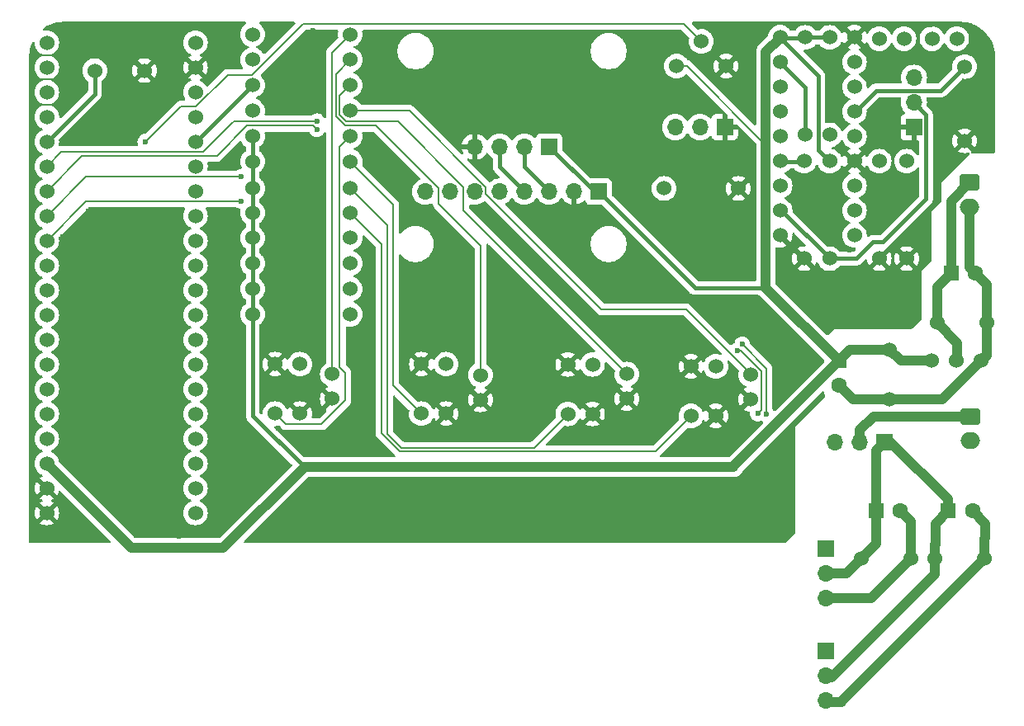
<source format=gbr>
%TF.GenerationSoftware,KiCad,Pcbnew,8.0.8*%
%TF.CreationDate,2025-08-25T22:32:07+09:00*%
%TF.ProjectId,Line_follower_robot,4c696e65-5f66-46f6-9c6c-6f7765725f72,rev?*%
%TF.SameCoordinates,Original*%
%TF.FileFunction,Copper,L1,Top*%
%TF.FilePolarity,Positive*%
%FSLAX46Y46*%
G04 Gerber Fmt 4.6, Leading zero omitted, Abs format (unit mm)*
G04 Created by KiCad (PCBNEW 8.0.8) date 2025-08-25 22:32:07*
%MOMM*%
%LPD*%
G01*
G04 APERTURE LIST*
G04 Aperture macros list*
%AMRoundRect*
0 Rectangle with rounded corners*
0 $1 Rounding radius*
0 $2 $3 $4 $5 $6 $7 $8 $9 X,Y pos of 4 corners*
0 Add a 4 corners polygon primitive as box body*
4,1,4,$2,$3,$4,$5,$6,$7,$8,$9,$2,$3,0*
0 Add four circle primitives for the rounded corners*
1,1,$1+$1,$2,$3*
1,1,$1+$1,$4,$5*
1,1,$1+$1,$6,$7*
1,1,$1+$1,$8,$9*
0 Add four rect primitives between the rounded corners*
20,1,$1+$1,$2,$3,$4,$5,0*
20,1,$1+$1,$4,$5,$6,$7,0*
20,1,$1+$1,$6,$7,$8,$9,0*
20,1,$1+$1,$8,$9,$2,$3,0*%
G04 Aperture macros list end*
%TA.AperFunction,ComponentPad*%
%ADD10C,1.524000*%
%TD*%
%TA.AperFunction,ComponentPad*%
%ADD11R,1.600000X1.600000*%
%TD*%
%TA.AperFunction,ComponentPad*%
%ADD12C,1.600000*%
%TD*%
%TA.AperFunction,ComponentPad*%
%ADD13R,1.700000X1.700000*%
%TD*%
%TA.AperFunction,ComponentPad*%
%ADD14O,1.700000X1.700000*%
%TD*%
%TA.AperFunction,ComponentPad*%
%ADD15RoundRect,0.250000X-0.750000X0.600000X-0.750000X-0.600000X0.750000X-0.600000X0.750000X0.600000X0*%
%TD*%
%TA.AperFunction,ComponentPad*%
%ADD16O,2.000000X1.700000*%
%TD*%
%TA.AperFunction,ViaPad*%
%ADD17C,0.600000*%
%TD*%
%TA.AperFunction,Conductor*%
%ADD18C,1.000000*%
%TD*%
%TA.AperFunction,Conductor*%
%ADD19C,0.400000*%
%TD*%
%TA.AperFunction,Conductor*%
%ADD20C,0.200000*%
%TD*%
G04 APERTURE END LIST*
D10*
%TO.P,U5,1,3V3*%
%TO.N,+3.3V*%
X107480000Y-22080000D03*
%TO.P,U5,2,EN*%
%TO.N,Net-(U5-EN)*%
X107480000Y-24620000D03*
%TO.P,U5,3,IO14*%
%TO.N,unconnected-(U5-IO14-Pad3)*%
X107480000Y-27160000D03*
%TO.P,U5,4,IO12*%
%TO.N,Net-(D6-A)*%
X107480000Y-29700000D03*
%TO.P,U5,5,IO13*%
%TO.N,Net-(D5-A)*%
X107480000Y-32240000D03*
%TO.P,U5,6,IO15*%
%TO.N,Net-(U5-IO15)*%
X107480000Y-34780000D03*
%TO.P,U5,7,IO2*%
%TO.N,Net-(U5-IO2)*%
X107480000Y-37320000D03*
%TO.P,U5,8,IO0*%
%TO.N,Net-(SW4-B)*%
X107480000Y-39860000D03*
%TO.P,U5,9,GND*%
%TO.N,GND*%
X107480000Y-42400000D03*
%TO.P,U5,10,GND*%
X115100000Y-22080000D03*
%TO.P,U5,11,IO16*%
%TO.N,unconnected-(U5-IO16-Pad11)*%
X115100000Y-24620000D03*
%TO.P,U5,12,TOUT*%
%TO.N,unconnected-(U5-TOUT-Pad12)*%
X115100000Y-27160000D03*
%TO.P,U5,13,RST*%
%TO.N,Net-(U5-RST)*%
X115100000Y-29700000D03*
%TO.P,U5,14,IO5*%
%TO.N,unconnected-(U5-IO5-Pad14)*%
X115100000Y-32240000D03*
%TO.P,U5,15,GND*%
%TO.N,GND*%
X115100000Y-34780000D03*
%TO.P,U5,16,TXD*%
%TO.N,Net-(Bluepill1-A10)*%
X115100000Y-37320000D03*
%TO.P,U5,17,RXD*%
%TO.N,Net-(Bluepill1-A9)*%
X115100000Y-39860000D03*
%TO.P,U5,18,IO4*%
%TO.N,unconnected-(U5-IO4-Pad18)*%
X115100000Y-42400000D03*
%TD*%
%TO.P,IO13,1,K*%
%TO.N,Net-(D5-A)*%
X123048888Y-22218888D03*
%TO.P,IO13,2,A*%
%TO.N,Net-(D5-K)*%
X125588888Y-22218888D03*
%TD*%
%TO.P,IO12,1,K*%
%TO.N,Net-(D6-A)*%
X117648888Y-22218888D03*
%TO.P,IO12,2,A*%
%TO.N,Net-(D6-K)*%
X120188888Y-22218888D03*
%TD*%
%TO.P,Bluepill1,40*%
%TO.N,Net-(Bluepill1-B12)*%
X47540000Y-70900000D03*
%TO.P,Bluepill1,39*%
%TO.N,Net-(Bluepill1-B13)*%
X47540000Y-68360000D03*
%TO.P,Bluepill1,38*%
%TO.N,N/C*%
X47540000Y-65820000D03*
%TO.P,Bluepill1,37,5V*%
X47540000Y-63280000D03*
%TO.P,Bluepill1,36,GND*%
%TO.N,Net-(Bluepill1-A8)*%
X47540000Y-60740000D03*
%TO.P,Bluepill1,35,3.3V*%
%TO.N,Net-(Bluepill1-A9)*%
X47540000Y-58200000D03*
%TO.P,Bluepill1,34,RES*%
%TO.N,Net-(Bluepill1-A10)*%
X47540000Y-55660000D03*
%TO.P,Bluepill1,33,B12*%
%TO.N,Net-(Bluepill1-A11)*%
X47540000Y-53120000D03*
%TO.P,Bluepill1,32,B13*%
%TO.N,N/C*%
X47540000Y-50580000D03*
%TO.P,Bluepill1,31,B14*%
X47540000Y-48040000D03*
%TO.P,Bluepill1,30,B15*%
X47540000Y-45500000D03*
%TO.P,Bluepill1,29,A8*%
X47540000Y-42960000D03*
%TO.P,Bluepill1,28,A9*%
X47540000Y-40420000D03*
%TO.P,Bluepill1,27,A10*%
%TO.N,Net-(Bluepill1-B6)*%
X47540000Y-37880000D03*
%TO.P,Bluepill1,26,A11*%
%TO.N,Net-(Bluepill1-B7)*%
X47540000Y-35340000D03*
%TO.P,Bluepill1,25,A12*%
%TO.N,Net-(Bluepill1-B8)*%
X47540000Y-32800000D03*
%TO.P,Bluepill1,24,A15*%
%TO.N,Net-(Bluepill1-B9)*%
X47540000Y-30260000D03*
%TO.P,Bluepill1,23,B3*%
%TO.N,N/C*%
X47540000Y-27720000D03*
%TO.P,Bluepill1,22,B4*%
%TO.N,GND*%
X47540000Y-25180000D03*
%TO.P,Bluepill1,21,B5*%
%TO.N,N/C*%
X47540000Y-22640000D03*
%TO.P,Bluepill1,20,B6*%
%TO.N,GND*%
X32300000Y-70900000D03*
%TO.P,Bluepill1,19,B7*%
X32300000Y-68360000D03*
%TO.P,Bluepill1,18,B8*%
%TO.N,+3.3V*%
X32300000Y-65820000D03*
%TO.P,Bluepill1,17,B9*%
%TO.N,N/C*%
X32300000Y-63280000D03*
%TO.P,Bluepill1,16,B11*%
%TO.N,unconnected-(Bluepill1-B11-Pad16)*%
X32300000Y-60740000D03*
%TO.P,Bluepill1,15,B10*%
%TO.N,unconnected-(Bluepill1-B10-Pad15)*%
X32300000Y-58200000D03*
%TO.P,Bluepill1,14,B1*%
%TO.N,unconnected-(Bluepill1-B1-Pad14)*%
X32300000Y-55660000D03*
%TO.P,Bluepill1,13,B0*%
%TO.N,unconnected-(Bluepill1-B0-Pad13)*%
X32300000Y-53120000D03*
%TO.P,Bluepill1,12,A7*%
%TO.N,Net-(Bluepill1-A7)*%
X32300000Y-50580000D03*
%TO.P,Bluepill1,11,A6*%
%TO.N,Net-(Bluepill1-A6)*%
X32300000Y-48040000D03*
%TO.P,Bluepill1,10,A5*%
%TO.N,Net-(Bluepill1-A5)*%
X32300000Y-45500000D03*
%TO.P,Bluepill1,9,A4*%
%TO.N,Net-(Bluepill1-A4)*%
X32300000Y-42960000D03*
%TO.P,Bluepill1,8,A3*%
%TO.N,Net-(Bluepill1-A3)*%
X32300000Y-40420000D03*
%TO.P,Bluepill1,7,A2*%
%TO.N,Net-(Bluepill1-A2)*%
X32300000Y-37880000D03*
%TO.P,Bluepill1,6,A1*%
%TO.N,Net-(Bluepill1-A1)*%
X32300000Y-35340000D03*
%TO.P,Bluepill1,5,A0*%
%TO.N,Net-(Bluepill1-A0)*%
X32300000Y-32800000D03*
%TO.P,Bluepill1,4,C15*%
%TO.N,unconnected-(Bluepill1-C15-Pad4)*%
X32300000Y-30260000D03*
%TO.P,Bluepill1,3,C14*%
%TO.N,unconnected-(Bluepill1-C14-Pad3)*%
X32300000Y-27720000D03*
%TO.P,Bluepill1,2,C13*%
%TO.N,unconnected-(Bluepill1-C13-Pad2)*%
X32300000Y-25180000D03*
%TO.P,Bluepill1,1,VB*%
%TO.N,unconnected-(Bluepill1-VB-Pad1)*%
X32300000Y-22640000D03*
%TD*%
%TO.P,R18,1*%
%TO.N,Net-(D6-K)*%
X117644000Y-34800000D03*
%TO.P,R18,2*%
%TO.N,GND*%
X117644000Y-44800000D03*
%TD*%
%TO.P,R17,1*%
%TO.N,Net-(D5-K)*%
X120444000Y-34800000D03*
%TO.P,R17,2*%
%TO.N,GND*%
X120444000Y-44800000D03*
%TD*%
D11*
%TO.P,C4,1*%
%TO.N,+4V*%
X125000000Y-46300000D03*
D12*
%TO.P,C4,2*%
%TO.N,GND*%
X127500000Y-46300000D03*
%TD*%
D11*
%TO.P,C3,1*%
%TO.N,+3.3V*%
X113500000Y-55300000D03*
D12*
%TO.P,C3,2*%
%TO.N,GND*%
X113500000Y-57800000D03*
%TD*%
D13*
%TO.P,SW5,1,C*%
%TO.N,+6V*%
X118180000Y-63600000D03*
D14*
%TO.P,SW5,2,B*%
%TO.N,Net-(J4-Pin_1)*%
X115640000Y-63600000D03*
%TO.P,SW5,3,A*%
%TO.N,unconnected-(SW5-A-Pad3)*%
X113100000Y-63600000D03*
%TD*%
D10*
%TO.P,U7,1,GND*%
%TO.N,GND*%
X128080000Y-55300000D03*
%TO.P,U7,2,VO*%
%TO.N,+3.3V*%
X123000000Y-55300000D03*
%TO.P,U7,3,VI*%
%TO.N,+4V*%
X125540000Y-55300000D03*
%TD*%
%TO.P,U4,1,K*%
%TO.N,Net-(U4-A)*%
X100890000Y-55860000D03*
%TO.P,U4,2,A*%
%TO.N,GND*%
X98350000Y-55860000D03*
%TO.P,U4,3,C*%
X100890000Y-60940000D03*
%TO.P,U4,4,E*%
%TO.N,Net-(Bluepill1-A4)*%
X98350000Y-60940000D03*
%TD*%
%TO.P,U3,1,K*%
%TO.N,Net-(U3-A)*%
X88250000Y-55650000D03*
%TO.P,U3,2,A*%
%TO.N,GND*%
X85710000Y-55650000D03*
%TO.P,U3,3,C*%
X88250000Y-60730000D03*
%TO.P,U3,4,E*%
%TO.N,Net-(Bluepill1-A3)*%
X85710000Y-60730000D03*
%TD*%
%TO.P,U2,1,K*%
%TO.N,Net-(U2-A)*%
X73240000Y-55630000D03*
%TO.P,U2,2,A*%
%TO.N,GND*%
X70700000Y-55630000D03*
%TO.P,U2,3,C*%
X73240000Y-60710000D03*
%TO.P,U2,4,E*%
%TO.N,Net-(Bluepill1-A2)*%
X70700000Y-60710000D03*
%TD*%
%TO.P,U1,4,E*%
%TO.N,Net-(Bluepill1-A1)*%
X55700000Y-60710000D03*
%TO.P,U1,3,C*%
%TO.N,GND*%
X58240000Y-60710000D03*
%TO.P,U1,2,A*%
X55700000Y-55630000D03*
%TO.P,U1,1,K*%
%TO.N,Net-(U1-A)*%
X58240000Y-55630000D03*
%TD*%
D13*
%TO.P,SW4,1,C*%
%TO.N,GND*%
X121200000Y-31325000D03*
D14*
%TO.P,SW4,2,B*%
%TO.N,Net-(SW4-B)*%
X121200000Y-28785000D03*
%TO.P,SW4,3,A*%
%TO.N,unconnected-(SW4-A-Pad3)*%
X121200000Y-26245000D03*
%TD*%
D10*
%TO.P,SW3,2,2*%
%TO.N,Net-(U5-RST)*%
X126400000Y-25090000D03*
%TO.P,SW3,1,1*%
%TO.N,GND*%
X126400000Y-32710000D03*
%TD*%
D13*
%TO.P,SW2,1,C*%
%TO.N,GND*%
X101800000Y-31300000D03*
D14*
%TO.P,SW2,2,B*%
%TO.N,Net-(Bluepill1-B13)*%
X99260000Y-31300000D03*
%TO.P,SW2,3,A*%
%TO.N,unconnected-(SW2-A-Pad3)*%
X96720000Y-31300000D03*
%TD*%
D10*
%TO.P,SW1,1,1*%
%TO.N,Net-(Bluepill1-B12)*%
X95590000Y-37600000D03*
%TO.P,SW1,2,2*%
%TO.N,GND*%
X103210000Y-37600000D03*
%TD*%
%TO.P,RV1,1,1*%
%TO.N,GND*%
X101940000Y-25040000D03*
%TO.P,RV1,2,2*%
%TO.N,+3.3V*%
X96860000Y-25040000D03*
%TO.P,RV1,3,3*%
%TO.N,Net-(Bluepill1-A5)*%
X99400000Y-22500000D03*
%TD*%
%TO.P,R16,2*%
%TO.N,+3.3V*%
X110056000Y-22100000D03*
%TO.P,R16,1*%
%TO.N,Net-(U5-EN)*%
X110056000Y-32100000D03*
%TD*%
%TO.P,R15,2*%
%TO.N,GND*%
X109944000Y-44800000D03*
%TO.P,R15,1*%
%TO.N,Net-(U5-IO15)*%
X109944000Y-34800000D03*
%TD*%
%TO.P,R14,2*%
%TO.N,+3.3V*%
X112556000Y-22100000D03*
%TO.P,R14,1*%
%TO.N,Net-(U5-IO2)*%
X112556000Y-32100000D03*
%TD*%
%TO.P,R13,2*%
%TO.N,+3.3V*%
X112556000Y-34800000D03*
%TO.P,R13,1*%
%TO.N,Net-(SW4-B)*%
X112556000Y-44800000D03*
%TD*%
%TO.P,R12,1*%
%TO.N,+3.3V*%
X53400000Y-50516000D03*
%TO.P,R12,2*%
%TO.N,Net-(U4-A)*%
X63400000Y-50516000D03*
%TD*%
%TO.P,R11,1*%
%TO.N,+3.3V*%
X53400000Y-47904000D03*
%TO.P,R11,2*%
%TO.N,Net-(U3-A)*%
X63400000Y-47904000D03*
%TD*%
%TO.P,R10,1*%
%TO.N,+3.3V*%
X53400000Y-45292000D03*
%TO.P,R10,2*%
%TO.N,Net-(U2-A)*%
X63400000Y-45292000D03*
%TD*%
%TO.P,R9,1*%
%TO.N,+3.3V*%
X53400000Y-42680000D03*
%TO.P,R9,2*%
%TO.N,Net-(U1-A)*%
X63400000Y-42680000D03*
%TD*%
%TO.P,R8,1*%
%TO.N,Net-(Bluepill1-A4)*%
X63400000Y-40100000D03*
%TO.P,R8,2*%
%TO.N,+3.3V*%
X53400000Y-40100000D03*
%TD*%
%TO.P,R7,1*%
%TO.N,Net-(Bluepill1-A3)*%
X63400000Y-37600000D03*
%TO.P,R7,2*%
%TO.N,+3.3V*%
X53400000Y-37600000D03*
%TD*%
%TO.P,R6,1*%
%TO.N,Net-(Bluepill1-A2)*%
X63400000Y-34844000D03*
%TO.P,R6,2*%
%TO.N,+3.3V*%
X53400000Y-34844000D03*
%TD*%
%TO.P,R5,2*%
%TO.N,+3.3V*%
X53400000Y-32232000D03*
%TO.P,R5,1*%
%TO.N,Net-(Bluepill1-A1)*%
X63400000Y-32232000D03*
%TD*%
%TO.P,R4,1*%
%TO.N,Net-(Bluepill1-B9)*%
X53400000Y-29620000D03*
%TO.P,R4,2*%
%TO.N,Net-(D4-A)*%
X63400000Y-29620000D03*
%TD*%
%TO.P,R3,1*%
%TO.N,Net-(Bluepill1-B8)*%
X53400000Y-27008000D03*
%TO.P,R3,2*%
%TO.N,Net-(D3-A)*%
X63400000Y-27008000D03*
%TD*%
%TO.P,R2,1*%
%TO.N,Net-(Bluepill1-A11)*%
X53400000Y-24396000D03*
%TO.P,R2,2*%
%TO.N,Net-(D2-A)*%
X63400000Y-24396000D03*
%TD*%
%TO.P,R1,1*%
%TO.N,Net-(Bluepill1-A8)*%
X53400000Y-21784000D03*
%TO.P,R1,2*%
%TO.N,Net-(D1-A)*%
X63400000Y-21784000D03*
%TD*%
%TO.P,LS1,2,2*%
%TO.N,Net-(Bluepill1-A0)*%
X37220000Y-25500000D03*
%TO.P,LS1,1,1*%
%TO.N,GND*%
X42300000Y-25500000D03*
%TD*%
D13*
%TO.P,J6,1,Pin_1*%
%TO.N,+3.3V*%
X88875000Y-37925000D03*
D14*
%TO.P,J6,2,Pin_2*%
%TO.N,GND*%
X86335000Y-37925000D03*
%TO.P,J6,3,Pin_3*%
%TO.N,Net-(Bluepill1-B6)*%
X83795000Y-37925000D03*
%TO.P,J6,4,Pin_4*%
%TO.N,Net-(Bluepill1-B7)*%
X81255000Y-37925000D03*
%TO.P,J6,5,Pin_5*%
%TO.N,unconnected-(J6-Pin_5-Pad5)*%
X78715000Y-37925000D03*
%TO.P,J6,6,Pin_6*%
%TO.N,unconnected-(J6-Pin_6-Pad6)*%
X76175000Y-37925000D03*
%TO.P,J6,7,Pin_7*%
%TO.N,unconnected-(J6-Pin_7-Pad7)*%
X73635000Y-37925000D03*
%TO.P,J6,8,Pin_8*%
%TO.N,unconnected-(J6-Pin_8-Pad8)*%
X71095000Y-37925000D03*
%TD*%
D13*
%TO.P,J5,1,Pin_1*%
%TO.N,+3.3V*%
X83800000Y-33300000D03*
D14*
%TO.P,J5,2,Pin_2*%
%TO.N,Net-(Bluepill1-B6)*%
X81260000Y-33300000D03*
%TO.P,J5,3,Pin_3*%
%TO.N,Net-(Bluepill1-B7)*%
X78720000Y-33300000D03*
%TO.P,J5,4,Pin_4*%
%TO.N,GND*%
X76180000Y-33300000D03*
%TD*%
D15*
%TO.P,J4,1,Pin_1*%
%TO.N,Net-(J4-Pin_1)*%
X127000000Y-61000000D03*
D16*
%TO.P,J4,2,Pin_2*%
%TO.N,GND*%
X127000000Y-63500000D03*
%TD*%
D15*
%TO.P,J3,1,Pin_1*%
%TO.N,+4V*%
X126900000Y-37000000D03*
D16*
%TO.P,J3,2,Pin_2*%
%TO.N,GND*%
X126900000Y-39500000D03*
%TD*%
D13*
%TO.P,J2,1,Pin_1*%
%TO.N,Net-(Bluepill1-A7)*%
X112200000Y-85060000D03*
D14*
%TO.P,J2,2,Pin_2*%
%TO.N,+6V*%
X112200000Y-87600000D03*
%TO.P,J2,3,Pin_3*%
%TO.N,GND*%
X112200000Y-90140000D03*
%TD*%
D13*
%TO.P,J1,1,Pin_1*%
%TO.N,Net-(Bluepill1-A6)*%
X112200000Y-74560000D03*
D14*
%TO.P,J1,2,Pin_2*%
%TO.N,+6V*%
X112200000Y-77100000D03*
%TO.P,J1,3,Pin_3*%
%TO.N,GND*%
X112200000Y-79640000D03*
%TD*%
D10*
%TO.P,D4,1,K*%
%TO.N,Net-(D4-A)*%
X104458888Y-56700000D03*
%TO.P,D4,2,A*%
%TO.N,GND*%
X104458888Y-59240000D03*
%TD*%
%TO.P,D3,1,K*%
%TO.N,Net-(D3-A)*%
X91758888Y-56648888D03*
%TO.P,D3,2,A*%
%TO.N,GND*%
X91758888Y-59188888D03*
%TD*%
%TO.P,D2,1,K*%
%TO.N,Net-(D2-A)*%
X76758888Y-56748888D03*
%TO.P,D2,2,A*%
%TO.N,GND*%
X76758888Y-59288888D03*
%TD*%
%TO.P,D1,1,K*%
%TO.N,Net-(D1-A)*%
X61558888Y-56648888D03*
%TO.P,D1,2,A*%
%TO.N,GND*%
X61558888Y-59188888D03*
%TD*%
%TO.P,C8,1*%
%TO.N,+6V*%
X115765112Y-75600000D03*
%TO.P,C8,2*%
%TO.N,GND*%
X120845112Y-75600000D03*
%TD*%
%TO.P,C7,1*%
%TO.N,+6V*%
X123365112Y-75600000D03*
%TO.P,C7,2*%
%TO.N,GND*%
X128445112Y-75600000D03*
%TD*%
D11*
%TO.P,C6,1*%
%TO.N,+6V*%
X117300000Y-70700000D03*
D12*
%TO.P,C6,2*%
%TO.N,GND*%
X119800000Y-70700000D03*
%TD*%
D11*
%TO.P,C5,1*%
%TO.N,+6V*%
X124700000Y-70700000D03*
D12*
%TO.P,C5,2*%
%TO.N,GND*%
X127200000Y-70700000D03*
%TD*%
D10*
%TO.P,C2,1*%
%TO.N,+4V*%
X123560000Y-51400000D03*
%TO.P,C2,2*%
%TO.N,GND*%
X128640000Y-51400000D03*
%TD*%
%TO.P,C1,1*%
%TO.N,+3.3V*%
X118700000Y-54160000D03*
%TO.P,C1,2*%
%TO.N,GND*%
X118700000Y-59240000D03*
%TD*%
D17*
%TO.N,GND*%
X51900000Y-33600000D03*
X54900000Y-33600000D03*
X122900000Y-28700000D03*
X114600000Y-43900000D03*
X113800000Y-41100000D03*
X120500000Y-51100000D03*
X112400000Y-51600000D03*
X108600000Y-36100000D03*
X60400000Y-28400000D03*
X54500000Y-28300000D03*
X59600000Y-21400000D03*
X55300000Y-21200000D03*
X63500000Y-55500000D03*
X56000000Y-62200000D03*
X58800000Y-64600000D03*
X67200000Y-64800000D03*
X68200000Y-59700000D03*
X41300000Y-66700000D03*
X56000000Y-46000000D03*
X60100000Y-40300000D03*
X55300000Y-40100000D03*
X92600000Y-28800000D03*
X88200000Y-31700000D03*
X77400000Y-35700000D03*
X74000000Y-32200000D03*
X84700000Y-27300000D03*
X74700000Y-27300000D03*
X84700000Y-22500000D03*
X74700000Y-22500000D03*
X93100000Y-22800000D03*
X99100000Y-20800000D03*
X105500000Y-21400000D03*
X97800000Y-26500000D03*
X93500000Y-40800000D03*
X64600000Y-28500000D03*
X65100000Y-21900000D03*
X74600000Y-44600000D03*
X74600000Y-48600000D03*
X69200000Y-48300000D03*
X69400000Y-52400000D03*
X75200000Y-55300000D03*
X83700000Y-55300000D03*
X94100000Y-54500000D03*
X95200000Y-51600000D03*
X88300000Y-51500000D03*
X79700000Y-48000000D03*
X84300000Y-52600000D03*
X78200000Y-52200000D03*
X77700000Y-44000000D03*
X111500000Y-38200000D03*
X118700000Y-38500000D03*
X116700000Y-42000000D03*
X121400000Y-36100000D03*
X123100000Y-26400000D03*
X116600000Y-26900000D03*
X118300000Y-20800000D03*
X122900000Y-20800000D03*
X113900000Y-31000000D03*
X113700000Y-33500000D03*
X104600000Y-30300000D03*
X96100000Y-36100000D03*
X96700000Y-44100000D03*
X105200000Y-49600000D03*
X104200000Y-52300000D03*
X100600000Y-48900000D03*
X104600000Y-46700000D03*
X92700000Y-44100000D03*
X89800000Y-48900000D03*
X96400000Y-49000000D03*
X83900000Y-41100000D03*
X80100000Y-39200000D03*
X80700000Y-43600000D03*
X76700000Y-39600000D03*
X70100000Y-36500000D03*
X66200000Y-34300000D03*
X65000000Y-32100000D03*
X64500000Y-44000000D03*
X60600000Y-46700000D03*
X54400000Y-59700000D03*
X52400000Y-59100000D03*
X49100000Y-61200000D03*
X48700000Y-67100000D03*
X56800000Y-66000000D03*
X55200000Y-72100000D03*
X53400000Y-73700000D03*
X107400000Y-72800000D03*
X111800000Y-58900000D03*
X109200000Y-53700000D03*
X107200000Y-53700000D03*
X109200000Y-56000000D03*
X108200000Y-57800000D03*
X109300000Y-57800000D03*
X107100000Y-57800000D03*
X108400000Y-62800000D03*
X111600000Y-55300000D03*
X107000000Y-59800000D03*
X102900000Y-57200000D03*
X95800000Y-64900000D03*
X49800000Y-73000000D03*
X45900000Y-73300000D03*
X30900000Y-73600000D03*
X38200000Y-73700000D03*
X41500000Y-73200000D03*
X35300000Y-65700000D03*
X42300000Y-57600000D03*
X41200000Y-50300000D03*
X40100000Y-46100000D03*
X33900000Y-42600000D03*
X36600000Y-39900000D03*
X44500000Y-39900000D03*
X30900000Y-54300000D03*
X33900000Y-54300000D03*
X31000000Y-46800000D03*
X33700000Y-46700000D03*
X41100000Y-32700000D03*
X34000000Y-32800000D03*
X38000000Y-22400000D03*
X51700000Y-21000000D03*
X33100000Y-21100000D03*
X31000000Y-29000000D03*
X31000000Y-26400000D03*
X31000000Y-23900000D03*
X33900000Y-29000000D03*
X33900000Y-26400000D03*
X33900000Y-23900000D03*
%TO.N,Net-(Bluepill1-B13)*%
X105200000Y-60700000D03*
X103087851Y-54214579D03*
%TO.N,Net-(Bluepill1-B12)*%
X106100000Y-60800000D03*
X103600000Y-53600000D03*
%TO.N,Net-(Bluepill1-A5)*%
X42400000Y-32800000D03*
%TO.N,Net-(Bluepill1-A4)*%
X52200000Y-38900000D03*
%TO.N,Net-(Bluepill1-A3)*%
X52200000Y-36400000D03*
%TO.N,Net-(Bluepill1-A2)*%
X59975735Y-31524265D03*
%TO.N,Net-(Bluepill1-A1)*%
X60000000Y-30700000D03*
%TD*%
D18*
%TO.N,+3.3V*%
X113500000Y-55300000D02*
X106018000Y-47818000D01*
X106018000Y-47818000D02*
X106018000Y-33300000D01*
D19*
%TO.N,GND*%
X107480000Y-42400000D02*
X107544000Y-42400000D01*
X107544000Y-42400000D02*
X109944000Y-44800000D01*
X112400000Y-51600000D02*
X111200000Y-50400000D01*
X111200000Y-50400000D02*
X111200000Y-46056000D01*
X111200000Y-46056000D02*
X109944000Y-44800000D01*
X86335000Y-37925000D02*
X86335000Y-39565000D01*
X86335000Y-39565000D02*
X84800000Y-41100000D01*
X84800000Y-41100000D02*
X83900000Y-41100000D01*
X107480000Y-42440000D02*
X107584000Y-42440000D01*
D18*
X120845112Y-75600000D02*
X120845112Y-71745112D01*
X120845112Y-71745112D02*
X119800000Y-70700000D01*
%TO.N,+6V*%
X115765112Y-75600000D02*
X117300000Y-74065112D01*
X117300000Y-74065112D02*
X117300000Y-70700000D01*
D20*
%TO.N,GND*%
X31000000Y-23900000D02*
X33900000Y-23900000D01*
X33900000Y-26400000D02*
X31000000Y-26400000D01*
X31000000Y-29000000D02*
X33900000Y-29000000D01*
%TO.N,+3.3V*%
X106018000Y-33120370D02*
X106018000Y-33300000D01*
D18*
X106018000Y-33300000D02*
X106018000Y-23582000D01*
D20*
X96860000Y-25040000D02*
X97937630Y-25040000D01*
X97937630Y-25040000D02*
X106018000Y-33120370D01*
%TO.N,Net-(Bluepill1-B13)*%
X105600000Y-56339217D02*
X105600000Y-60300000D01*
X103475362Y-54214579D02*
X105600000Y-56339217D01*
X103087851Y-54214579D02*
X103475362Y-54214579D01*
X105600000Y-60300000D02*
X105200000Y-60700000D01*
%TO.N,Net-(Bluepill1-B12)*%
X106100000Y-56100000D02*
X106100000Y-60800000D01*
X103600000Y-53600000D02*
X106100000Y-56100000D01*
%TO.N,Net-(Bluepill1-A5)*%
X47600000Y-29198000D02*
X46002000Y-29198000D01*
X46002000Y-29198000D02*
X42400000Y-32800000D01*
X58578000Y-20722000D02*
X53354000Y-25946000D01*
X50852000Y-25946000D02*
X47600000Y-29198000D01*
X53354000Y-25946000D02*
X50852000Y-25946000D01*
X97622000Y-20722000D02*
X58578000Y-20722000D01*
X99400000Y-22500000D02*
X97622000Y-20722000D01*
%TO.N,Net-(Bluepill1-A1)*%
X63400000Y-32232000D02*
X62338000Y-33294000D01*
X62338000Y-33294000D02*
X62338000Y-55926105D01*
X62338000Y-55926105D02*
X62900000Y-56488105D01*
X56790000Y-61800000D02*
X55700000Y-60710000D01*
X62900000Y-56488105D02*
X62900000Y-59349671D01*
X62900000Y-59349671D02*
X60449671Y-61800000D01*
X60449671Y-61800000D02*
X56790000Y-61800000D01*
%TO.N,Net-(Bluepill1-A2)*%
X70700000Y-60710000D02*
X67800000Y-57810000D01*
X67800000Y-39244000D02*
X63400000Y-34844000D01*
X67800000Y-57810000D02*
X67800000Y-39244000D01*
%TO.N,Net-(Bluepill1-A3)*%
X85710000Y-60730000D02*
X82240000Y-64200000D01*
X82240000Y-64200000D02*
X68637581Y-64200000D01*
X68637581Y-64200000D02*
X67200000Y-62762419D01*
X67200000Y-62762419D02*
X67200000Y-41400000D01*
X67200000Y-41400000D02*
X63400000Y-37600000D01*
%TO.N,Net-(Bluepill1-A4)*%
X98350000Y-60940000D02*
X94690000Y-64600000D01*
X66600000Y-62728105D02*
X66600000Y-43300000D01*
X94690000Y-64600000D02*
X68471895Y-64600000D01*
X66600000Y-43300000D02*
X63400000Y-40100000D01*
X68471895Y-64600000D02*
X66600000Y-62728105D01*
X52158000Y-38942000D02*
X52200000Y-38900000D01*
X36318000Y-38942000D02*
X52158000Y-38942000D01*
X32300000Y-42960000D02*
X36318000Y-38942000D01*
%TO.N,Net-(Bluepill1-A3)*%
X52198000Y-36402000D02*
X52200000Y-36400000D01*
X36318000Y-36402000D02*
X52198000Y-36402000D01*
X32300000Y-40420000D02*
X36318000Y-36402000D01*
%TO.N,Net-(Bluepill1-A2)*%
X59621470Y-31170000D02*
X59975735Y-31524265D01*
X35908948Y-34271052D02*
X49728948Y-34271052D01*
X52830000Y-31170000D02*
X59621470Y-31170000D01*
X49728948Y-34271052D02*
X52830000Y-31170000D01*
X32300000Y-37880000D02*
X35908948Y-34271052D01*
%TO.N,Net-(Bluepill1-A1)*%
X53800000Y-30682000D02*
X59982000Y-30682000D01*
X33778000Y-33862000D02*
X48338000Y-33862000D01*
X48338000Y-33862000D02*
X51400000Y-30800000D01*
X59982000Y-30682000D02*
X60000000Y-30700000D01*
X32300000Y-35340000D02*
X33778000Y-33862000D01*
X51400000Y-30800000D02*
X51518000Y-30682000D01*
X51518000Y-30682000D02*
X53800000Y-30682000D01*
D19*
%TO.N,+3.3V*%
X53400000Y-42680000D02*
X53400000Y-32232000D01*
D20*
%TO.N,Net-(D1-A)*%
X63400000Y-21784000D02*
X61538000Y-23646000D01*
X61538000Y-23646000D02*
X61538000Y-56600224D01*
X61538000Y-56600224D02*
X61558888Y-56621112D01*
%TO.N,Net-(D2-A)*%
X63400000Y-24396000D02*
X61938000Y-25858000D01*
X62882419Y-31170000D02*
X66055000Y-31170000D01*
X72485000Y-37600000D02*
X72485000Y-39185000D01*
X61938000Y-25858000D02*
X61938000Y-30225581D01*
X61938000Y-30225581D02*
X62882419Y-31170000D01*
X66055000Y-31170000D02*
X72485000Y-37600000D01*
X72485000Y-39185000D02*
X76758888Y-43458888D01*
X76758888Y-43458888D02*
X76758888Y-56621112D01*
%TO.N,Net-(D3-A)*%
X63400000Y-27008000D02*
X62338000Y-28070000D01*
X62338000Y-28070000D02*
X62338000Y-30059895D01*
X62338000Y-30059895D02*
X62978105Y-30700000D01*
X68276346Y-30700000D02*
X75025000Y-37448654D01*
X62978105Y-30700000D02*
X68276346Y-30700000D01*
X75025000Y-37448654D02*
X75025000Y-39887224D01*
X75025000Y-39887224D02*
X91758888Y-56621112D01*
%TO.N,Net-(D4-A)*%
X63400000Y-29620000D02*
X69496346Y-29620000D01*
X69496346Y-29620000D02*
X77325000Y-37448654D01*
X77325000Y-37448654D02*
X77325000Y-38161346D01*
X77325000Y-38161346D02*
X89163654Y-50000000D01*
X89163654Y-50000000D02*
X97837776Y-50000000D01*
X97837776Y-50000000D02*
X104458888Y-56621112D01*
D19*
%TO.N,Net-(Bluepill1-B8)*%
X53400000Y-27008000D02*
X47608000Y-32800000D01*
X47608000Y-32800000D02*
X47540000Y-32800000D01*
%TO.N,+3.3V*%
X53400000Y-42680000D02*
X53400000Y-60900000D01*
X53400000Y-60900000D02*
X58700000Y-66200000D01*
%TO.N,Net-(Bluepill1-B6)*%
X81260000Y-33300000D02*
X81260000Y-35390000D01*
X81260000Y-35390000D02*
X83795000Y-37925000D01*
%TO.N,Net-(Bluepill1-B7)*%
X78720000Y-33300000D02*
X78720000Y-35390000D01*
X78720000Y-35390000D02*
X81255000Y-37925000D01*
%TO.N,+3.3V*%
X88875000Y-37925000D02*
X98768000Y-47818000D01*
X98768000Y-47818000D02*
X106018000Y-47818000D01*
X83800000Y-33300000D02*
X88425000Y-37925000D01*
X88425000Y-37925000D02*
X88875000Y-37925000D01*
D18*
X106018000Y-23582000D02*
X107480000Y-22120000D01*
X102700000Y-66200000D02*
X58700000Y-66200000D01*
X58700000Y-66200000D02*
X50400000Y-74500000D01*
X113500000Y-55300000D02*
X102700000Y-66100000D01*
X102700000Y-66100000D02*
X102700000Y-66200000D01*
X50400000Y-74500000D02*
X40980000Y-74500000D01*
X40980000Y-74500000D02*
X32300000Y-65820000D01*
D19*
%TO.N,Net-(Bluepill1-A0)*%
X37220000Y-25500000D02*
X37220000Y-27880000D01*
X37220000Y-27880000D02*
X32300000Y-32800000D01*
%TO.N,Net-(U5-IO15)*%
X107480000Y-34820000D02*
X109924000Y-34820000D01*
X109924000Y-34820000D02*
X109944000Y-34800000D01*
%TO.N,Net-(SW4-B)*%
X121200000Y-28785000D02*
X122450000Y-30035000D01*
X117000000Y-43100000D02*
X115300000Y-44800000D01*
X122450000Y-30035000D02*
X122450000Y-38650000D01*
X122450000Y-38650000D02*
X118000000Y-43100000D01*
X118000000Y-43100000D02*
X117000000Y-43100000D01*
X115300000Y-44800000D02*
X112556000Y-44800000D01*
%TO.N,Net-(U5-RST)*%
X115100000Y-29740000D02*
X117305000Y-27535000D01*
X117305000Y-27535000D02*
X123955000Y-27535000D01*
X123955000Y-27535000D02*
X126400000Y-25090000D01*
%TO.N,Net-(SW4-B)*%
X112556000Y-44800000D02*
X107656000Y-39900000D01*
X107656000Y-39900000D02*
X107480000Y-39900000D01*
%TO.N,+3.3V*%
X107480000Y-22120000D02*
X111394000Y-26034000D01*
X111394000Y-26034000D02*
X111394000Y-33638000D01*
X111394000Y-33638000D02*
X112556000Y-34800000D01*
%TO.N,Net-(U5-EN)*%
X107480000Y-24660000D02*
X110056000Y-27236000D01*
X110056000Y-27236000D02*
X110056000Y-32100000D01*
%TO.N,+3.3V*%
X110056000Y-22100000D02*
X112556000Y-22100000D01*
X107480000Y-22120000D02*
X110036000Y-22120000D01*
X110036000Y-22120000D02*
X110056000Y-22100000D01*
D18*
%TO.N,GND*%
X118700000Y-59240000D02*
X114940000Y-59240000D01*
X114940000Y-59240000D02*
X113500000Y-57800000D01*
X128080000Y-55300000D02*
X124140000Y-59240000D01*
X124140000Y-59240000D02*
X118700000Y-59240000D01*
%TO.N,+3.3V*%
X118700000Y-54160000D02*
X114640000Y-54160000D01*
X114640000Y-54160000D02*
X113500000Y-55300000D01*
X123000000Y-55300000D02*
X119840000Y-55300000D01*
X119840000Y-55300000D02*
X118700000Y-54160000D01*
%TO.N,GND*%
X128640000Y-51400000D02*
X128640000Y-54740000D01*
X128640000Y-54740000D02*
X128080000Y-55300000D01*
%TO.N,+4V*%
X123560000Y-51400000D02*
X125600000Y-53440000D01*
X125600000Y-53440000D02*
X125600000Y-55240000D01*
X125600000Y-55240000D02*
X125540000Y-55300000D01*
X125000000Y-46300000D02*
X123600000Y-47700000D01*
X123600000Y-47700000D02*
X123600000Y-49800000D01*
X123600000Y-49800000D02*
X123560000Y-49840000D01*
X123560000Y-49840000D02*
X123560000Y-51400000D01*
%TO.N,GND*%
X128700000Y-47500000D02*
X128700000Y-48400000D01*
X127500000Y-46300000D02*
X128700000Y-47500000D01*
X128700000Y-48400000D02*
X128640000Y-48460000D01*
X128640000Y-48460000D02*
X128640000Y-51400000D01*
X126900000Y-39500000D02*
X126900000Y-45700000D01*
X126900000Y-45700000D02*
X127500000Y-46300000D01*
%TO.N,+4V*%
X126900000Y-37000000D02*
X125000000Y-38900000D01*
X125000000Y-38900000D02*
X125000000Y-46300000D01*
%TO.N,Net-(J4-Pin_1)*%
X115640000Y-63600000D02*
X115640000Y-62397919D01*
X115640000Y-62397919D02*
X117037919Y-61000000D01*
X117037919Y-61000000D02*
X127000000Y-61000000D01*
%TO.N,+6V*%
X117300000Y-70700000D02*
X117300000Y-64480000D01*
X117300000Y-64480000D02*
X118180000Y-63600000D01*
%TO.N,GND*%
X127200000Y-70700000D02*
X128500000Y-72000000D01*
X128500000Y-72000000D02*
X128500000Y-73500000D01*
X128500000Y-73500000D02*
X128445112Y-73554888D01*
X128445112Y-73554888D02*
X128445112Y-75600000D01*
%TO.N,+6V*%
X124700000Y-70700000D02*
X123400000Y-72000000D01*
X123400000Y-72000000D02*
X123400000Y-74100000D01*
X123400000Y-74100000D02*
X123365112Y-74134888D01*
X123365112Y-74134888D02*
X123365112Y-75600000D01*
%TO.N,GND*%
X113800000Y-90245112D02*
X113800000Y-90300000D01*
X113800000Y-90300000D02*
X112200000Y-90300000D01*
X128445112Y-75600000D02*
X113800000Y-90245112D01*
%TO.N,+6V*%
X123365112Y-75600000D02*
X123365112Y-77154888D01*
X123365112Y-77154888D02*
X112760000Y-87760000D01*
X112760000Y-87760000D02*
X112200000Y-87760000D01*
%TO.N,GND*%
X120845112Y-75600000D02*
X116805112Y-79640000D01*
X116805112Y-79640000D02*
X112200000Y-79640000D01*
%TO.N,+6V*%
X115765112Y-75600000D02*
X114265112Y-77100000D01*
X114265112Y-77100000D02*
X112200000Y-77100000D01*
X118800000Y-63600000D02*
X118180000Y-63600000D01*
X124700000Y-69500000D02*
X118800000Y-63600000D01*
X124700000Y-70700000D02*
X124700000Y-69500000D01*
%TD*%
%TA.AperFunction,Conductor*%
%TO.N,GND*%
G36*
X30977522Y-22546741D02*
G01*
X31022566Y-22600154D01*
X31032619Y-22639342D01*
X31051929Y-22860062D01*
X31051930Y-22860070D01*
X31109104Y-23073445D01*
X31109105Y-23073447D01*
X31109106Y-23073450D01*
X31157438Y-23177098D01*
X31202466Y-23273662D01*
X31202468Y-23273666D01*
X31329170Y-23454615D01*
X31329175Y-23454621D01*
X31485378Y-23610824D01*
X31485384Y-23610829D01*
X31666333Y-23737531D01*
X31666335Y-23737532D01*
X31666338Y-23737534D01*
X31782989Y-23791929D01*
X31795189Y-23797618D01*
X31847628Y-23843790D01*
X31866780Y-23910984D01*
X31846564Y-23977865D01*
X31795189Y-24022382D01*
X31666340Y-24082465D01*
X31666338Y-24082466D01*
X31485377Y-24209175D01*
X31329175Y-24365377D01*
X31202466Y-24546338D01*
X31202465Y-24546340D01*
X31109107Y-24746548D01*
X31109104Y-24746554D01*
X31051930Y-24959929D01*
X31051929Y-24959937D01*
X31032677Y-25179997D01*
X31032677Y-25180002D01*
X31051929Y-25400062D01*
X31051930Y-25400070D01*
X31109104Y-25613445D01*
X31109105Y-25613447D01*
X31109106Y-25613450D01*
X31187392Y-25781335D01*
X31202466Y-25813662D01*
X31202468Y-25813666D01*
X31329170Y-25994615D01*
X31329175Y-25994621D01*
X31485378Y-26150824D01*
X31485384Y-26150829D01*
X31666333Y-26277531D01*
X31666335Y-26277532D01*
X31666338Y-26277534D01*
X31745859Y-26314615D01*
X31795189Y-26337618D01*
X31847628Y-26383790D01*
X31866780Y-26450984D01*
X31846564Y-26517865D01*
X31795189Y-26562382D01*
X31666340Y-26622465D01*
X31666338Y-26622466D01*
X31485377Y-26749175D01*
X31329175Y-26905377D01*
X31202466Y-27086338D01*
X31202465Y-27086340D01*
X31109107Y-27286548D01*
X31109104Y-27286554D01*
X31051930Y-27499929D01*
X31051929Y-27499937D01*
X31032677Y-27719997D01*
X31032677Y-27720002D01*
X31051929Y-27940062D01*
X31051930Y-27940070D01*
X31109104Y-28153444D01*
X31109106Y-28153450D01*
X31186179Y-28318735D01*
X31202466Y-28353662D01*
X31202468Y-28353666D01*
X31329170Y-28534615D01*
X31329175Y-28534621D01*
X31485378Y-28690824D01*
X31485384Y-28690829D01*
X31666333Y-28817531D01*
X31666335Y-28817532D01*
X31666338Y-28817534D01*
X31785748Y-28873215D01*
X31795189Y-28877618D01*
X31847628Y-28923790D01*
X31866780Y-28990984D01*
X31846564Y-29057865D01*
X31795189Y-29102382D01*
X31666340Y-29162465D01*
X31666338Y-29162466D01*
X31485377Y-29289175D01*
X31329175Y-29445377D01*
X31202466Y-29626338D01*
X31202465Y-29626340D01*
X31109107Y-29826548D01*
X31109104Y-29826554D01*
X31051930Y-30039929D01*
X31051929Y-30039937D01*
X31032677Y-30259997D01*
X31032677Y-30260002D01*
X31051929Y-30480062D01*
X31051930Y-30480070D01*
X31109104Y-30693445D01*
X31109105Y-30693447D01*
X31109106Y-30693450D01*
X31186338Y-30859075D01*
X31202466Y-30893662D01*
X31202468Y-30893666D01*
X31329170Y-31074615D01*
X31329175Y-31074621D01*
X31485378Y-31230824D01*
X31485384Y-31230829D01*
X31666333Y-31357531D01*
X31666335Y-31357532D01*
X31666338Y-31357534D01*
X31752022Y-31397489D01*
X31795189Y-31417618D01*
X31847628Y-31463790D01*
X31866780Y-31530984D01*
X31846564Y-31597865D01*
X31795189Y-31642382D01*
X31666340Y-31702465D01*
X31666338Y-31702466D01*
X31485377Y-31829175D01*
X31329175Y-31985377D01*
X31202466Y-32166338D01*
X31202465Y-32166340D01*
X31109107Y-32366548D01*
X31109104Y-32366554D01*
X31051930Y-32579929D01*
X31051929Y-32579937D01*
X31032677Y-32799997D01*
X31032677Y-32800002D01*
X31051929Y-33020062D01*
X31051930Y-33020070D01*
X31109104Y-33233445D01*
X31109105Y-33233447D01*
X31109106Y-33233450D01*
X31185787Y-33397894D01*
X31202466Y-33433662D01*
X31202468Y-33433666D01*
X31329170Y-33614615D01*
X31329175Y-33614621D01*
X31485378Y-33770824D01*
X31485384Y-33770829D01*
X31666333Y-33897531D01*
X31666335Y-33897532D01*
X31666338Y-33897534D01*
X31763924Y-33943039D01*
X31795189Y-33957618D01*
X31847628Y-34003790D01*
X31866780Y-34070984D01*
X31846564Y-34137865D01*
X31795189Y-34182382D01*
X31666340Y-34242465D01*
X31666338Y-34242466D01*
X31485377Y-34369175D01*
X31329175Y-34525377D01*
X31202466Y-34706338D01*
X31202465Y-34706340D01*
X31109107Y-34906548D01*
X31109104Y-34906554D01*
X31051930Y-35119929D01*
X31051929Y-35119937D01*
X31032677Y-35339997D01*
X31032677Y-35340002D01*
X31051929Y-35560062D01*
X31051930Y-35560070D01*
X31109104Y-35773445D01*
X31109105Y-35773447D01*
X31109106Y-35773450D01*
X31195076Y-35957814D01*
X31202466Y-35973662D01*
X31202468Y-35973666D01*
X31329170Y-36154615D01*
X31329175Y-36154621D01*
X31485378Y-36310824D01*
X31485384Y-36310829D01*
X31666333Y-36437531D01*
X31666335Y-36437532D01*
X31666338Y-36437534D01*
X31785748Y-36493215D01*
X31795189Y-36497618D01*
X31847628Y-36543790D01*
X31866780Y-36610984D01*
X31846564Y-36677865D01*
X31795189Y-36722382D01*
X31666340Y-36782465D01*
X31666338Y-36782466D01*
X31485377Y-36909175D01*
X31329175Y-37065377D01*
X31202466Y-37246338D01*
X31202465Y-37246340D01*
X31109107Y-37446548D01*
X31109104Y-37446554D01*
X31051930Y-37659929D01*
X31051929Y-37659937D01*
X31032677Y-37879997D01*
X31032677Y-37880002D01*
X31051929Y-38100062D01*
X31051930Y-38100070D01*
X31109104Y-38313445D01*
X31109105Y-38313447D01*
X31109106Y-38313450D01*
X31195076Y-38497814D01*
X31202466Y-38513662D01*
X31202468Y-38513666D01*
X31329170Y-38694615D01*
X31329175Y-38694621D01*
X31485378Y-38850824D01*
X31485384Y-38850829D01*
X31666333Y-38977531D01*
X31666335Y-38977532D01*
X31666338Y-38977534D01*
X31751692Y-39017335D01*
X31795189Y-39037618D01*
X31847628Y-39083790D01*
X31866780Y-39150984D01*
X31846564Y-39217865D01*
X31795189Y-39262382D01*
X31666340Y-39322465D01*
X31666338Y-39322466D01*
X31485377Y-39449175D01*
X31329175Y-39605377D01*
X31202466Y-39786338D01*
X31202465Y-39786340D01*
X31109107Y-39986548D01*
X31109104Y-39986554D01*
X31051930Y-40199929D01*
X31051929Y-40199937D01*
X31032677Y-40419997D01*
X31032677Y-40420002D01*
X31051929Y-40640062D01*
X31051930Y-40640070D01*
X31109104Y-40853445D01*
X31109105Y-40853447D01*
X31109106Y-40853450D01*
X31195076Y-41037814D01*
X31202466Y-41053662D01*
X31202468Y-41053666D01*
X31329170Y-41234615D01*
X31329175Y-41234621D01*
X31485378Y-41390824D01*
X31485384Y-41390829D01*
X31666333Y-41517531D01*
X31666335Y-41517532D01*
X31666338Y-41517534D01*
X31785748Y-41573215D01*
X31795189Y-41577618D01*
X31847628Y-41623790D01*
X31866780Y-41690984D01*
X31846564Y-41757865D01*
X31795189Y-41802382D01*
X31666340Y-41862465D01*
X31666338Y-41862466D01*
X31485377Y-41989175D01*
X31329175Y-42145377D01*
X31202466Y-42326338D01*
X31202465Y-42326340D01*
X31109107Y-42526548D01*
X31109104Y-42526554D01*
X31051930Y-42739929D01*
X31051929Y-42739937D01*
X31032677Y-42959997D01*
X31032677Y-42960002D01*
X31051929Y-43180062D01*
X31051930Y-43180070D01*
X31109104Y-43393445D01*
X31109105Y-43393447D01*
X31109106Y-43393450D01*
X31186686Y-43559822D01*
X31202466Y-43593662D01*
X31202468Y-43593666D01*
X31329170Y-43774615D01*
X31329175Y-43774621D01*
X31485378Y-43930824D01*
X31485384Y-43930829D01*
X31666333Y-44057531D01*
X31666335Y-44057532D01*
X31666338Y-44057534D01*
X31750442Y-44096752D01*
X31795189Y-44117618D01*
X31847628Y-44163790D01*
X31866780Y-44230984D01*
X31846564Y-44297865D01*
X31795189Y-44342382D01*
X31666340Y-44402465D01*
X31666338Y-44402466D01*
X31485377Y-44529175D01*
X31329175Y-44685377D01*
X31202466Y-44866338D01*
X31202465Y-44866340D01*
X31109107Y-45066548D01*
X31109104Y-45066554D01*
X31051930Y-45279929D01*
X31051929Y-45279937D01*
X31032677Y-45499997D01*
X31032677Y-45500002D01*
X31051929Y-45720062D01*
X31051930Y-45720070D01*
X31109104Y-45933445D01*
X31109105Y-45933447D01*
X31109106Y-45933450D01*
X31162554Y-46048070D01*
X31202466Y-46133662D01*
X31202468Y-46133666D01*
X31329170Y-46314615D01*
X31329175Y-46314621D01*
X31485378Y-46470824D01*
X31485384Y-46470829D01*
X31666333Y-46597531D01*
X31666335Y-46597532D01*
X31666338Y-46597534D01*
X31750281Y-46636677D01*
X31795189Y-46657618D01*
X31847628Y-46703790D01*
X31866780Y-46770984D01*
X31846564Y-46837865D01*
X31795189Y-46882382D01*
X31666340Y-46942465D01*
X31666338Y-46942466D01*
X31485377Y-47069175D01*
X31329175Y-47225377D01*
X31202466Y-47406338D01*
X31202465Y-47406340D01*
X31109107Y-47606548D01*
X31109104Y-47606554D01*
X31051930Y-47819929D01*
X31051929Y-47819937D01*
X31032677Y-48039997D01*
X31032677Y-48040002D01*
X31051929Y-48260062D01*
X31051930Y-48260070D01*
X31109104Y-48473445D01*
X31109105Y-48473447D01*
X31109106Y-48473450D01*
X31165850Y-48595139D01*
X31202466Y-48673662D01*
X31202468Y-48673666D01*
X31329170Y-48854615D01*
X31329175Y-48854621D01*
X31485378Y-49010824D01*
X31485384Y-49010829D01*
X31666333Y-49137531D01*
X31666335Y-49137532D01*
X31666338Y-49137534D01*
X31738799Y-49171323D01*
X31795189Y-49197618D01*
X31847628Y-49243790D01*
X31866780Y-49310984D01*
X31846564Y-49377865D01*
X31795189Y-49422382D01*
X31666340Y-49482465D01*
X31666338Y-49482466D01*
X31485377Y-49609175D01*
X31329175Y-49765377D01*
X31202466Y-49946338D01*
X31202465Y-49946340D01*
X31109107Y-50146548D01*
X31109104Y-50146554D01*
X31051930Y-50359929D01*
X31051929Y-50359937D01*
X31032677Y-50579997D01*
X31032677Y-50580002D01*
X31051929Y-50800062D01*
X31051930Y-50800070D01*
X31109104Y-51013445D01*
X31109105Y-51013447D01*
X31109106Y-51013450D01*
X31172624Y-51149666D01*
X31202466Y-51213662D01*
X31202468Y-51213666D01*
X31329170Y-51394615D01*
X31329175Y-51394621D01*
X31485378Y-51550824D01*
X31485384Y-51550829D01*
X31666333Y-51677531D01*
X31666335Y-51677532D01*
X31666338Y-51677534D01*
X31785748Y-51733215D01*
X31795189Y-51737618D01*
X31847628Y-51783790D01*
X31866780Y-51850984D01*
X31846564Y-51917865D01*
X31795189Y-51962382D01*
X31666340Y-52022465D01*
X31666338Y-52022466D01*
X31485377Y-52149175D01*
X31329175Y-52305377D01*
X31202466Y-52486338D01*
X31202465Y-52486340D01*
X31109107Y-52686548D01*
X31109104Y-52686554D01*
X31051930Y-52899929D01*
X31051929Y-52899937D01*
X31032677Y-53119997D01*
X31032677Y-53120002D01*
X31051929Y-53340062D01*
X31051930Y-53340070D01*
X31109104Y-53553445D01*
X31109105Y-53553447D01*
X31109106Y-53553450D01*
X31169278Y-53682489D01*
X31202466Y-53753662D01*
X31202468Y-53753666D01*
X31329170Y-53934615D01*
X31329175Y-53934621D01*
X31485378Y-54090824D01*
X31485384Y-54090829D01*
X31666333Y-54217531D01*
X31666335Y-54217532D01*
X31666338Y-54217534D01*
X31785748Y-54273215D01*
X31795189Y-54277618D01*
X31847628Y-54323790D01*
X31866780Y-54390984D01*
X31846564Y-54457865D01*
X31795189Y-54502382D01*
X31666340Y-54562465D01*
X31666338Y-54562466D01*
X31485377Y-54689175D01*
X31329175Y-54845377D01*
X31202466Y-55026338D01*
X31202465Y-55026340D01*
X31109107Y-55226548D01*
X31109104Y-55226554D01*
X31051930Y-55439929D01*
X31051929Y-55439937D01*
X31032677Y-55659997D01*
X31032677Y-55660002D01*
X31051929Y-55880062D01*
X31051930Y-55880070D01*
X31109104Y-56093445D01*
X31109105Y-56093447D01*
X31109106Y-56093450D01*
X31194521Y-56276624D01*
X31202466Y-56293662D01*
X31202468Y-56293666D01*
X31329170Y-56474615D01*
X31329175Y-56474621D01*
X31485378Y-56630824D01*
X31485384Y-56630829D01*
X31666333Y-56757531D01*
X31666335Y-56757532D01*
X31666338Y-56757534D01*
X31785748Y-56813215D01*
X31795189Y-56817618D01*
X31847628Y-56863790D01*
X31866780Y-56930984D01*
X31846564Y-56997865D01*
X31795189Y-57042382D01*
X31666340Y-57102465D01*
X31666338Y-57102466D01*
X31485377Y-57229175D01*
X31329175Y-57385377D01*
X31202466Y-57566338D01*
X31202465Y-57566340D01*
X31109107Y-57766548D01*
X31109104Y-57766554D01*
X31051930Y-57979929D01*
X31051929Y-57979937D01*
X31032677Y-58199997D01*
X31032677Y-58200002D01*
X31051929Y-58420062D01*
X31051930Y-58420070D01*
X31109104Y-58633445D01*
X31109105Y-58633447D01*
X31109106Y-58633450D01*
X31202466Y-58833662D01*
X31202468Y-58833666D01*
X31329170Y-59014615D01*
X31329175Y-59014621D01*
X31485378Y-59170824D01*
X31485384Y-59170829D01*
X31666333Y-59297531D01*
X31666335Y-59297532D01*
X31666338Y-59297534D01*
X31755919Y-59339306D01*
X31795189Y-59357618D01*
X31847628Y-59403790D01*
X31866780Y-59470984D01*
X31846564Y-59537865D01*
X31795189Y-59582382D01*
X31666340Y-59642465D01*
X31666338Y-59642466D01*
X31485377Y-59769175D01*
X31329175Y-59925377D01*
X31202466Y-60106338D01*
X31202465Y-60106340D01*
X31109107Y-60306548D01*
X31109104Y-60306554D01*
X31051930Y-60519929D01*
X31051929Y-60519937D01*
X31032677Y-60739997D01*
X31032677Y-60740002D01*
X31051929Y-60960062D01*
X31051930Y-60960070D01*
X31109104Y-61173445D01*
X31109105Y-61173447D01*
X31109106Y-61173450D01*
X31182020Y-61329815D01*
X31202466Y-61373662D01*
X31202468Y-61373666D01*
X31329170Y-61554615D01*
X31329175Y-61554621D01*
X31485378Y-61710824D01*
X31485384Y-61710829D01*
X31666333Y-61837531D01*
X31666335Y-61837532D01*
X31666338Y-61837534D01*
X31785748Y-61893215D01*
X31795189Y-61897618D01*
X31847628Y-61943790D01*
X31866780Y-62010984D01*
X31846564Y-62077865D01*
X31795189Y-62122382D01*
X31666340Y-62182465D01*
X31666338Y-62182466D01*
X31485377Y-62309175D01*
X31329175Y-62465377D01*
X31202466Y-62646338D01*
X31202465Y-62646340D01*
X31109107Y-62846548D01*
X31109104Y-62846554D01*
X31051930Y-63059929D01*
X31051929Y-63059937D01*
X31032677Y-63279997D01*
X31032677Y-63280002D01*
X31051929Y-63500062D01*
X31051930Y-63500070D01*
X31109104Y-63713445D01*
X31109105Y-63713447D01*
X31109106Y-63713450D01*
X31165976Y-63835408D01*
X31202466Y-63913662D01*
X31202468Y-63913666D01*
X31329170Y-64094615D01*
X31329175Y-64094621D01*
X31485378Y-64250824D01*
X31485384Y-64250829D01*
X31666333Y-64377531D01*
X31666335Y-64377532D01*
X31666338Y-64377534D01*
X31785748Y-64433215D01*
X31795189Y-64437618D01*
X31847628Y-64483790D01*
X31866780Y-64550984D01*
X31846564Y-64617865D01*
X31795189Y-64662382D01*
X31666340Y-64722465D01*
X31666338Y-64722466D01*
X31485377Y-64849175D01*
X31329175Y-65005377D01*
X31202466Y-65186338D01*
X31202465Y-65186340D01*
X31109107Y-65386548D01*
X31109104Y-65386554D01*
X31051930Y-65599929D01*
X31051929Y-65599937D01*
X31032677Y-65819997D01*
X31032677Y-65820002D01*
X31051929Y-66040062D01*
X31051930Y-66040070D01*
X31109104Y-66253445D01*
X31109105Y-66253447D01*
X31109106Y-66253450D01*
X31202466Y-66453662D01*
X31202468Y-66453666D01*
X31329170Y-66634615D01*
X31329175Y-66634621D01*
X31485378Y-66790824D01*
X31485384Y-66790829D01*
X31666333Y-66917531D01*
X31666335Y-66917532D01*
X31666338Y-66917534D01*
X31794155Y-66977136D01*
X31795781Y-66977894D01*
X31848220Y-67024066D01*
X31867372Y-67091260D01*
X31847156Y-67158141D01*
X31795781Y-67202658D01*
X31666590Y-67262901D01*
X31601811Y-67308258D01*
X32272554Y-67979000D01*
X32249840Y-67979000D01*
X32152939Y-68004964D01*
X32066060Y-68055124D01*
X31995124Y-68126060D01*
X31944964Y-68212939D01*
X31919000Y-68309840D01*
X31919000Y-68332553D01*
X31248258Y-67661811D01*
X31202901Y-67726590D01*
X31109579Y-67926720D01*
X31109575Y-67926729D01*
X31052426Y-68140013D01*
X31052424Y-68140023D01*
X31033179Y-68359999D01*
X31033179Y-68360000D01*
X31052424Y-68579976D01*
X31052426Y-68579986D01*
X31109575Y-68793270D01*
X31109580Y-68793284D01*
X31202898Y-68993405D01*
X31202901Y-68993411D01*
X31248258Y-69058187D01*
X31248258Y-69058188D01*
X31919000Y-68387446D01*
X31919000Y-68410160D01*
X31944964Y-68507061D01*
X31995124Y-68593940D01*
X32066060Y-68664876D01*
X32152939Y-68715036D01*
X32249840Y-68741000D01*
X32272553Y-68741000D01*
X31601810Y-69411740D01*
X31666589Y-69457098D01*
X31796373Y-69517618D01*
X31848812Y-69563790D01*
X31867964Y-69630984D01*
X31847748Y-69697865D01*
X31796373Y-69742382D01*
X31666590Y-69802901D01*
X31601811Y-69848258D01*
X32272554Y-70519000D01*
X32249840Y-70519000D01*
X32152939Y-70544964D01*
X32066060Y-70595124D01*
X31995124Y-70666060D01*
X31944964Y-70752939D01*
X31919000Y-70849840D01*
X31919000Y-70872553D01*
X31248258Y-70201811D01*
X31202901Y-70266590D01*
X31109579Y-70466720D01*
X31109575Y-70466729D01*
X31052426Y-70680013D01*
X31052424Y-70680023D01*
X31033179Y-70899999D01*
X31033179Y-70900000D01*
X31052424Y-71119976D01*
X31052426Y-71119986D01*
X31109575Y-71333270D01*
X31109580Y-71333284D01*
X31202898Y-71533405D01*
X31202901Y-71533411D01*
X31248258Y-71598187D01*
X31248258Y-71598188D01*
X31919000Y-70927446D01*
X31919000Y-70950160D01*
X31944964Y-71047061D01*
X31995124Y-71133940D01*
X32066060Y-71204876D01*
X32152939Y-71255036D01*
X32249840Y-71281000D01*
X32272553Y-71281000D01*
X31601810Y-71951740D01*
X31666590Y-71997099D01*
X31666592Y-71997100D01*
X31866715Y-72090419D01*
X31866729Y-72090424D01*
X32080013Y-72147573D01*
X32080023Y-72147575D01*
X32299999Y-72166821D01*
X32300001Y-72166821D01*
X32519976Y-72147575D01*
X32519986Y-72147573D01*
X32733270Y-72090424D01*
X32733284Y-72090419D01*
X32933407Y-71997100D01*
X32933417Y-71997094D01*
X32998188Y-71951741D01*
X32327448Y-71281000D01*
X32350160Y-71281000D01*
X32447061Y-71255036D01*
X32533940Y-71204876D01*
X32604876Y-71133940D01*
X32655036Y-71047061D01*
X32681000Y-70950160D01*
X32681000Y-70927447D01*
X33351741Y-71598188D01*
X33397094Y-71533417D01*
X33397100Y-71533407D01*
X33490419Y-71333284D01*
X33490424Y-71333270D01*
X33547573Y-71119986D01*
X33547575Y-71119976D01*
X33566821Y-70900000D01*
X33566821Y-70899999D01*
X33547575Y-70680023D01*
X33547573Y-70680013D01*
X33490424Y-70466729D01*
X33490420Y-70466720D01*
X33397096Y-70266586D01*
X33351741Y-70201811D01*
X33351740Y-70201810D01*
X32681000Y-70872551D01*
X32681000Y-70849840D01*
X32655036Y-70752939D01*
X32604876Y-70666060D01*
X32533940Y-70595124D01*
X32447061Y-70544964D01*
X32350160Y-70519000D01*
X32327447Y-70519000D01*
X32998188Y-69848258D01*
X32933411Y-69802901D01*
X32933405Y-69802898D01*
X32803627Y-69742382D01*
X32751187Y-69696210D01*
X32732035Y-69629017D01*
X32752251Y-69562135D01*
X32803627Y-69517618D01*
X32933407Y-69457100D01*
X32933417Y-69457094D01*
X32998188Y-69411741D01*
X32327448Y-68741000D01*
X32350160Y-68741000D01*
X32447061Y-68715036D01*
X32533940Y-68664876D01*
X32604876Y-68593940D01*
X32655036Y-68507061D01*
X32681000Y-68410160D01*
X32681000Y-68387446D01*
X33351741Y-69058188D01*
X33397094Y-68993417D01*
X33397100Y-68993407D01*
X33490419Y-68793284D01*
X33490424Y-68793270D01*
X33512588Y-68710552D01*
X33548952Y-68650892D01*
X33611799Y-68620362D01*
X33681175Y-68628656D01*
X33720043Y-68654963D01*
X36287938Y-71222859D01*
X38853398Y-73788319D01*
X38886883Y-73849642D01*
X38881899Y-73919334D01*
X38840027Y-73975267D01*
X38774563Y-73999684D01*
X38765717Y-74000000D01*
X30624500Y-74000000D01*
X30557461Y-73980315D01*
X30511706Y-73927511D01*
X30500500Y-73876000D01*
X30500500Y-24003051D01*
X30500649Y-23996967D01*
X30503326Y-23942466D01*
X30517052Y-23663068D01*
X30518245Y-23650962D01*
X30528566Y-23581381D01*
X30566849Y-23323296D01*
X30569218Y-23311385D01*
X30649710Y-22990043D01*
X30653240Y-22978411D01*
X30764835Y-22666525D01*
X30769486Y-22655297D01*
X30796997Y-22597131D01*
X30843456Y-22544945D01*
X30910753Y-22526160D01*
X30977522Y-22546741D01*
G37*
%TD.AperFunction*%
%TA.AperFunction,Conductor*%
G36*
X111919334Y-58398100D02*
G01*
X111975267Y-58439972D01*
X111999684Y-58505436D01*
X112000000Y-58514282D01*
X112000000Y-58948638D01*
X111980315Y-59015677D01*
X111963681Y-59036319D01*
X109000000Y-61999999D01*
X109000000Y-72948638D01*
X108980315Y-73015677D01*
X108963681Y-73036319D01*
X108036319Y-73963681D01*
X107974996Y-73997166D01*
X107948638Y-74000000D01*
X52614281Y-74000000D01*
X52547242Y-73980315D01*
X52501487Y-73927511D01*
X52491543Y-73858353D01*
X52520568Y-73794797D01*
X52526600Y-73788319D01*
X53278601Y-73036319D01*
X59078102Y-67236819D01*
X59139425Y-67203334D01*
X59165783Y-67200500D01*
X102798543Y-67200500D01*
X102928582Y-67174632D01*
X102991835Y-67162051D01*
X103173914Y-67086632D01*
X103337782Y-66977139D01*
X103477139Y-66837782D01*
X103586632Y-66673914D01*
X103609456Y-66618810D01*
X103636332Y-66578587D01*
X111788319Y-58426601D01*
X111849642Y-58393116D01*
X111919334Y-58398100D01*
G37*
%TD.AperFunction*%
%TA.AperFunction,Conductor*%
G36*
X46442041Y-39562185D02*
G01*
X46487796Y-39614989D01*
X46497740Y-39684147D01*
X46476579Y-39737619D01*
X46442466Y-39786339D01*
X46354768Y-39974409D01*
X46349107Y-39986548D01*
X46349104Y-39986554D01*
X46291930Y-40199929D01*
X46291929Y-40199937D01*
X46272677Y-40419997D01*
X46272677Y-40420002D01*
X46291929Y-40640062D01*
X46291930Y-40640070D01*
X46349104Y-40853445D01*
X46349105Y-40853447D01*
X46349106Y-40853450D01*
X46435076Y-41037814D01*
X46442466Y-41053662D01*
X46442468Y-41053666D01*
X46569170Y-41234615D01*
X46569175Y-41234621D01*
X46725378Y-41390824D01*
X46725384Y-41390829D01*
X46906333Y-41517531D01*
X46906335Y-41517532D01*
X46906338Y-41517534D01*
X47025748Y-41573215D01*
X47035189Y-41577618D01*
X47087628Y-41623790D01*
X47106780Y-41690984D01*
X47086564Y-41757865D01*
X47035189Y-41802382D01*
X46906340Y-41862465D01*
X46906338Y-41862466D01*
X46725377Y-41989175D01*
X46569175Y-42145377D01*
X46442466Y-42326338D01*
X46442465Y-42326340D01*
X46349107Y-42526548D01*
X46349104Y-42526554D01*
X46291930Y-42739929D01*
X46291929Y-42739937D01*
X46272677Y-42959997D01*
X46272677Y-42960002D01*
X46291929Y-43180062D01*
X46291930Y-43180070D01*
X46349104Y-43393445D01*
X46349105Y-43393447D01*
X46349106Y-43393450D01*
X46426686Y-43559822D01*
X46442466Y-43593662D01*
X46442468Y-43593666D01*
X46569170Y-43774615D01*
X46569175Y-43774621D01*
X46725378Y-43930824D01*
X46725384Y-43930829D01*
X46906333Y-44057531D01*
X46906335Y-44057532D01*
X46906338Y-44057534D01*
X46990442Y-44096752D01*
X47035189Y-44117618D01*
X47087628Y-44163790D01*
X47106780Y-44230984D01*
X47086564Y-44297865D01*
X47035189Y-44342382D01*
X46906340Y-44402465D01*
X46906338Y-44402466D01*
X46725377Y-44529175D01*
X46569175Y-44685377D01*
X46442466Y-44866338D01*
X46442465Y-44866340D01*
X46349107Y-45066548D01*
X46349104Y-45066554D01*
X46291930Y-45279929D01*
X46291929Y-45279937D01*
X46272677Y-45499997D01*
X46272677Y-45500002D01*
X46291929Y-45720062D01*
X46291930Y-45720070D01*
X46349104Y-45933445D01*
X46349105Y-45933447D01*
X46349106Y-45933450D01*
X46402554Y-46048070D01*
X46442466Y-46133662D01*
X46442468Y-46133666D01*
X46569170Y-46314615D01*
X46569175Y-46314621D01*
X46725378Y-46470824D01*
X46725384Y-46470829D01*
X46906333Y-46597531D01*
X46906335Y-46597532D01*
X46906338Y-46597534D01*
X46990281Y-46636677D01*
X47035189Y-46657618D01*
X47087628Y-46703790D01*
X47106780Y-46770984D01*
X47086564Y-46837865D01*
X47035189Y-46882382D01*
X46906340Y-46942465D01*
X46906338Y-46942466D01*
X46725377Y-47069175D01*
X46569175Y-47225377D01*
X46442466Y-47406338D01*
X46442465Y-47406340D01*
X46349107Y-47606548D01*
X46349104Y-47606554D01*
X46291930Y-47819929D01*
X46291929Y-47819937D01*
X46272677Y-48039997D01*
X46272677Y-48040002D01*
X46291929Y-48260062D01*
X46291930Y-48260070D01*
X46349104Y-48473445D01*
X46349105Y-48473447D01*
X46349106Y-48473450D01*
X46405850Y-48595139D01*
X46442466Y-48673662D01*
X46442468Y-48673666D01*
X46569170Y-48854615D01*
X46569175Y-48854621D01*
X46725378Y-49010824D01*
X46725384Y-49010829D01*
X46906333Y-49137531D01*
X46906335Y-49137532D01*
X46906338Y-49137534D01*
X46978799Y-49171323D01*
X47035189Y-49197618D01*
X47087628Y-49243790D01*
X47106780Y-49310984D01*
X47086564Y-49377865D01*
X47035189Y-49422382D01*
X46906340Y-49482465D01*
X46906338Y-49482466D01*
X46725377Y-49609175D01*
X46569175Y-49765377D01*
X46442466Y-49946338D01*
X46442465Y-49946340D01*
X46349107Y-50146548D01*
X46349104Y-50146554D01*
X46291930Y-50359929D01*
X46291929Y-50359937D01*
X46272677Y-50579997D01*
X46272677Y-50580002D01*
X46291929Y-50800062D01*
X46291930Y-50800070D01*
X46349104Y-51013445D01*
X46349105Y-51013447D01*
X46349106Y-51013450D01*
X46412624Y-51149666D01*
X46442466Y-51213662D01*
X46442468Y-51213666D01*
X46569170Y-51394615D01*
X46569175Y-51394621D01*
X46725378Y-51550824D01*
X46725384Y-51550829D01*
X46906333Y-51677531D01*
X46906335Y-51677532D01*
X46906338Y-51677534D01*
X47025748Y-51733215D01*
X47035189Y-51737618D01*
X47087628Y-51783790D01*
X47106780Y-51850984D01*
X47086564Y-51917865D01*
X47035189Y-51962382D01*
X46906340Y-52022465D01*
X46906338Y-52022466D01*
X46725377Y-52149175D01*
X46569175Y-52305377D01*
X46442466Y-52486338D01*
X46442465Y-52486340D01*
X46349107Y-52686548D01*
X46349104Y-52686554D01*
X46291930Y-52899929D01*
X46291929Y-52899937D01*
X46272677Y-53119997D01*
X46272677Y-53120002D01*
X46291929Y-53340062D01*
X46291930Y-53340070D01*
X46349104Y-53553445D01*
X46349105Y-53553447D01*
X46349106Y-53553450D01*
X46409278Y-53682489D01*
X46442466Y-53753662D01*
X46442468Y-53753666D01*
X46569170Y-53934615D01*
X46569175Y-53934621D01*
X46725378Y-54090824D01*
X46725384Y-54090829D01*
X46906333Y-54217531D01*
X46906335Y-54217532D01*
X46906338Y-54217534D01*
X47025748Y-54273215D01*
X47035189Y-54277618D01*
X47087628Y-54323790D01*
X47106780Y-54390984D01*
X47086564Y-54457865D01*
X47035189Y-54502382D01*
X46906340Y-54562465D01*
X46906338Y-54562466D01*
X46725377Y-54689175D01*
X46569175Y-54845377D01*
X46442466Y-55026338D01*
X46442465Y-55026340D01*
X46349107Y-55226548D01*
X46349104Y-55226554D01*
X46291930Y-55439929D01*
X46291929Y-55439937D01*
X46272677Y-55659997D01*
X46272677Y-55660002D01*
X46291929Y-55880062D01*
X46291930Y-55880070D01*
X46349104Y-56093445D01*
X46349105Y-56093447D01*
X46349106Y-56093450D01*
X46434521Y-56276624D01*
X46442466Y-56293662D01*
X46442468Y-56293666D01*
X46569170Y-56474615D01*
X46569175Y-56474621D01*
X46725378Y-56630824D01*
X46725384Y-56630829D01*
X46906333Y-56757531D01*
X46906335Y-56757532D01*
X46906338Y-56757534D01*
X47025748Y-56813215D01*
X47035189Y-56817618D01*
X47087628Y-56863790D01*
X47106780Y-56930984D01*
X47086564Y-56997865D01*
X47035189Y-57042382D01*
X46906340Y-57102465D01*
X46906338Y-57102466D01*
X46725377Y-57229175D01*
X46569175Y-57385377D01*
X46442466Y-57566338D01*
X46442465Y-57566340D01*
X46349107Y-57766548D01*
X46349104Y-57766554D01*
X46291930Y-57979929D01*
X46291929Y-57979937D01*
X46272677Y-58199997D01*
X46272677Y-58200002D01*
X46291929Y-58420062D01*
X46291930Y-58420070D01*
X46349104Y-58633445D01*
X46349105Y-58633447D01*
X46349106Y-58633450D01*
X46442466Y-58833662D01*
X46442468Y-58833666D01*
X46569170Y-59014615D01*
X46569175Y-59014621D01*
X46725378Y-59170824D01*
X46725384Y-59170829D01*
X46906333Y-59297531D01*
X46906335Y-59297532D01*
X46906338Y-59297534D01*
X46995919Y-59339306D01*
X47035189Y-59357618D01*
X47087628Y-59403790D01*
X47106780Y-59470984D01*
X47086564Y-59537865D01*
X47035189Y-59582382D01*
X46906340Y-59642465D01*
X46906338Y-59642466D01*
X46725377Y-59769175D01*
X46569175Y-59925377D01*
X46442466Y-60106338D01*
X46442465Y-60106340D01*
X46349107Y-60306548D01*
X46349104Y-60306554D01*
X46291930Y-60519929D01*
X46291929Y-60519937D01*
X46272677Y-60739997D01*
X46272677Y-60740002D01*
X46291929Y-60960062D01*
X46291930Y-60960070D01*
X46349104Y-61173445D01*
X46349105Y-61173447D01*
X46349106Y-61173450D01*
X46422020Y-61329815D01*
X46442466Y-61373662D01*
X46442468Y-61373666D01*
X46569170Y-61554615D01*
X46569175Y-61554621D01*
X46725378Y-61710824D01*
X46725384Y-61710829D01*
X46906333Y-61837531D01*
X46906335Y-61837532D01*
X46906338Y-61837534D01*
X47025748Y-61893215D01*
X47035189Y-61897618D01*
X47087628Y-61943790D01*
X47106780Y-62010984D01*
X47086564Y-62077865D01*
X47035189Y-62122382D01*
X46906340Y-62182465D01*
X46906338Y-62182466D01*
X46725377Y-62309175D01*
X46569175Y-62465377D01*
X46442466Y-62646338D01*
X46442465Y-62646340D01*
X46349107Y-62846548D01*
X46349104Y-62846554D01*
X46291930Y-63059929D01*
X46291929Y-63059937D01*
X46272677Y-63279997D01*
X46272677Y-63280002D01*
X46291929Y-63500062D01*
X46291930Y-63500070D01*
X46349104Y-63713445D01*
X46349105Y-63713447D01*
X46349106Y-63713450D01*
X46405976Y-63835408D01*
X46442466Y-63913662D01*
X46442468Y-63913666D01*
X46569170Y-64094615D01*
X46569175Y-64094621D01*
X46725378Y-64250824D01*
X46725384Y-64250829D01*
X46906333Y-64377531D01*
X46906335Y-64377532D01*
X46906338Y-64377534D01*
X47025748Y-64433215D01*
X47035189Y-64437618D01*
X47087628Y-64483790D01*
X47106780Y-64550984D01*
X47086564Y-64617865D01*
X47035189Y-64662382D01*
X46906340Y-64722465D01*
X46906338Y-64722466D01*
X46725377Y-64849175D01*
X46569175Y-65005377D01*
X46442466Y-65186338D01*
X46442465Y-65186340D01*
X46349107Y-65386548D01*
X46349104Y-65386554D01*
X46291930Y-65599929D01*
X46291929Y-65599937D01*
X46272677Y-65819997D01*
X46272677Y-65820002D01*
X46291929Y-66040062D01*
X46291930Y-66040070D01*
X46349104Y-66253445D01*
X46349105Y-66253447D01*
X46349106Y-66253450D01*
X46442466Y-66453662D01*
X46442468Y-66453666D01*
X46569170Y-66634615D01*
X46569175Y-66634621D01*
X46725378Y-66790824D01*
X46725384Y-66790829D01*
X46906333Y-66917531D01*
X46906335Y-66917532D01*
X46906338Y-66917534D01*
X47025748Y-66973215D01*
X47035189Y-66977618D01*
X47087628Y-67023790D01*
X47106780Y-67090984D01*
X47086564Y-67157865D01*
X47035189Y-67202382D01*
X46906340Y-67262465D01*
X46906338Y-67262466D01*
X46725377Y-67389175D01*
X46569175Y-67545377D01*
X46442466Y-67726338D01*
X46442465Y-67726340D01*
X46349107Y-67926548D01*
X46349104Y-67926554D01*
X46291930Y-68139929D01*
X46291929Y-68139937D01*
X46272677Y-68359997D01*
X46272677Y-68360002D01*
X46291929Y-68580062D01*
X46291930Y-68580070D01*
X46349104Y-68793445D01*
X46349105Y-68793447D01*
X46349106Y-68793450D01*
X46381173Y-68862218D01*
X46442466Y-68993662D01*
X46442468Y-68993666D01*
X46569170Y-69174615D01*
X46569175Y-69174621D01*
X46725378Y-69330824D01*
X46725384Y-69330829D01*
X46906333Y-69457531D01*
X46906335Y-69457532D01*
X46906338Y-69457534D01*
X47025748Y-69513215D01*
X47035189Y-69517618D01*
X47087628Y-69563790D01*
X47106780Y-69630984D01*
X47086564Y-69697865D01*
X47035189Y-69742382D01*
X46906340Y-69802465D01*
X46906338Y-69802466D01*
X46725377Y-69929175D01*
X46569175Y-70085377D01*
X46442466Y-70266338D01*
X46442465Y-70266340D01*
X46349107Y-70466548D01*
X46349104Y-70466554D01*
X46291930Y-70679929D01*
X46291929Y-70679937D01*
X46272677Y-70899997D01*
X46272677Y-70900002D01*
X46291929Y-71120062D01*
X46291930Y-71120070D01*
X46349104Y-71333445D01*
X46349105Y-71333447D01*
X46349106Y-71333450D01*
X46362521Y-71362218D01*
X46442466Y-71533662D01*
X46442468Y-71533666D01*
X46569170Y-71714615D01*
X46569175Y-71714621D01*
X46725378Y-71870824D01*
X46725384Y-71870829D01*
X46906333Y-71997531D01*
X46906335Y-71997532D01*
X46906338Y-71997534D01*
X47106550Y-72090894D01*
X47319932Y-72148070D01*
X47477123Y-72161822D01*
X47539998Y-72167323D01*
X47540000Y-72167323D01*
X47540002Y-72167323D01*
X47595017Y-72162509D01*
X47760068Y-72148070D01*
X47973450Y-72090894D01*
X48173662Y-71997534D01*
X48354620Y-71870826D01*
X48510826Y-71714620D01*
X48637534Y-71533662D01*
X48730894Y-71333450D01*
X48788070Y-71120068D01*
X48807323Y-70900000D01*
X48788070Y-70679932D01*
X48730894Y-70466550D01*
X48637534Y-70266339D01*
X48510826Y-70085380D01*
X48354620Y-69929174D01*
X48354616Y-69929171D01*
X48354615Y-69929170D01*
X48173666Y-69802468D01*
X48173658Y-69802464D01*
X48044811Y-69742382D01*
X47992371Y-69696210D01*
X47973219Y-69629017D01*
X47993435Y-69562135D01*
X48044811Y-69517618D01*
X48050802Y-69514824D01*
X48173662Y-69457534D01*
X48354620Y-69330826D01*
X48510826Y-69174620D01*
X48637534Y-68993662D01*
X48730894Y-68793450D01*
X48788070Y-68580068D01*
X48807323Y-68360000D01*
X48788070Y-68139932D01*
X48730894Y-67926550D01*
X48637534Y-67726339D01*
X48510826Y-67545380D01*
X48354620Y-67389174D01*
X48354616Y-67389171D01*
X48354615Y-67389170D01*
X48173666Y-67262468D01*
X48173658Y-67262464D01*
X48044811Y-67202382D01*
X47992371Y-67156210D01*
X47973219Y-67089017D01*
X47993435Y-67022135D01*
X48044811Y-66977618D01*
X48050802Y-66974824D01*
X48173662Y-66917534D01*
X48354620Y-66790826D01*
X48510826Y-66634620D01*
X48637534Y-66453662D01*
X48730894Y-66253450D01*
X48788070Y-66040068D01*
X48807323Y-65820000D01*
X48788070Y-65599932D01*
X48730894Y-65386550D01*
X48637534Y-65186339D01*
X48510826Y-65005380D01*
X48354620Y-64849174D01*
X48354616Y-64849171D01*
X48354615Y-64849170D01*
X48173666Y-64722468D01*
X48173658Y-64722464D01*
X48044811Y-64662382D01*
X47992371Y-64616210D01*
X47973219Y-64549017D01*
X47993435Y-64482135D01*
X48044811Y-64437618D01*
X48050802Y-64434824D01*
X48173662Y-64377534D01*
X48354620Y-64250826D01*
X48510826Y-64094620D01*
X48637534Y-63913662D01*
X48730894Y-63713450D01*
X48788070Y-63500068D01*
X48807323Y-63280000D01*
X48788070Y-63059932D01*
X48730894Y-62846550D01*
X48637534Y-62646339D01*
X48510826Y-62465380D01*
X48354620Y-62309174D01*
X48354616Y-62309171D01*
X48354615Y-62309170D01*
X48173666Y-62182468D01*
X48173658Y-62182464D01*
X48044811Y-62122382D01*
X47992371Y-62076210D01*
X47973219Y-62009017D01*
X47993435Y-61942135D01*
X48044811Y-61897618D01*
X48050802Y-61894824D01*
X48173662Y-61837534D01*
X48354620Y-61710826D01*
X48510826Y-61554620D01*
X48637534Y-61373662D01*
X48730894Y-61173450D01*
X48788070Y-60960068D01*
X48807323Y-60740000D01*
X48806448Y-60730002D01*
X48793582Y-60582939D01*
X48788070Y-60519932D01*
X48730894Y-60306550D01*
X48637534Y-60106339D01*
X48545018Y-59974211D01*
X48510827Y-59925381D01*
X48458851Y-59873405D01*
X48354620Y-59769174D01*
X48354616Y-59769171D01*
X48354615Y-59769170D01*
X48173666Y-59642468D01*
X48173658Y-59642464D01*
X48044811Y-59582382D01*
X47992371Y-59536210D01*
X47973219Y-59469017D01*
X47993435Y-59402135D01*
X48044811Y-59357618D01*
X48084081Y-59339306D01*
X48173662Y-59297534D01*
X48354620Y-59170826D01*
X48510826Y-59014620D01*
X48637534Y-58833662D01*
X48730894Y-58633450D01*
X48788070Y-58420068D01*
X48807323Y-58200000D01*
X48806604Y-58191786D01*
X48797856Y-58091786D01*
X48788070Y-57979932D01*
X48730894Y-57766550D01*
X48637534Y-57566339D01*
X48510826Y-57385380D01*
X48354620Y-57229174D01*
X48354616Y-57229171D01*
X48354615Y-57229170D01*
X48173666Y-57102468D01*
X48173658Y-57102464D01*
X48044811Y-57042382D01*
X47992371Y-56996210D01*
X47973219Y-56929017D01*
X47993435Y-56862135D01*
X48044811Y-56817618D01*
X48050802Y-56814824D01*
X48173662Y-56757534D01*
X48354620Y-56630826D01*
X48510826Y-56474620D01*
X48637534Y-56293662D01*
X48730894Y-56093450D01*
X48788070Y-55880068D01*
X48807323Y-55660000D01*
X48806448Y-55650002D01*
X48793582Y-55502939D01*
X48788070Y-55439932D01*
X48730894Y-55226550D01*
X48637534Y-55026339D01*
X48571345Y-54931810D01*
X48510827Y-54845381D01*
X48473704Y-54808258D01*
X48354620Y-54689174D01*
X48354616Y-54689171D01*
X48354615Y-54689170D01*
X48173666Y-54562468D01*
X48173658Y-54562464D01*
X48044811Y-54502382D01*
X47992371Y-54456210D01*
X47973219Y-54389017D01*
X47993435Y-54322135D01*
X48044811Y-54277618D01*
X48050802Y-54274824D01*
X48173662Y-54217534D01*
X48354620Y-54090826D01*
X48510826Y-53934620D01*
X48637534Y-53753662D01*
X48730894Y-53553450D01*
X48788070Y-53340068D01*
X48807323Y-53120000D01*
X48805375Y-53097738D01*
X48794122Y-52969106D01*
X48788070Y-52899932D01*
X48730894Y-52686550D01*
X48637534Y-52486339D01*
X48574180Y-52395859D01*
X48510827Y-52305381D01*
X48510823Y-52305377D01*
X48354620Y-52149174D01*
X48354616Y-52149171D01*
X48354615Y-52149170D01*
X48173666Y-52022468D01*
X48173658Y-52022464D01*
X48044811Y-51962382D01*
X47992371Y-51916210D01*
X47973219Y-51849017D01*
X47993435Y-51782135D01*
X48044811Y-51737618D01*
X48050802Y-51734824D01*
X48173662Y-51677534D01*
X48354620Y-51550826D01*
X48510826Y-51394620D01*
X48637534Y-51213662D01*
X48730894Y-51013450D01*
X48788070Y-50800068D01*
X48803807Y-50620185D01*
X48807323Y-50580002D01*
X48807323Y-50579997D01*
X48788838Y-50368713D01*
X48788070Y-50359932D01*
X48730894Y-50146550D01*
X48637534Y-49946339D01*
X48510826Y-49765380D01*
X48354620Y-49609174D01*
X48354616Y-49609171D01*
X48354615Y-49609170D01*
X48173666Y-49482468D01*
X48173658Y-49482464D01*
X48044811Y-49422382D01*
X47992371Y-49376210D01*
X47973219Y-49309017D01*
X47993435Y-49242135D01*
X48044811Y-49197618D01*
X48050802Y-49194824D01*
X48173662Y-49137534D01*
X48354620Y-49010826D01*
X48510826Y-48854620D01*
X48637534Y-48673662D01*
X48730894Y-48473450D01*
X48788070Y-48260068D01*
X48807323Y-48040000D01*
X48788070Y-47819932D01*
X48730894Y-47606550D01*
X48637534Y-47406339D01*
X48542307Y-47270340D01*
X48510827Y-47225381D01*
X48433319Y-47147873D01*
X48354620Y-47069174D01*
X48354616Y-47069171D01*
X48354615Y-47069170D01*
X48173666Y-46942468D01*
X48173658Y-46942464D01*
X48044811Y-46882382D01*
X47992371Y-46836210D01*
X47973219Y-46769017D01*
X47993435Y-46702135D01*
X48044811Y-46657618D01*
X48089719Y-46636677D01*
X48173662Y-46597534D01*
X48354620Y-46470826D01*
X48510826Y-46314620D01*
X48637534Y-46133662D01*
X48730894Y-45933450D01*
X48788070Y-45720068D01*
X48807323Y-45500000D01*
X48807164Y-45498188D01*
X48789126Y-45292002D01*
X48788070Y-45279932D01*
X48730894Y-45066550D01*
X48637534Y-44866339D01*
X48517048Y-44694266D01*
X48510827Y-44685381D01*
X48448669Y-44623223D01*
X48354620Y-44529174D01*
X48354616Y-44529171D01*
X48354615Y-44529170D01*
X48173666Y-44402468D01*
X48173658Y-44402464D01*
X48044811Y-44342382D01*
X47992371Y-44296210D01*
X47973219Y-44229017D01*
X47993435Y-44162135D01*
X48044811Y-44117618D01*
X48083665Y-44099500D01*
X48173662Y-44057534D01*
X48354620Y-43930826D01*
X48510826Y-43774620D01*
X48637534Y-43593662D01*
X48730894Y-43393450D01*
X48788070Y-43180068D01*
X48807323Y-42960000D01*
X48788070Y-42739932D01*
X48730894Y-42526550D01*
X48637534Y-42326339D01*
X48535023Y-42179937D01*
X48510827Y-42145381D01*
X48442702Y-42077256D01*
X48354620Y-41989174D01*
X48354616Y-41989171D01*
X48354615Y-41989170D01*
X48173666Y-41862468D01*
X48173658Y-41862464D01*
X48044811Y-41802382D01*
X47992371Y-41756210D01*
X47973219Y-41689017D01*
X47993435Y-41622135D01*
X48044811Y-41577618D01*
X48050802Y-41574824D01*
X48173662Y-41517534D01*
X48354620Y-41390826D01*
X48510826Y-41234620D01*
X48637534Y-41053662D01*
X48730894Y-40853450D01*
X48788070Y-40640068D01*
X48807323Y-40420000D01*
X48788070Y-40199932D01*
X48730894Y-39986550D01*
X48637534Y-39786339D01*
X48603421Y-39737620D01*
X48581095Y-39671416D01*
X48598107Y-39603649D01*
X48649055Y-39555837D01*
X48704998Y-39542500D01*
X51682200Y-39542500D01*
X51748172Y-39561506D01*
X51850477Y-39625789D01*
X51850481Y-39625790D01*
X52020737Y-39685366D01*
X52020742Y-39685367D01*
X52020745Y-39685368D01*
X52055505Y-39689284D01*
X52119917Y-39716348D01*
X52159473Y-39773942D01*
X52161613Y-39843779D01*
X52161398Y-39844595D01*
X52151930Y-39879933D01*
X52132677Y-40099997D01*
X52132677Y-40100002D01*
X52151929Y-40320062D01*
X52151930Y-40320070D01*
X52209104Y-40533445D01*
X52209105Y-40533447D01*
X52209106Y-40533450D01*
X52274935Y-40674621D01*
X52302466Y-40733662D01*
X52302468Y-40733666D01*
X52429170Y-40914615D01*
X52429174Y-40914620D01*
X52585380Y-41070826D01*
X52646623Y-41113708D01*
X52690248Y-41168284D01*
X52699500Y-41215283D01*
X52699500Y-41564715D01*
X52679815Y-41631754D01*
X52646625Y-41666289D01*
X52585380Y-41709174D01*
X52429172Y-41865381D01*
X52302466Y-42046338D01*
X52302465Y-42046340D01*
X52209107Y-42246548D01*
X52209104Y-42246554D01*
X52151930Y-42459929D01*
X52151929Y-42459937D01*
X52132677Y-42679997D01*
X52132677Y-42680002D01*
X52151929Y-42900062D01*
X52151930Y-42900070D01*
X52209104Y-43113445D01*
X52209105Y-43113447D01*
X52209106Y-43113450D01*
X52287842Y-43282301D01*
X52302466Y-43313662D01*
X52302468Y-43313666D01*
X52429170Y-43494615D01*
X52429174Y-43494620D01*
X52585380Y-43650826D01*
X52646623Y-43693708D01*
X52690248Y-43748284D01*
X52699500Y-43795283D01*
X52699500Y-44176715D01*
X52679815Y-44243754D01*
X52646625Y-44278289D01*
X52585380Y-44321174D01*
X52429172Y-44477381D01*
X52302466Y-44658338D01*
X52302465Y-44658340D01*
X52209107Y-44858548D01*
X52209104Y-44858554D01*
X52151930Y-45071929D01*
X52151929Y-45071937D01*
X52132677Y-45291997D01*
X52132677Y-45292002D01*
X52151929Y-45512062D01*
X52151930Y-45512070D01*
X52209104Y-45725445D01*
X52209105Y-45725447D01*
X52209106Y-45725450D01*
X52267996Y-45851740D01*
X52302466Y-45925662D01*
X52302468Y-45925666D01*
X52429170Y-46106615D01*
X52429174Y-46106620D01*
X52585380Y-46262826D01*
X52646623Y-46305708D01*
X52690248Y-46360284D01*
X52699500Y-46407283D01*
X52699500Y-46788715D01*
X52679815Y-46855754D01*
X52646625Y-46890289D01*
X52585380Y-46933174D01*
X52429172Y-47089381D01*
X52302466Y-47270338D01*
X52302465Y-47270340D01*
X52209107Y-47470548D01*
X52209104Y-47470554D01*
X52151930Y-47683929D01*
X52151929Y-47683937D01*
X52132677Y-47903997D01*
X52132677Y-47904002D01*
X52151929Y-48124062D01*
X52151930Y-48124070D01*
X52209104Y-48337445D01*
X52209105Y-48337447D01*
X52209106Y-48337450D01*
X52272521Y-48473445D01*
X52302466Y-48537662D01*
X52302468Y-48537666D01*
X52429170Y-48718615D01*
X52429174Y-48718620D01*
X52585380Y-48874826D01*
X52646623Y-48917708D01*
X52690248Y-48972284D01*
X52699500Y-49019283D01*
X52699500Y-49400715D01*
X52679815Y-49467754D01*
X52646625Y-49502289D01*
X52585380Y-49545174D01*
X52429172Y-49701381D01*
X52302466Y-49882338D01*
X52302465Y-49882340D01*
X52209107Y-50082548D01*
X52209104Y-50082554D01*
X52151930Y-50295929D01*
X52151929Y-50295937D01*
X52132677Y-50515997D01*
X52132677Y-50516002D01*
X52151929Y-50736062D01*
X52151930Y-50736070D01*
X52209104Y-50949445D01*
X52209105Y-50949447D01*
X52209106Y-50949450D01*
X52238950Y-51013450D01*
X52302466Y-51149662D01*
X52302468Y-51149666D01*
X52429170Y-51330615D01*
X52429174Y-51330620D01*
X52585380Y-51486826D01*
X52646623Y-51529708D01*
X52690248Y-51584284D01*
X52699500Y-51631283D01*
X52699500Y-60831006D01*
X52699500Y-60968994D01*
X52699500Y-60968996D01*
X52699499Y-60968996D01*
X52726418Y-61104322D01*
X52726421Y-61104332D01*
X52779222Y-61231807D01*
X52855887Y-61346545D01*
X57409529Y-65900187D01*
X57443014Y-65961510D01*
X57438030Y-66031202D01*
X57409529Y-66075549D01*
X50021899Y-73463181D01*
X49960576Y-73496666D01*
X49934218Y-73499500D01*
X41445783Y-73499500D01*
X41378744Y-73479815D01*
X41358102Y-73463181D01*
X33585085Y-65690165D01*
X33551600Y-65628842D01*
X33549238Y-65613287D01*
X33548070Y-65599935D01*
X33548070Y-65599932D01*
X33490894Y-65386550D01*
X33397534Y-65186339D01*
X33270826Y-65005380D01*
X33114620Y-64849174D01*
X33114616Y-64849171D01*
X33114615Y-64849170D01*
X32933666Y-64722468D01*
X32933658Y-64722464D01*
X32804811Y-64662382D01*
X32752371Y-64616210D01*
X32733219Y-64549017D01*
X32753435Y-64482135D01*
X32804811Y-64437618D01*
X32810802Y-64434824D01*
X32933662Y-64377534D01*
X33114620Y-64250826D01*
X33270826Y-64094620D01*
X33397534Y-63913662D01*
X33490894Y-63713450D01*
X33548070Y-63500068D01*
X33567323Y-63280000D01*
X33548070Y-63059932D01*
X33490894Y-62846550D01*
X33397534Y-62646339D01*
X33270826Y-62465380D01*
X33114620Y-62309174D01*
X33114616Y-62309171D01*
X33114615Y-62309170D01*
X32933666Y-62182468D01*
X32933658Y-62182464D01*
X32804811Y-62122382D01*
X32752371Y-62076210D01*
X32733219Y-62009017D01*
X32753435Y-61942135D01*
X32804811Y-61897618D01*
X32810802Y-61894824D01*
X32933662Y-61837534D01*
X33114620Y-61710826D01*
X33270826Y-61554620D01*
X33397534Y-61373662D01*
X33490894Y-61173450D01*
X33548070Y-60960068D01*
X33567323Y-60740000D01*
X33566448Y-60730002D01*
X33553582Y-60582939D01*
X33548070Y-60519932D01*
X33490894Y-60306550D01*
X33397534Y-60106339D01*
X33305018Y-59974211D01*
X33270827Y-59925381D01*
X33218851Y-59873405D01*
X33114620Y-59769174D01*
X33114616Y-59769171D01*
X33114615Y-59769170D01*
X32933666Y-59642468D01*
X32933658Y-59642464D01*
X32804811Y-59582382D01*
X32752371Y-59536210D01*
X32733219Y-59469017D01*
X32753435Y-59402135D01*
X32804811Y-59357618D01*
X32844081Y-59339306D01*
X32933662Y-59297534D01*
X33114620Y-59170826D01*
X33270826Y-59014620D01*
X33397534Y-58833662D01*
X33490894Y-58633450D01*
X33548070Y-58420068D01*
X33567323Y-58200000D01*
X33566604Y-58191786D01*
X33557856Y-58091786D01*
X33548070Y-57979932D01*
X33490894Y-57766550D01*
X33397534Y-57566339D01*
X33270826Y-57385380D01*
X33114620Y-57229174D01*
X33114616Y-57229171D01*
X33114615Y-57229170D01*
X32933666Y-57102468D01*
X32933658Y-57102464D01*
X32804811Y-57042382D01*
X32752371Y-56996210D01*
X32733219Y-56929017D01*
X32753435Y-56862135D01*
X32804811Y-56817618D01*
X32810802Y-56814824D01*
X32933662Y-56757534D01*
X33114620Y-56630826D01*
X33270826Y-56474620D01*
X33397534Y-56293662D01*
X33490894Y-56093450D01*
X33548070Y-55880068D01*
X33567323Y-55660000D01*
X33566448Y-55650002D01*
X33553582Y-55502939D01*
X33548070Y-55439932D01*
X33490894Y-55226550D01*
X33397534Y-55026339D01*
X33331345Y-54931810D01*
X33270827Y-54845381D01*
X33233704Y-54808258D01*
X33114620Y-54689174D01*
X33114616Y-54689171D01*
X33114615Y-54689170D01*
X32933666Y-54562468D01*
X32933658Y-54562464D01*
X32804811Y-54502382D01*
X32752371Y-54456210D01*
X32733219Y-54389017D01*
X32753435Y-54322135D01*
X32804811Y-54277618D01*
X32810802Y-54274824D01*
X32933662Y-54217534D01*
X33114620Y-54090826D01*
X33270826Y-53934620D01*
X33397534Y-53753662D01*
X33490894Y-53553450D01*
X33548070Y-53340068D01*
X33567323Y-53120000D01*
X33565375Y-53097738D01*
X33554122Y-52969106D01*
X33548070Y-52899932D01*
X33490894Y-52686550D01*
X33397534Y-52486339D01*
X33334180Y-52395859D01*
X33270827Y-52305381D01*
X33270823Y-52305377D01*
X33114620Y-52149174D01*
X33114616Y-52149171D01*
X33114615Y-52149170D01*
X32933666Y-52022468D01*
X32933658Y-52022464D01*
X32804811Y-51962382D01*
X32752371Y-51916210D01*
X32733219Y-51849017D01*
X32753435Y-51782135D01*
X32804811Y-51737618D01*
X32810802Y-51734824D01*
X32933662Y-51677534D01*
X33114620Y-51550826D01*
X33270826Y-51394620D01*
X33397534Y-51213662D01*
X33490894Y-51013450D01*
X33548070Y-50800068D01*
X33563807Y-50620185D01*
X33567323Y-50580002D01*
X33567323Y-50579997D01*
X33548838Y-50368713D01*
X33548070Y-50359932D01*
X33490894Y-50146550D01*
X33397534Y-49946339D01*
X33270826Y-49765380D01*
X33114620Y-49609174D01*
X33114616Y-49609171D01*
X33114615Y-49609170D01*
X32933666Y-49482468D01*
X32933658Y-49482464D01*
X32804811Y-49422382D01*
X32752371Y-49376210D01*
X32733219Y-49309017D01*
X32753435Y-49242135D01*
X32804811Y-49197618D01*
X32810802Y-49194824D01*
X32933662Y-49137534D01*
X33114620Y-49010826D01*
X33270826Y-48854620D01*
X33397534Y-48673662D01*
X33490894Y-48473450D01*
X33548070Y-48260068D01*
X33567323Y-48040000D01*
X33548070Y-47819932D01*
X33490894Y-47606550D01*
X33397534Y-47406339D01*
X33302307Y-47270340D01*
X33270827Y-47225381D01*
X33193319Y-47147873D01*
X33114620Y-47069174D01*
X33114616Y-47069171D01*
X33114615Y-47069170D01*
X32933666Y-46942468D01*
X32933658Y-46942464D01*
X32804811Y-46882382D01*
X32752371Y-46836210D01*
X32733219Y-46769017D01*
X32753435Y-46702135D01*
X32804811Y-46657618D01*
X32849719Y-46636677D01*
X32933662Y-46597534D01*
X33114620Y-46470826D01*
X33270826Y-46314620D01*
X33397534Y-46133662D01*
X33490894Y-45933450D01*
X33548070Y-45720068D01*
X33567323Y-45500000D01*
X33567164Y-45498188D01*
X33549126Y-45292002D01*
X33548070Y-45279932D01*
X33490894Y-45066550D01*
X33397534Y-44866339D01*
X33277048Y-44694266D01*
X33270827Y-44685381D01*
X33208669Y-44623223D01*
X33114620Y-44529174D01*
X33114616Y-44529171D01*
X33114615Y-44529170D01*
X32933666Y-44402468D01*
X32933658Y-44402464D01*
X32804811Y-44342382D01*
X32752371Y-44296210D01*
X32733219Y-44229017D01*
X32753435Y-44162135D01*
X32804811Y-44117618D01*
X32843665Y-44099500D01*
X32933662Y-44057534D01*
X33114620Y-43930826D01*
X33270826Y-43774620D01*
X33397534Y-43593662D01*
X33490894Y-43393450D01*
X33548070Y-43180068D01*
X33567323Y-42960000D01*
X33548070Y-42739932D01*
X33548068Y-42739924D01*
X33528821Y-42668095D01*
X33530482Y-42598245D01*
X33560912Y-42548321D01*
X36530416Y-39578819D01*
X36591739Y-39545334D01*
X36618097Y-39542500D01*
X46375002Y-39542500D01*
X46442041Y-39562185D01*
G37*
%TD.AperFunction*%
%TA.AperFunction,Conductor*%
G36*
X64848836Y-42400273D02*
G01*
X64863791Y-42413026D01*
X65963181Y-43512416D01*
X65996666Y-43573739D01*
X65999500Y-43600097D01*
X65999500Y-62641435D01*
X65999499Y-62641453D01*
X65999499Y-62807159D01*
X65999498Y-62807159D01*
X66040423Y-62959890D01*
X66069358Y-63010005D01*
X66069359Y-63010009D01*
X66069360Y-63010009D01*
X66119479Y-63096819D01*
X66119481Y-63096822D01*
X66238349Y-63215690D01*
X66238355Y-63215695D01*
X67987034Y-64964374D01*
X67987055Y-64964397D01*
X68010477Y-64987819D01*
X68043962Y-65049142D01*
X68038978Y-65118834D01*
X67997106Y-65174767D01*
X67931642Y-65199184D01*
X67922796Y-65199500D01*
X58804675Y-65199500D01*
X58804655Y-65199499D01*
X58798541Y-65199499D01*
X58741518Y-65199499D01*
X58674479Y-65179814D01*
X58653837Y-65163180D01*
X55674678Y-62184021D01*
X55641193Y-62122698D01*
X55646177Y-62053006D01*
X55688049Y-61997073D01*
X55751550Y-61972813D01*
X55920068Y-61958070D01*
X55921916Y-61957575D01*
X55930253Y-61955340D01*
X55991903Y-61938821D01*
X56061752Y-61940482D01*
X56111678Y-61970913D01*
X56421284Y-62280520D01*
X56421286Y-62280521D01*
X56421290Y-62280524D01*
X56542492Y-62350499D01*
X56558216Y-62359577D01*
X56710943Y-62400501D01*
X56710945Y-62400501D01*
X56876654Y-62400501D01*
X56876670Y-62400500D01*
X60363002Y-62400500D01*
X60363018Y-62400501D01*
X60370614Y-62400501D01*
X60528725Y-62400501D01*
X60528728Y-62400501D01*
X60681456Y-62359577D01*
X60731575Y-62330639D01*
X60818387Y-62280520D01*
X60930191Y-62168716D01*
X60930191Y-62168714D01*
X60940399Y-62158507D01*
X60940400Y-62158504D01*
X63380520Y-59718387D01*
X63459577Y-59581455D01*
X63500501Y-59428728D01*
X63500501Y-59270613D01*
X63500501Y-59263018D01*
X63500500Y-59263000D01*
X63500500Y-56577164D01*
X63500501Y-56577151D01*
X63500501Y-56409050D01*
X63500501Y-56409048D01*
X63459577Y-56256320D01*
X63422397Y-56191923D01*
X63380520Y-56119389D01*
X63268716Y-56007585D01*
X63268715Y-56007584D01*
X63264385Y-56003254D01*
X63264374Y-56003244D01*
X62974819Y-55713689D01*
X62941334Y-55652366D01*
X62938500Y-55626008D01*
X62938500Y-51860977D01*
X62958185Y-51793938D01*
X63010989Y-51748183D01*
X63080147Y-51738239D01*
X63094581Y-51741200D01*
X63179932Y-51764070D01*
X63337123Y-51777822D01*
X63399998Y-51783323D01*
X63400000Y-51783323D01*
X63400002Y-51783323D01*
X63455017Y-51778509D01*
X63620068Y-51764070D01*
X63833450Y-51706894D01*
X64033662Y-51613534D01*
X64214620Y-51486826D01*
X64370826Y-51330620D01*
X64497534Y-51149662D01*
X64590894Y-50949450D01*
X64648070Y-50736068D01*
X64667323Y-50516000D01*
X64648070Y-50295932D01*
X64590894Y-50082550D01*
X64497534Y-49882339D01*
X64415637Y-49765377D01*
X64370827Y-49701381D01*
X64300730Y-49631284D01*
X64214620Y-49545174D01*
X64214616Y-49545171D01*
X64214615Y-49545170D01*
X64033666Y-49418468D01*
X64033662Y-49418466D01*
X63950774Y-49379815D01*
X63833450Y-49325106D01*
X63833449Y-49325105D01*
X63828543Y-49322818D01*
X63829505Y-49320752D01*
X63781078Y-49285098D01*
X63756140Y-49219830D01*
X63770448Y-49151441D01*
X63819459Y-49101644D01*
X63828663Y-49097440D01*
X63828543Y-49097182D01*
X63861500Y-49081814D01*
X64033662Y-49001534D01*
X64214620Y-48874826D01*
X64370826Y-48718620D01*
X64497534Y-48537662D01*
X64590894Y-48337450D01*
X64648070Y-48124068D01*
X64667323Y-47904000D01*
X64648070Y-47683932D01*
X64590894Y-47470550D01*
X64497534Y-47270339D01*
X64370826Y-47089380D01*
X64214620Y-46933174D01*
X64214616Y-46933171D01*
X64214615Y-46933170D01*
X64033666Y-46806468D01*
X64033662Y-46806466D01*
X63828543Y-46710818D01*
X63829505Y-46708752D01*
X63781078Y-46673098D01*
X63756140Y-46607830D01*
X63770448Y-46539441D01*
X63819459Y-46489644D01*
X63828663Y-46485440D01*
X63828543Y-46485182D01*
X63833450Y-46482894D01*
X64033662Y-46389534D01*
X64214620Y-46262826D01*
X64370826Y-46106620D01*
X64497534Y-45925662D01*
X64590894Y-45725450D01*
X64648070Y-45512068D01*
X64667323Y-45292000D01*
X64664319Y-45257669D01*
X64655211Y-45153553D01*
X64648070Y-45071932D01*
X64590894Y-44858550D01*
X64497534Y-44658339D01*
X64402586Y-44522738D01*
X64370827Y-44477381D01*
X64295910Y-44402464D01*
X64214620Y-44321174D01*
X64214616Y-44321171D01*
X64214615Y-44321170D01*
X64033666Y-44194468D01*
X64033662Y-44194466D01*
X63834962Y-44101811D01*
X63833450Y-44101106D01*
X63833449Y-44101105D01*
X63828543Y-44098818D01*
X63829505Y-44096752D01*
X63781078Y-44061098D01*
X63756140Y-43995830D01*
X63770448Y-43927441D01*
X63819459Y-43877644D01*
X63828663Y-43873440D01*
X63828543Y-43873182D01*
X63861500Y-43857814D01*
X64033662Y-43777534D01*
X64214620Y-43650826D01*
X64370826Y-43494620D01*
X64497534Y-43313662D01*
X64590894Y-43113450D01*
X64648070Y-42900068D01*
X64667323Y-42680000D01*
X64652582Y-42511512D01*
X64666348Y-42443015D01*
X64714964Y-42392832D01*
X64782992Y-42376898D01*
X64848836Y-42400273D01*
G37*
%TD.AperFunction*%
%TA.AperFunction,Conductor*%
G36*
X65821942Y-31790185D02*
G01*
X65842584Y-31806819D01*
X70543982Y-36508217D01*
X70577467Y-36569540D01*
X70572483Y-36639232D01*
X70530611Y-36695165D01*
X70508707Y-36708280D01*
X70417168Y-36750966D01*
X70223597Y-36886505D01*
X70056505Y-37053597D01*
X69920965Y-37247169D01*
X69920964Y-37247171D01*
X69821098Y-37461335D01*
X69821094Y-37461344D01*
X69759938Y-37689586D01*
X69759936Y-37689596D01*
X69739341Y-37924999D01*
X69739341Y-37925000D01*
X69759936Y-38160403D01*
X69759938Y-38160413D01*
X69821094Y-38388655D01*
X69821096Y-38388659D01*
X69821097Y-38388663D01*
X69907188Y-38573286D01*
X69920965Y-38602830D01*
X69920967Y-38602834D01*
X70029281Y-38757521D01*
X70056505Y-38796401D01*
X70223599Y-38963495D01*
X70305499Y-39020842D01*
X70417165Y-39099032D01*
X70417167Y-39099033D01*
X70417170Y-39099035D01*
X70631337Y-39198903D01*
X70859592Y-39260063D01*
X71036034Y-39275500D01*
X71094999Y-39280659D01*
X71095000Y-39280659D01*
X71095001Y-39280659D01*
X71153966Y-39275500D01*
X71330408Y-39260063D01*
X71558663Y-39198903D01*
X71708094Y-39129222D01*
X71777172Y-39118730D01*
X71840956Y-39147250D01*
X71879195Y-39205726D01*
X71884499Y-39241604D01*
X71884499Y-39264054D01*
X71884498Y-39264054D01*
X71890213Y-39285380D01*
X71925423Y-39416785D01*
X71954033Y-39466339D01*
X72004477Y-39553712D01*
X72004481Y-39553717D01*
X72123349Y-39672585D01*
X72123355Y-39672590D01*
X76122069Y-43671304D01*
X76155554Y-43732627D01*
X76158388Y-43758985D01*
X76158388Y-55563583D01*
X76138703Y-55630622D01*
X76105511Y-55665158D01*
X75944266Y-55778062D01*
X75788063Y-55934265D01*
X75661354Y-56115226D01*
X75661353Y-56115228D01*
X75567995Y-56315436D01*
X75567992Y-56315442D01*
X75510818Y-56528817D01*
X75510817Y-56528825D01*
X75491565Y-56748885D01*
X75491565Y-56748890D01*
X75510817Y-56968950D01*
X75510818Y-56968958D01*
X75567992Y-57182333D01*
X75567993Y-57182335D01*
X75567994Y-57182338D01*
X75638557Y-57333662D01*
X75661354Y-57382550D01*
X75661356Y-57382554D01*
X75788058Y-57563503D01*
X75788063Y-57563509D01*
X75944266Y-57719712D01*
X75944272Y-57719717D01*
X76125221Y-57846419D01*
X76125223Y-57846420D01*
X76125226Y-57846422D01*
X76254669Y-57906782D01*
X76307108Y-57952954D01*
X76326260Y-58020148D01*
X76306044Y-58087029D01*
X76254669Y-58131546D01*
X76125478Y-58191789D01*
X76060699Y-58237146D01*
X76731442Y-58907888D01*
X76708728Y-58907888D01*
X76611827Y-58933852D01*
X76524948Y-58984012D01*
X76454012Y-59054948D01*
X76403852Y-59141827D01*
X76377888Y-59238728D01*
X76377888Y-59261441D01*
X75707146Y-58590699D01*
X75661789Y-58655478D01*
X75568467Y-58855608D01*
X75568463Y-58855617D01*
X75511314Y-59068901D01*
X75511312Y-59068911D01*
X75492067Y-59288887D01*
X75492067Y-59288888D01*
X75511312Y-59508864D01*
X75511314Y-59508874D01*
X75568463Y-59722158D01*
X75568468Y-59722172D01*
X75661786Y-59922293D01*
X75661789Y-59922299D01*
X75707146Y-59987075D01*
X75707146Y-59987076D01*
X76377888Y-59316334D01*
X76377888Y-59339048D01*
X76403852Y-59435949D01*
X76454012Y-59522828D01*
X76524948Y-59593764D01*
X76611827Y-59643924D01*
X76708728Y-59669888D01*
X76731441Y-59669888D01*
X76060698Y-60340628D01*
X76125478Y-60385987D01*
X76125480Y-60385988D01*
X76325603Y-60479307D01*
X76325617Y-60479312D01*
X76538901Y-60536461D01*
X76538911Y-60536463D01*
X76758887Y-60555709D01*
X76758889Y-60555709D01*
X76978864Y-60536463D01*
X76978874Y-60536461D01*
X77192158Y-60479312D01*
X77192172Y-60479307D01*
X77392295Y-60385988D01*
X77392305Y-60385982D01*
X77457076Y-60340629D01*
X76786336Y-59669888D01*
X76809048Y-59669888D01*
X76905949Y-59643924D01*
X76992828Y-59593764D01*
X77063764Y-59522828D01*
X77113924Y-59435949D01*
X77139888Y-59339048D01*
X77139888Y-59316335D01*
X77810629Y-59987076D01*
X77855982Y-59922305D01*
X77855988Y-59922295D01*
X77949307Y-59722172D01*
X77949312Y-59722158D01*
X78006461Y-59508874D01*
X78006463Y-59508864D01*
X78025709Y-59288888D01*
X78025709Y-59288887D01*
X78006463Y-59068911D01*
X78006461Y-59068901D01*
X77949312Y-58855617D01*
X77949308Y-58855608D01*
X77855984Y-58655474D01*
X77810629Y-58590699D01*
X77810628Y-58590698D01*
X77139888Y-59261439D01*
X77139888Y-59238728D01*
X77113924Y-59141827D01*
X77063764Y-59054948D01*
X76992828Y-58984012D01*
X76905949Y-58933852D01*
X76809048Y-58907888D01*
X76786335Y-58907888D01*
X77457076Y-58237146D01*
X77392299Y-58191789D01*
X77392293Y-58191786D01*
X77263107Y-58131546D01*
X77210667Y-58085374D01*
X77191515Y-58018181D01*
X77211731Y-57951299D01*
X77263107Y-57906782D01*
X77392550Y-57846422D01*
X77573508Y-57719714D01*
X77729714Y-57563508D01*
X77856422Y-57382550D01*
X77949782Y-57182338D01*
X78006958Y-56968956D01*
X78026211Y-56748888D01*
X78026092Y-56747533D01*
X78018991Y-56666362D01*
X78006958Y-56528820D01*
X77949782Y-56315438D01*
X77856422Y-56115227D01*
X77765262Y-55985036D01*
X77729715Y-55934269D01*
X77655443Y-55859997D01*
X77573508Y-55778062D01*
X77573504Y-55778059D01*
X77573503Y-55778058D01*
X77412265Y-55665158D01*
X77368640Y-55610581D01*
X77359388Y-55563583D01*
X77359388Y-43371704D01*
X77362481Y-43371704D01*
X77370979Y-43317151D01*
X77417350Y-43264887D01*
X77484616Y-43245991D01*
X77551420Y-43266460D01*
X77570842Y-43282301D01*
X88470700Y-54182159D01*
X88504185Y-54243482D01*
X88499201Y-54313174D01*
X88457329Y-54369107D01*
X88391865Y-54393524D01*
X88372213Y-54393368D01*
X88250003Y-54382677D01*
X88249998Y-54382677D01*
X88029937Y-54401929D01*
X88029929Y-54401930D01*
X87816554Y-54459104D01*
X87816548Y-54459107D01*
X87616340Y-54552465D01*
X87616338Y-54552466D01*
X87435377Y-54679175D01*
X87279175Y-54835377D01*
X87152467Y-55016337D01*
X87092105Y-55145782D01*
X87045932Y-55198221D01*
X86978738Y-55217372D01*
X86911857Y-55197156D01*
X86867341Y-55145780D01*
X86807098Y-55016589D01*
X86807097Y-55016587D01*
X86761741Y-54951811D01*
X86761740Y-54951810D01*
X86091000Y-55622551D01*
X86091000Y-55599840D01*
X86065036Y-55502939D01*
X86014876Y-55416060D01*
X85943940Y-55345124D01*
X85857061Y-55294964D01*
X85760160Y-55269000D01*
X85737447Y-55269000D01*
X86408188Y-54598258D01*
X86343411Y-54552901D01*
X86343405Y-54552898D01*
X86143284Y-54459580D01*
X86143270Y-54459575D01*
X85929986Y-54402426D01*
X85929976Y-54402424D01*
X85710001Y-54383179D01*
X85709999Y-54383179D01*
X85490023Y-54402424D01*
X85490013Y-54402426D01*
X85276729Y-54459575D01*
X85276720Y-54459579D01*
X85076590Y-54552901D01*
X85011811Y-54598258D01*
X85682554Y-55269000D01*
X85659840Y-55269000D01*
X85562939Y-55294964D01*
X85476060Y-55345124D01*
X85405124Y-55416060D01*
X85354964Y-55502939D01*
X85329000Y-55599840D01*
X85329000Y-55622553D01*
X84658258Y-54951811D01*
X84612901Y-55016590D01*
X84519579Y-55216720D01*
X84519575Y-55216729D01*
X84462426Y-55430013D01*
X84462424Y-55430023D01*
X84443179Y-55649999D01*
X84443179Y-55650000D01*
X84462424Y-55869976D01*
X84462426Y-55869986D01*
X84519575Y-56083270D01*
X84519580Y-56083284D01*
X84612898Y-56283405D01*
X84612901Y-56283411D01*
X84658258Y-56348187D01*
X84658258Y-56348188D01*
X85329000Y-55677446D01*
X85329000Y-55700160D01*
X85354964Y-55797061D01*
X85405124Y-55883940D01*
X85476060Y-55954876D01*
X85562939Y-56005036D01*
X85659840Y-56031000D01*
X85682553Y-56031000D01*
X85011810Y-56701740D01*
X85076590Y-56747099D01*
X85076592Y-56747100D01*
X85276715Y-56840419D01*
X85276729Y-56840424D01*
X85490013Y-56897573D01*
X85490023Y-56897575D01*
X85709999Y-56916821D01*
X85710001Y-56916821D01*
X85929976Y-56897575D01*
X85929986Y-56897573D01*
X86143270Y-56840424D01*
X86143284Y-56840419D01*
X86343407Y-56747100D01*
X86343417Y-56747094D01*
X86408188Y-56701741D01*
X85737448Y-56031000D01*
X85760160Y-56031000D01*
X85857061Y-56005036D01*
X85943940Y-55954876D01*
X86014876Y-55883940D01*
X86065036Y-55797061D01*
X86091000Y-55700160D01*
X86091000Y-55677447D01*
X86761741Y-56348188D01*
X86807094Y-56283417D01*
X86807095Y-56283416D01*
X86867340Y-56154219D01*
X86913512Y-56101780D01*
X86980706Y-56082627D01*
X87047587Y-56102842D01*
X87092105Y-56154218D01*
X87152466Y-56283662D01*
X87152468Y-56283666D01*
X87279170Y-56464615D01*
X87279175Y-56464621D01*
X87435378Y-56620824D01*
X87435384Y-56620829D01*
X87616333Y-56747531D01*
X87616335Y-56747532D01*
X87616338Y-56747534D01*
X87816550Y-56840894D01*
X88029932Y-56898070D01*
X88186185Y-56911740D01*
X88249998Y-56917323D01*
X88250000Y-56917323D01*
X88250002Y-56917323D01*
X88313815Y-56911740D01*
X88470068Y-56898070D01*
X88683450Y-56840894D01*
X88883662Y-56747534D01*
X89064620Y-56620826D01*
X89220826Y-56464620D01*
X89347534Y-56283662D01*
X89440894Y-56083450D01*
X89498070Y-55870068D01*
X89514868Y-55678058D01*
X89517323Y-55650002D01*
X89517323Y-55649997D01*
X89506631Y-55527787D01*
X89520398Y-55459287D01*
X89569013Y-55409104D01*
X89637042Y-55393171D01*
X89702885Y-55416546D01*
X89717840Y-55429299D01*
X90503842Y-56215301D01*
X90537327Y-56276624D01*
X90535936Y-56335074D01*
X90510819Y-56428814D01*
X90510818Y-56428821D01*
X90491565Y-56648885D01*
X90491565Y-56648890D01*
X90510817Y-56868950D01*
X90510818Y-56868958D01*
X90567992Y-57082333D01*
X90567993Y-57082335D01*
X90567994Y-57082338D01*
X90636465Y-57229175D01*
X90661354Y-57282550D01*
X90661356Y-57282554D01*
X90788058Y-57463503D01*
X90788063Y-57463509D01*
X90944266Y-57619712D01*
X90944272Y-57619717D01*
X91125221Y-57746419D01*
X91125223Y-57746420D01*
X91125226Y-57746422D01*
X91254669Y-57806782D01*
X91307108Y-57852954D01*
X91326260Y-57920148D01*
X91306044Y-57987029D01*
X91254669Y-58031546D01*
X91125478Y-58091789D01*
X91060699Y-58137146D01*
X91731442Y-58807888D01*
X91708728Y-58807888D01*
X91611827Y-58833852D01*
X91524948Y-58884012D01*
X91454012Y-58954948D01*
X91403852Y-59041827D01*
X91377888Y-59138728D01*
X91377888Y-59161441D01*
X90707146Y-58490699D01*
X90661789Y-58555478D01*
X90568467Y-58755608D01*
X90568463Y-58755617D01*
X90511314Y-58968901D01*
X90511312Y-58968911D01*
X90492067Y-59188887D01*
X90492067Y-59188888D01*
X90511312Y-59408864D01*
X90511314Y-59408874D01*
X90568463Y-59622158D01*
X90568468Y-59622172D01*
X90661786Y-59822293D01*
X90661789Y-59822299D01*
X90707146Y-59887075D01*
X90707146Y-59887076D01*
X91377888Y-59216334D01*
X91377888Y-59239048D01*
X91403852Y-59335949D01*
X91454012Y-59422828D01*
X91524948Y-59493764D01*
X91611827Y-59543924D01*
X91708728Y-59569888D01*
X91731441Y-59569888D01*
X91060698Y-60240628D01*
X91125478Y-60285987D01*
X91125480Y-60285988D01*
X91325603Y-60379307D01*
X91325617Y-60379312D01*
X91538901Y-60436461D01*
X91538911Y-60436463D01*
X91758887Y-60455709D01*
X91758889Y-60455709D01*
X91978864Y-60436463D01*
X91978874Y-60436461D01*
X92192158Y-60379312D01*
X92192172Y-60379307D01*
X92392295Y-60285988D01*
X92392305Y-60285982D01*
X92457076Y-60240629D01*
X91786336Y-59569888D01*
X91809048Y-59569888D01*
X91905949Y-59543924D01*
X91992828Y-59493764D01*
X92063764Y-59422828D01*
X92113924Y-59335949D01*
X92139888Y-59239048D01*
X92139888Y-59216335D01*
X92810629Y-59887076D01*
X92855982Y-59822305D01*
X92855988Y-59822295D01*
X92949307Y-59622172D01*
X92949312Y-59622158D01*
X93006461Y-59408874D01*
X93006463Y-59408864D01*
X93025709Y-59188888D01*
X93025709Y-59188887D01*
X93006463Y-58968911D01*
X93006461Y-58968901D01*
X92949312Y-58755617D01*
X92949308Y-58755608D01*
X92855984Y-58555474D01*
X92810629Y-58490699D01*
X92810628Y-58490698D01*
X92139888Y-59161439D01*
X92139888Y-59138728D01*
X92113924Y-59041827D01*
X92063764Y-58954948D01*
X91992828Y-58884012D01*
X91905949Y-58833852D01*
X91809048Y-58807888D01*
X91786335Y-58807888D01*
X92457076Y-58137146D01*
X92392299Y-58091789D01*
X92392293Y-58091786D01*
X92263107Y-58031546D01*
X92210667Y-57985374D01*
X92191515Y-57918181D01*
X92211731Y-57851299D01*
X92263107Y-57806782D01*
X92392550Y-57746422D01*
X92573508Y-57619714D01*
X92729714Y-57463508D01*
X92856422Y-57282550D01*
X92949782Y-57082338D01*
X93006958Y-56868956D01*
X93026211Y-56648888D01*
X93022006Y-56600829D01*
X93012608Y-56493405D01*
X93006958Y-56428820D01*
X92949782Y-56215438D01*
X92856422Y-56015227D01*
X92782854Y-55910160D01*
X92729715Y-55834269D01*
X92672507Y-55777061D01*
X92573508Y-55678062D01*
X92573504Y-55678059D01*
X92573503Y-55678058D01*
X92392554Y-55551356D01*
X92392550Y-55551354D01*
X92342010Y-55527787D01*
X92192338Y-55457994D01*
X92192335Y-55457993D01*
X92192333Y-55457992D01*
X91978958Y-55400818D01*
X91978950Y-55400817D01*
X91758890Y-55381565D01*
X91758886Y-55381565D01*
X91612176Y-55394400D01*
X91538820Y-55400818D01*
X91538817Y-55400818D01*
X91488888Y-55414197D01*
X91419038Y-55412534D01*
X91369114Y-55382103D01*
X75661819Y-39674808D01*
X75628334Y-39613485D01*
X75625500Y-39587127D01*
X75625500Y-39337503D01*
X75645185Y-39270464D01*
X75697989Y-39224709D01*
X75767147Y-39214765D01*
X75781593Y-39217728D01*
X75824057Y-39229106D01*
X75939592Y-39260063D01*
X76116034Y-39275500D01*
X76174999Y-39280659D01*
X76175000Y-39280659D01*
X76175001Y-39280659D01*
X76233966Y-39275500D01*
X76410408Y-39260063D01*
X76638663Y-39198903D01*
X76852830Y-39099035D01*
X77046401Y-38963495D01*
X77074477Y-38935417D01*
X77135797Y-38901934D01*
X77205489Y-38906918D01*
X77249838Y-38935419D01*
X88678793Y-50364374D01*
X88678803Y-50364385D01*
X88683133Y-50368715D01*
X88683134Y-50368716D01*
X88794938Y-50480520D01*
X88794940Y-50480521D01*
X88794944Y-50480524D01*
X88851832Y-50513368D01*
X88851835Y-50513369D01*
X88871843Y-50524921D01*
X88931863Y-50559574D01*
X88931864Y-50559575D01*
X88931866Y-50559575D01*
X88931869Y-50559577D01*
X89084597Y-50600501D01*
X89084600Y-50600501D01*
X89250307Y-50600501D01*
X89250323Y-50600500D01*
X97537679Y-50600500D01*
X97604718Y-50620185D01*
X97625360Y-50636819D01*
X101453388Y-54464847D01*
X101486873Y-54526170D01*
X101481889Y-54595862D01*
X101440017Y-54651795D01*
X101374553Y-54676212D01*
X101328861Y-54669827D01*
X101328679Y-54670507D01*
X101110070Y-54611930D01*
X101110062Y-54611929D01*
X100890002Y-54592677D01*
X100889998Y-54592677D01*
X100669937Y-54611929D01*
X100669929Y-54611930D01*
X100456554Y-54669104D01*
X100456548Y-54669107D01*
X100256340Y-54762465D01*
X100256338Y-54762466D01*
X100075377Y-54889175D01*
X99919175Y-55045377D01*
X99792467Y-55226337D01*
X99732105Y-55355782D01*
X99685932Y-55408221D01*
X99618738Y-55427372D01*
X99551857Y-55407156D01*
X99507341Y-55355780D01*
X99447098Y-55226589D01*
X99447097Y-55226587D01*
X99401741Y-55161811D01*
X99401740Y-55161810D01*
X98731000Y-55832551D01*
X98731000Y-55809840D01*
X98705036Y-55712939D01*
X98654876Y-55626060D01*
X98583940Y-55555124D01*
X98497061Y-55504964D01*
X98400160Y-55479000D01*
X98377447Y-55479000D01*
X99048188Y-54808258D01*
X98983411Y-54762901D01*
X98983405Y-54762898D01*
X98783284Y-54669580D01*
X98783270Y-54669575D01*
X98569986Y-54612426D01*
X98569976Y-54612424D01*
X98350001Y-54593179D01*
X98349999Y-54593179D01*
X98130023Y-54612424D01*
X98130013Y-54612426D01*
X97916729Y-54669575D01*
X97916720Y-54669579D01*
X97716590Y-54762901D01*
X97651811Y-54808258D01*
X98322554Y-55479000D01*
X98299840Y-55479000D01*
X98202939Y-55504964D01*
X98116060Y-55555124D01*
X98045124Y-55626060D01*
X97994964Y-55712939D01*
X97969000Y-55809840D01*
X97969000Y-55832553D01*
X97298258Y-55161811D01*
X97252901Y-55226590D01*
X97159579Y-55426720D01*
X97159575Y-55426729D01*
X97102426Y-55640013D01*
X97102424Y-55640023D01*
X97083179Y-55859999D01*
X97083179Y-55860000D01*
X97102424Y-56079976D01*
X97102426Y-56079986D01*
X97159575Y-56293270D01*
X97159580Y-56293284D01*
X97252898Y-56493405D01*
X97252901Y-56493411D01*
X97298258Y-56558187D01*
X97298258Y-56558188D01*
X97969000Y-55887446D01*
X97969000Y-55910160D01*
X97994964Y-56007061D01*
X98045124Y-56093940D01*
X98116060Y-56164876D01*
X98202939Y-56215036D01*
X98299840Y-56241000D01*
X98322553Y-56241000D01*
X97651810Y-56911740D01*
X97716590Y-56957099D01*
X97716592Y-56957100D01*
X97916715Y-57050419D01*
X97916729Y-57050424D01*
X98130013Y-57107573D01*
X98130023Y-57107575D01*
X98349999Y-57126821D01*
X98350001Y-57126821D01*
X98569976Y-57107575D01*
X98569986Y-57107573D01*
X98783270Y-57050424D01*
X98783284Y-57050419D01*
X98983407Y-56957100D01*
X98983417Y-56957094D01*
X99048188Y-56911741D01*
X98377448Y-56241000D01*
X98400160Y-56241000D01*
X98497061Y-56215036D01*
X98583940Y-56164876D01*
X98654876Y-56093940D01*
X98705036Y-56007061D01*
X98731000Y-55910160D01*
X98731000Y-55887447D01*
X99401741Y-56558188D01*
X99447094Y-56493417D01*
X99447095Y-56493416D01*
X99507340Y-56364219D01*
X99553512Y-56311780D01*
X99620706Y-56292627D01*
X99687587Y-56312842D01*
X99732105Y-56364218D01*
X99792466Y-56493662D01*
X99792468Y-56493666D01*
X99919170Y-56674615D01*
X99919175Y-56674621D01*
X100075378Y-56830824D01*
X100075384Y-56830829D01*
X100256333Y-56957531D01*
X100256335Y-56957532D01*
X100256338Y-56957534D01*
X100456550Y-57050894D01*
X100669932Y-57108070D01*
X100827123Y-57121822D01*
X100889998Y-57127323D01*
X100890000Y-57127323D01*
X100890002Y-57127323D01*
X100945017Y-57122509D01*
X101110068Y-57108070D01*
X101323450Y-57050894D01*
X101523662Y-56957534D01*
X101704620Y-56830826D01*
X101860826Y-56674620D01*
X101987534Y-56493662D01*
X102080894Y-56293450D01*
X102138070Y-56080068D01*
X102156443Y-55870062D01*
X102157323Y-55860002D01*
X102157323Y-55859997D01*
X102150067Y-55777061D01*
X102138070Y-55639932D01*
X102089320Y-55457995D01*
X102079493Y-55421321D01*
X102080592Y-55421026D01*
X102076514Y-55356991D01*
X102110475Y-55295930D01*
X102172057Y-55262924D01*
X102241708Y-55268451D01*
X102285152Y-55296611D01*
X103214643Y-56226102D01*
X103248128Y-56287425D01*
X103246737Y-56345876D01*
X103210818Y-56479929D01*
X103210818Y-56479932D01*
X103206541Y-56528817D01*
X103191565Y-56699997D01*
X103191565Y-56700002D01*
X103210817Y-56920062D01*
X103210818Y-56920070D01*
X103267992Y-57133445D01*
X103267993Y-57133447D01*
X103267994Y-57133450D01*
X103312629Y-57229170D01*
X103361354Y-57333662D01*
X103361356Y-57333666D01*
X103488058Y-57514615D01*
X103488063Y-57514621D01*
X103644266Y-57670824D01*
X103644272Y-57670829D01*
X103825221Y-57797531D01*
X103825223Y-57797532D01*
X103825226Y-57797534D01*
X103930061Y-57846419D01*
X103954669Y-57857894D01*
X104007108Y-57904066D01*
X104026260Y-57971260D01*
X104006044Y-58038141D01*
X103954669Y-58082658D01*
X103825478Y-58142901D01*
X103760699Y-58188258D01*
X104431441Y-58859000D01*
X104408728Y-58859000D01*
X104311827Y-58884964D01*
X104224948Y-58935124D01*
X104154012Y-59006060D01*
X104103852Y-59092939D01*
X104077888Y-59189840D01*
X104077888Y-59212553D01*
X103407146Y-58541811D01*
X103361789Y-58606590D01*
X103268467Y-58806720D01*
X103268463Y-58806729D01*
X103211314Y-59020013D01*
X103211312Y-59020023D01*
X103192067Y-59239999D01*
X103192067Y-59240000D01*
X103211312Y-59459976D01*
X103211314Y-59459986D01*
X103268463Y-59673270D01*
X103268468Y-59673284D01*
X103361786Y-59873405D01*
X103361789Y-59873411D01*
X103407146Y-59938187D01*
X103407146Y-59938188D01*
X104077888Y-59267446D01*
X104077888Y-59290160D01*
X104103852Y-59387061D01*
X104154012Y-59473940D01*
X104224948Y-59544876D01*
X104311827Y-59595036D01*
X104408728Y-59621000D01*
X104431440Y-59621000D01*
X103760698Y-60291740D01*
X103825478Y-60337099D01*
X103825480Y-60337100D01*
X104025603Y-60430419D01*
X104025617Y-60430424D01*
X104238906Y-60487574D01*
X104289970Y-60492042D01*
X104355039Y-60517494D01*
X104396017Y-60574085D01*
X104402383Y-60629453D01*
X104394435Y-60699996D01*
X104394435Y-60700003D01*
X104414630Y-60879249D01*
X104414631Y-60879254D01*
X104474211Y-61049523D01*
X104545415Y-61162843D01*
X104570184Y-61202262D01*
X104697738Y-61329816D01*
X104767525Y-61373666D01*
X104822464Y-61408187D01*
X104850478Y-61425789D01*
X105019842Y-61485052D01*
X105020745Y-61485368D01*
X105020750Y-61485369D01*
X105199996Y-61505565D01*
X105200000Y-61505565D01*
X105200004Y-61505565D01*
X105379249Y-61485369D01*
X105379252Y-61485368D01*
X105379255Y-61485368D01*
X105379256Y-61485367D01*
X105379259Y-61485367D01*
X105418188Y-61471744D01*
X105520012Y-61436114D01*
X105589788Y-61432552D01*
X105626933Y-61448160D01*
X105673617Y-61477494D01*
X105685645Y-61485052D01*
X105731935Y-61537388D01*
X105742582Y-61606442D01*
X105714206Y-61670289D01*
X105707352Y-61677726D01*
X102221899Y-65163181D01*
X102160576Y-65196666D01*
X102134218Y-65199500D01*
X95239098Y-65199500D01*
X95172059Y-65179815D01*
X95126304Y-65127011D01*
X95116360Y-65057853D01*
X95145385Y-64994297D01*
X95151417Y-64987819D01*
X95170520Y-64968716D01*
X95170520Y-64968715D01*
X95180724Y-64958511D01*
X95180727Y-64958506D01*
X97938321Y-62200913D01*
X97999642Y-62167430D01*
X98058093Y-62168821D01*
X98086641Y-62176470D01*
X98129932Y-62188070D01*
X98287123Y-62201822D01*
X98349998Y-62207323D01*
X98350000Y-62207323D01*
X98350002Y-62207323D01*
X98405017Y-62202509D01*
X98570068Y-62188070D01*
X98783450Y-62130894D01*
X98983662Y-62037534D01*
X99164620Y-61910826D01*
X99320826Y-61754620D01*
X99447534Y-61573662D01*
X99507894Y-61444218D01*
X99554066Y-61391779D01*
X99621259Y-61372627D01*
X99688141Y-61392843D01*
X99732658Y-61444219D01*
X99792898Y-61573405D01*
X99792901Y-61573411D01*
X99838258Y-61638187D01*
X99838258Y-61638188D01*
X100509000Y-60967446D01*
X100509000Y-60990160D01*
X100534964Y-61087061D01*
X100585124Y-61173940D01*
X100656060Y-61244876D01*
X100742939Y-61295036D01*
X100839840Y-61321000D01*
X100862553Y-61321000D01*
X100191810Y-61991740D01*
X100256590Y-62037099D01*
X100256592Y-62037100D01*
X100456715Y-62130419D01*
X100456729Y-62130424D01*
X100670013Y-62187573D01*
X100670023Y-62187575D01*
X100889999Y-62206821D01*
X100890001Y-62206821D01*
X101109976Y-62187575D01*
X101109986Y-62187573D01*
X101323270Y-62130424D01*
X101323284Y-62130419D01*
X101523407Y-62037100D01*
X101523417Y-62037094D01*
X101588188Y-61991741D01*
X100917448Y-61321000D01*
X100940160Y-61321000D01*
X101037061Y-61295036D01*
X101123940Y-61244876D01*
X101194876Y-61173940D01*
X101245036Y-61087061D01*
X101271000Y-60990160D01*
X101271000Y-60967447D01*
X101941741Y-61638188D01*
X101987094Y-61573417D01*
X101987100Y-61573407D01*
X102080419Y-61373284D01*
X102080424Y-61373270D01*
X102137573Y-61159986D01*
X102137575Y-61159976D01*
X102156821Y-60940000D01*
X102156821Y-60939999D01*
X102137575Y-60720023D01*
X102137573Y-60720013D01*
X102080424Y-60506729D01*
X102080420Y-60506720D01*
X101987096Y-60306586D01*
X101941741Y-60241811D01*
X101941740Y-60241810D01*
X101271000Y-60912551D01*
X101271000Y-60889840D01*
X101245036Y-60792939D01*
X101194876Y-60706060D01*
X101123940Y-60635124D01*
X101037061Y-60584964D01*
X100940160Y-60559000D01*
X100917447Y-60559000D01*
X101588188Y-59888258D01*
X101523411Y-59842901D01*
X101523405Y-59842898D01*
X101323284Y-59749580D01*
X101323270Y-59749575D01*
X101109986Y-59692426D01*
X101109976Y-59692424D01*
X100890001Y-59673179D01*
X100889999Y-59673179D01*
X100670023Y-59692424D01*
X100670013Y-59692426D01*
X100456729Y-59749575D01*
X100456720Y-59749579D01*
X100256590Y-59842901D01*
X100191811Y-59888258D01*
X100862554Y-60559000D01*
X100839840Y-60559000D01*
X100742939Y-60584964D01*
X100656060Y-60635124D01*
X100585124Y-60706060D01*
X100534964Y-60792939D01*
X100509000Y-60889840D01*
X100509000Y-60912553D01*
X99838258Y-60241811D01*
X99792901Y-60306590D01*
X99732658Y-60435781D01*
X99686485Y-60488220D01*
X99619292Y-60507372D01*
X99552411Y-60487156D01*
X99507894Y-60435781D01*
X99484675Y-60385988D01*
X99447534Y-60306339D01*
X99320826Y-60125380D01*
X99164620Y-59969174D01*
X99164616Y-59969171D01*
X99164615Y-59969170D01*
X98983666Y-59842468D01*
X98983662Y-59842466D01*
X98940426Y-59822305D01*
X98783450Y-59749106D01*
X98783447Y-59749105D01*
X98783445Y-59749104D01*
X98570070Y-59691930D01*
X98570062Y-59691929D01*
X98350002Y-59672677D01*
X98349998Y-59672677D01*
X98129937Y-59691929D01*
X98129929Y-59691930D01*
X97916554Y-59749104D01*
X97916548Y-59749107D01*
X97716340Y-59842465D01*
X97716338Y-59842466D01*
X97535377Y-59969175D01*
X97379175Y-60125377D01*
X97252466Y-60306338D01*
X97252465Y-60306340D01*
X97159107Y-60506548D01*
X97159104Y-60506554D01*
X97101930Y-60719929D01*
X97101929Y-60719937D01*
X97082677Y-60939997D01*
X97082677Y-60940002D01*
X97085214Y-60968996D01*
X97100460Y-61143270D01*
X97101930Y-61160066D01*
X97101930Y-61160070D01*
X97121178Y-61231904D01*
X97119515Y-61301754D01*
X97089084Y-61351678D01*
X94477584Y-63963181D01*
X94416261Y-63996666D01*
X94389903Y-63999500D01*
X83589097Y-63999500D01*
X83522058Y-63979815D01*
X83476303Y-63927011D01*
X83466359Y-63857853D01*
X83495384Y-63794297D01*
X83501416Y-63787819D01*
X83924643Y-63364592D01*
X85298321Y-61990912D01*
X85359642Y-61957429D01*
X85418095Y-61958821D01*
X85489924Y-61978068D01*
X85489925Y-61978068D01*
X85489932Y-61978070D01*
X85677226Y-61994455D01*
X85709998Y-61997323D01*
X85710000Y-61997323D01*
X85710002Y-61997323D01*
X85773815Y-61991740D01*
X85930068Y-61978070D01*
X86143450Y-61920894D01*
X86343662Y-61827534D01*
X86524620Y-61700826D01*
X86680826Y-61544620D01*
X86807534Y-61363662D01*
X86867894Y-61234218D01*
X86914066Y-61181779D01*
X86981259Y-61162627D01*
X87048141Y-61182843D01*
X87092658Y-61234219D01*
X87152898Y-61363405D01*
X87152901Y-61363411D01*
X87198258Y-61428187D01*
X87198258Y-61428188D01*
X87869000Y-60757446D01*
X87869000Y-60780160D01*
X87894964Y-60877061D01*
X87945124Y-60963940D01*
X88016060Y-61034876D01*
X88102939Y-61085036D01*
X88199840Y-61111000D01*
X88222553Y-61111000D01*
X87551810Y-61781740D01*
X87616590Y-61827099D01*
X87616592Y-61827100D01*
X87816715Y-61920419D01*
X87816729Y-61920424D01*
X88030013Y-61977573D01*
X88030023Y-61977575D01*
X88249999Y-61996821D01*
X88250001Y-61996821D01*
X88469976Y-61977575D01*
X88469986Y-61977573D01*
X88683270Y-61920424D01*
X88683284Y-61920419D01*
X88883407Y-61827100D01*
X88883417Y-61827094D01*
X88948188Y-61781741D01*
X88277448Y-61111000D01*
X88300160Y-61111000D01*
X88397061Y-61085036D01*
X88483940Y-61034876D01*
X88554876Y-60963940D01*
X88605036Y-60877061D01*
X88631000Y-60780160D01*
X88631000Y-60757447D01*
X89301741Y-61428188D01*
X89347094Y-61363417D01*
X89347100Y-61363407D01*
X89440419Y-61163284D01*
X89440424Y-61163270D01*
X89497573Y-60949986D01*
X89497575Y-60949976D01*
X89516821Y-60730000D01*
X89516821Y-60729999D01*
X89497575Y-60510023D01*
X89497573Y-60510013D01*
X89440424Y-60296729D01*
X89440420Y-60296720D01*
X89347096Y-60096586D01*
X89301741Y-60031811D01*
X89301740Y-60031810D01*
X88631000Y-60702551D01*
X88631000Y-60679840D01*
X88605036Y-60582939D01*
X88554876Y-60496060D01*
X88483940Y-60425124D01*
X88397061Y-60374964D01*
X88300160Y-60349000D01*
X88277447Y-60349000D01*
X88948188Y-59678258D01*
X88883411Y-59632901D01*
X88883405Y-59632898D01*
X88683284Y-59539580D01*
X88683270Y-59539575D01*
X88469986Y-59482426D01*
X88469976Y-59482424D01*
X88250001Y-59463179D01*
X88249999Y-59463179D01*
X88030023Y-59482424D01*
X88030013Y-59482426D01*
X87816729Y-59539575D01*
X87816720Y-59539579D01*
X87616590Y-59632901D01*
X87551811Y-59678258D01*
X88222554Y-60349000D01*
X88199840Y-60349000D01*
X88102939Y-60374964D01*
X88016060Y-60425124D01*
X87945124Y-60496060D01*
X87894964Y-60582939D01*
X87869000Y-60679840D01*
X87869000Y-60702553D01*
X87198258Y-60031811D01*
X87152901Y-60096590D01*
X87092658Y-60225781D01*
X87046485Y-60278220D01*
X86979292Y-60297372D01*
X86912411Y-60277156D01*
X86867894Y-60225781D01*
X86852906Y-60193639D01*
X86807534Y-60096339D01*
X86722020Y-59974211D01*
X86680827Y-59915381D01*
X86607911Y-59842465D01*
X86524620Y-59759174D01*
X86524616Y-59759171D01*
X86524615Y-59759170D01*
X86343666Y-59632468D01*
X86343662Y-59632466D01*
X86319073Y-59621000D01*
X86143450Y-59539106D01*
X86143447Y-59539105D01*
X86143445Y-59539104D01*
X85930070Y-59481930D01*
X85930062Y-59481929D01*
X85710002Y-59462677D01*
X85709998Y-59462677D01*
X85489937Y-59481929D01*
X85489929Y-59481930D01*
X85276554Y-59539104D01*
X85276548Y-59539107D01*
X85076340Y-59632465D01*
X85076338Y-59632466D01*
X84895377Y-59759175D01*
X84739175Y-59915377D01*
X84612466Y-60096338D01*
X84612465Y-60096340D01*
X84519107Y-60296548D01*
X84519104Y-60296554D01*
X84461930Y-60509929D01*
X84461929Y-60509937D01*
X84442677Y-60729997D01*
X84442677Y-60730002D01*
X84461929Y-60950062D01*
X84461932Y-60950076D01*
X84481178Y-61021906D01*
X84479515Y-61091755D01*
X84449084Y-61141679D01*
X82027584Y-63563181D01*
X81966261Y-63596666D01*
X81939903Y-63599500D01*
X68937679Y-63599500D01*
X68870640Y-63579815D01*
X68849998Y-63563181D01*
X67836819Y-62550002D01*
X67803334Y-62488679D01*
X67800500Y-62462321D01*
X67800500Y-58959097D01*
X67820185Y-58892058D01*
X67872989Y-58846303D01*
X67942147Y-58836359D01*
X68005703Y-58865384D01*
X68012181Y-58871416D01*
X69439084Y-60298319D01*
X69472569Y-60359642D01*
X69471178Y-60418092D01*
X69451932Y-60489923D01*
X69451929Y-60489937D01*
X69432677Y-60709997D01*
X69432677Y-60710000D01*
X69451929Y-60930062D01*
X69451930Y-60930070D01*
X69509104Y-61143445D01*
X69509105Y-61143447D01*
X69509106Y-61143450D01*
X69582599Y-61301056D01*
X69602466Y-61343662D01*
X69602468Y-61343666D01*
X69729170Y-61524615D01*
X69729175Y-61524621D01*
X69885378Y-61680824D01*
X69885384Y-61680829D01*
X70066333Y-61807531D01*
X70066335Y-61807532D01*
X70066338Y-61807534D01*
X70266550Y-61900894D01*
X70479932Y-61958070D01*
X70626743Y-61970914D01*
X70699998Y-61977323D01*
X70700000Y-61977323D01*
X70700002Y-61977323D01*
X70755017Y-61972509D01*
X70920068Y-61958070D01*
X71133450Y-61900894D01*
X71333662Y-61807534D01*
X71514620Y-61680826D01*
X71670826Y-61524620D01*
X71797534Y-61343662D01*
X71857894Y-61214218D01*
X71904066Y-61161779D01*
X71971259Y-61142627D01*
X72038141Y-61162843D01*
X72082658Y-61214219D01*
X72142898Y-61343405D01*
X72142901Y-61343411D01*
X72188258Y-61408187D01*
X72188258Y-61408188D01*
X72859000Y-60737446D01*
X72859000Y-60760160D01*
X72884964Y-60857061D01*
X72935124Y-60943940D01*
X73006060Y-61014876D01*
X73092939Y-61065036D01*
X73189840Y-61091000D01*
X73212553Y-61091000D01*
X72541810Y-61761740D01*
X72606590Y-61807099D01*
X72606592Y-61807100D01*
X72806715Y-61900419D01*
X72806729Y-61900424D01*
X73020013Y-61957573D01*
X73020023Y-61957575D01*
X73239999Y-61976821D01*
X73240001Y-61976821D01*
X73459976Y-61957575D01*
X73459986Y-61957573D01*
X73673270Y-61900424D01*
X73673284Y-61900419D01*
X73873407Y-61807100D01*
X73873417Y-61807094D01*
X73938188Y-61761741D01*
X73267448Y-61091000D01*
X73290160Y-61091000D01*
X73387061Y-61065036D01*
X73473940Y-61014876D01*
X73544876Y-60943940D01*
X73595036Y-60857061D01*
X73621000Y-60760160D01*
X73621000Y-60737447D01*
X74291741Y-61408188D01*
X74337094Y-61343417D01*
X74337100Y-61343407D01*
X74430419Y-61143284D01*
X74430424Y-61143270D01*
X74487573Y-60929986D01*
X74487575Y-60929976D01*
X74506821Y-60710000D01*
X74506821Y-60709999D01*
X74487575Y-60490023D01*
X74487573Y-60490013D01*
X74430424Y-60276729D01*
X74430420Y-60276720D01*
X74337096Y-60076586D01*
X74291741Y-60011811D01*
X74291740Y-60011810D01*
X73621000Y-60682551D01*
X73621000Y-60659840D01*
X73595036Y-60562939D01*
X73544876Y-60476060D01*
X73473940Y-60405124D01*
X73387061Y-60354964D01*
X73290160Y-60329000D01*
X73267447Y-60329000D01*
X73938188Y-59658258D01*
X73873411Y-59612901D01*
X73873405Y-59612898D01*
X73673284Y-59519580D01*
X73673270Y-59519575D01*
X73459986Y-59462426D01*
X73459976Y-59462424D01*
X73240001Y-59443179D01*
X73239999Y-59443179D01*
X73020023Y-59462424D01*
X73020013Y-59462426D01*
X72806729Y-59519575D01*
X72806720Y-59519579D01*
X72606590Y-59612901D01*
X72541811Y-59658258D01*
X73212554Y-60329000D01*
X73189840Y-60329000D01*
X73092939Y-60354964D01*
X73006060Y-60405124D01*
X72935124Y-60476060D01*
X72884964Y-60562939D01*
X72859000Y-60659840D01*
X72859000Y-60682553D01*
X72188258Y-60011811D01*
X72142901Y-60076590D01*
X72082658Y-60205781D01*
X72036485Y-60258220D01*
X71969292Y-60277372D01*
X71902411Y-60257156D01*
X71857894Y-60205781D01*
X71842906Y-60173639D01*
X71797534Y-60076339D01*
X71726024Y-59974211D01*
X71670827Y-59895381D01*
X71597739Y-59822293D01*
X71514620Y-59739174D01*
X71514616Y-59739171D01*
X71514615Y-59739170D01*
X71333666Y-59612468D01*
X71333662Y-59612466D01*
X71267171Y-59581461D01*
X71133450Y-59519106D01*
X71133447Y-59519105D01*
X71133445Y-59519104D01*
X70920070Y-59461930D01*
X70920062Y-59461929D01*
X70700002Y-59442677D01*
X70699998Y-59442677D01*
X70479937Y-59461929D01*
X70479923Y-59461932D01*
X70408092Y-59481178D01*
X70338242Y-59479514D01*
X70288319Y-59449084D01*
X68436819Y-57597584D01*
X68403334Y-57536261D01*
X68400500Y-57509903D01*
X68400500Y-55629999D01*
X69433179Y-55629999D01*
X69433179Y-55630000D01*
X69452424Y-55849976D01*
X69452426Y-55849986D01*
X69509575Y-56063270D01*
X69509580Y-56063284D01*
X69602898Y-56263405D01*
X69602901Y-56263411D01*
X69648258Y-56328187D01*
X69648258Y-56328188D01*
X70319000Y-55657446D01*
X70319000Y-55680160D01*
X70344964Y-55777061D01*
X70395124Y-55863940D01*
X70466060Y-55934876D01*
X70552939Y-55985036D01*
X70649840Y-56011000D01*
X70672553Y-56011000D01*
X70001810Y-56681740D01*
X70066590Y-56727099D01*
X70066592Y-56727100D01*
X70266715Y-56820419D01*
X70266729Y-56820424D01*
X70480013Y-56877573D01*
X70480023Y-56877575D01*
X70699999Y-56896821D01*
X70700001Y-56896821D01*
X70919976Y-56877575D01*
X70919986Y-56877573D01*
X71133270Y-56820424D01*
X71133284Y-56820419D01*
X71333407Y-56727100D01*
X71333417Y-56727094D01*
X71398188Y-56681741D01*
X70727448Y-56011000D01*
X70750160Y-56011000D01*
X70847061Y-55985036D01*
X70933940Y-55934876D01*
X71004876Y-55863940D01*
X71055036Y-55777061D01*
X71081000Y-55680160D01*
X71081000Y-55657447D01*
X71751741Y-56328188D01*
X71797094Y-56263417D01*
X71797095Y-56263416D01*
X71857340Y-56134219D01*
X71903512Y-56081780D01*
X71970706Y-56062627D01*
X72037587Y-56082842D01*
X72082105Y-56134218D01*
X72142466Y-56263662D01*
X72142468Y-56263666D01*
X72269170Y-56444615D01*
X72269175Y-56444621D01*
X72425378Y-56600824D01*
X72425384Y-56600829D01*
X72606333Y-56727531D01*
X72606335Y-56727532D01*
X72606338Y-56727534D01*
X72806550Y-56820894D01*
X73019932Y-56878070D01*
X73177123Y-56891822D01*
X73239998Y-56897323D01*
X73240000Y-56897323D01*
X73240002Y-56897323D01*
X73295017Y-56892509D01*
X73460068Y-56878070D01*
X73673450Y-56820894D01*
X73873662Y-56727534D01*
X74054620Y-56600826D01*
X74210826Y-56444620D01*
X74337534Y-56263662D01*
X74430894Y-56063450D01*
X74488070Y-55850068D01*
X74507323Y-55630000D01*
X74506978Y-55626060D01*
X74494457Y-55482939D01*
X74488070Y-55409932D01*
X74430894Y-55196550D01*
X74337534Y-54996339D01*
X74274180Y-54905859D01*
X74210827Y-54815381D01*
X74157911Y-54762465D01*
X74054620Y-54659174D01*
X74054616Y-54659171D01*
X74054615Y-54659170D01*
X73873666Y-54532468D01*
X73873662Y-54532466D01*
X73737785Y-54469106D01*
X73673450Y-54439106D01*
X73673447Y-54439105D01*
X73673445Y-54439104D01*
X73460070Y-54381930D01*
X73460062Y-54381929D01*
X73240002Y-54362677D01*
X73239998Y-54362677D01*
X73019937Y-54381929D01*
X73019929Y-54381930D01*
X72806554Y-54439104D01*
X72806548Y-54439107D01*
X72606340Y-54532465D01*
X72606338Y-54532466D01*
X72425377Y-54659175D01*
X72269175Y-54815377D01*
X72142467Y-54996337D01*
X72082105Y-55125782D01*
X72035932Y-55178221D01*
X71968738Y-55197372D01*
X71901857Y-55177156D01*
X71857341Y-55125780D01*
X71797098Y-54996589D01*
X71797097Y-54996587D01*
X71751741Y-54931811D01*
X71751740Y-54931810D01*
X71081000Y-55602551D01*
X71081000Y-55579840D01*
X71055036Y-55482939D01*
X71004876Y-55396060D01*
X70933940Y-55325124D01*
X70847061Y-55274964D01*
X70750160Y-55249000D01*
X70727447Y-55249000D01*
X71398188Y-54578258D01*
X71333411Y-54532901D01*
X71333405Y-54532898D01*
X71133284Y-54439580D01*
X71133270Y-54439575D01*
X70919986Y-54382426D01*
X70919976Y-54382424D01*
X70700001Y-54363179D01*
X70699999Y-54363179D01*
X70480023Y-54382424D01*
X70480013Y-54382426D01*
X70266729Y-54439575D01*
X70266720Y-54439579D01*
X70066590Y-54532901D01*
X70001811Y-54578258D01*
X70672554Y-55249000D01*
X70649840Y-55249000D01*
X70552939Y-55274964D01*
X70466060Y-55325124D01*
X70395124Y-55396060D01*
X70344964Y-55482939D01*
X70319000Y-55579840D01*
X70319000Y-55602553D01*
X69648258Y-54931811D01*
X69602901Y-54996590D01*
X69509579Y-55196720D01*
X69509575Y-55196729D01*
X69452426Y-55410013D01*
X69452424Y-55410023D01*
X69433179Y-55629999D01*
X68400500Y-55629999D01*
X68400500Y-44490240D01*
X68420185Y-44423201D01*
X68472989Y-44377446D01*
X68542147Y-44367502D01*
X68605703Y-44396527D01*
X68622876Y-44414754D01*
X68705733Y-44522736D01*
X68705739Y-44522743D01*
X68877256Y-44694260D01*
X68877262Y-44694265D01*
X69069711Y-44841936D01*
X69279788Y-44963224D01*
X69503900Y-45056054D01*
X69738211Y-45118838D01*
X69918586Y-45142584D01*
X69978711Y-45150500D01*
X69978712Y-45150500D01*
X70221289Y-45150500D01*
X70269388Y-45144167D01*
X70461789Y-45118838D01*
X70696100Y-45056054D01*
X70920212Y-44963224D01*
X71130289Y-44841936D01*
X71322738Y-44694265D01*
X71494265Y-44522738D01*
X71641936Y-44330289D01*
X71763224Y-44120212D01*
X71856054Y-43896100D01*
X71918838Y-43661789D01*
X71950500Y-43421288D01*
X71950500Y-43178712D01*
X71918838Y-42938211D01*
X71856054Y-42703900D01*
X71763224Y-42479788D01*
X71641936Y-42269711D01*
X71577124Y-42185246D01*
X71494266Y-42077263D01*
X71494260Y-42077256D01*
X71322743Y-41905739D01*
X71322736Y-41905733D01*
X71130293Y-41758067D01*
X71130292Y-41758066D01*
X71130289Y-41758064D01*
X70920212Y-41636776D01*
X70908088Y-41631754D01*
X70696104Y-41543947D01*
X70461785Y-41481161D01*
X70221289Y-41449500D01*
X70221288Y-41449500D01*
X69978712Y-41449500D01*
X69978711Y-41449500D01*
X69738214Y-41481161D01*
X69503895Y-41543947D01*
X69279794Y-41636773D01*
X69279785Y-41636777D01*
X69069706Y-41758067D01*
X68877263Y-41905733D01*
X68877256Y-41905739D01*
X68705739Y-42077256D01*
X68622876Y-42185246D01*
X68566448Y-42226448D01*
X68496702Y-42230603D01*
X68435782Y-42196391D01*
X68403029Y-42134673D01*
X68400500Y-42109759D01*
X68400500Y-39333060D01*
X68400501Y-39333047D01*
X68400501Y-39164944D01*
X68397214Y-39152677D01*
X68359577Y-39012216D01*
X68359573Y-39012209D01*
X68280524Y-38875290D01*
X68280518Y-38875282D01*
X66477780Y-37072544D01*
X64660913Y-35255678D01*
X64627429Y-35194356D01*
X64628821Y-35135902D01*
X64629451Y-35133553D01*
X64648070Y-35064068D01*
X64667323Y-34844000D01*
X64663473Y-34799998D01*
X64659237Y-34751570D01*
X64648070Y-34623932D01*
X64590894Y-34410550D01*
X64497534Y-34210339D01*
X64370826Y-34029380D01*
X64214620Y-33873174D01*
X64214616Y-33873171D01*
X64214615Y-33873170D01*
X64033666Y-33746468D01*
X64033662Y-33746466D01*
X63949014Y-33706994D01*
X63833450Y-33653106D01*
X63833449Y-33653105D01*
X63828543Y-33650818D01*
X63829505Y-33648752D01*
X63781078Y-33613098D01*
X63756140Y-33547830D01*
X63770448Y-33479441D01*
X63819459Y-33429644D01*
X63828663Y-33425440D01*
X63828543Y-33425182D01*
X63844344Y-33417814D01*
X64033662Y-33329534D01*
X64214620Y-33202826D01*
X64370826Y-33046620D01*
X64497534Y-32865662D01*
X64590894Y-32665450D01*
X64648070Y-32452068D01*
X64666623Y-32240000D01*
X64667323Y-32232002D01*
X64667323Y-32231997D01*
X64658084Y-32126399D01*
X64648070Y-32011932D01*
X64625203Y-31926592D01*
X64626866Y-31856744D01*
X64666028Y-31798881D01*
X64730256Y-31771377D01*
X64744978Y-31770500D01*
X65754903Y-31770500D01*
X65821942Y-31790185D01*
G37*
%TD.AperFunction*%
%TA.AperFunction,Conductor*%
G36*
X59192861Y-31790185D02*
G01*
X59238616Y-31842989D01*
X59242863Y-31853545D01*
X59249945Y-31873786D01*
X59249946Y-31873787D01*
X59345919Y-32026527D01*
X59473473Y-32154081D01*
X59543094Y-32197827D01*
X59582908Y-32222844D01*
X59626213Y-32250054D01*
X59796480Y-32309633D01*
X59796485Y-32309634D01*
X59975731Y-32329830D01*
X59975735Y-32329830D01*
X59975739Y-32329830D01*
X60154984Y-32309634D01*
X60154987Y-32309633D01*
X60154990Y-32309633D01*
X60325257Y-32250054D01*
X60477997Y-32154081D01*
X60605551Y-32026527D01*
X60701524Y-31873787D01*
X60701524Y-31873786D01*
X60701779Y-31873258D01*
X60702034Y-31872975D01*
X60705229Y-31867891D01*
X60706119Y-31868450D01*
X60748601Y-31821398D01*
X60816028Y-31803084D01*
X60882652Y-31824131D01*
X60927321Y-31877857D01*
X60937500Y-31927058D01*
X60937500Y-55478210D01*
X60917815Y-55545249D01*
X60884623Y-55579785D01*
X60744265Y-55678063D01*
X60588063Y-55834265D01*
X60461354Y-56015226D01*
X60461353Y-56015228D01*
X60405867Y-56134219D01*
X60368182Y-56215036D01*
X60367995Y-56215436D01*
X60367992Y-56215442D01*
X60310818Y-56428817D01*
X60310817Y-56428825D01*
X60291565Y-56648885D01*
X60291565Y-56648890D01*
X60310817Y-56868950D01*
X60310818Y-56868958D01*
X60367992Y-57082333D01*
X60367993Y-57082335D01*
X60367994Y-57082338D01*
X60436465Y-57229175D01*
X60461354Y-57282550D01*
X60461356Y-57282554D01*
X60588058Y-57463503D01*
X60588063Y-57463509D01*
X60744266Y-57619712D01*
X60744272Y-57619717D01*
X60925221Y-57746419D01*
X60925223Y-57746420D01*
X60925226Y-57746422D01*
X61054669Y-57806782D01*
X61107108Y-57852954D01*
X61126260Y-57920148D01*
X61106044Y-57987029D01*
X61054669Y-58031546D01*
X60925478Y-58091789D01*
X60860699Y-58137146D01*
X61531441Y-58807888D01*
X61508728Y-58807888D01*
X61411827Y-58833852D01*
X61324948Y-58884012D01*
X61254012Y-58954948D01*
X61203852Y-59041827D01*
X61177888Y-59138728D01*
X61177888Y-59161441D01*
X60507146Y-58490699D01*
X60461789Y-58555478D01*
X60368467Y-58755608D01*
X60368463Y-58755617D01*
X60311314Y-58968901D01*
X60311312Y-58968911D01*
X60292067Y-59188887D01*
X60292067Y-59188888D01*
X60311312Y-59408864D01*
X60311314Y-59408874D01*
X60368463Y-59622158D01*
X60368468Y-59622172D01*
X60461786Y-59822293D01*
X60461789Y-59822299D01*
X60507146Y-59887075D01*
X60507146Y-59887076D01*
X61177888Y-59216334D01*
X61177888Y-59239048D01*
X61203852Y-59335949D01*
X61254012Y-59422828D01*
X61324948Y-59493764D01*
X61411827Y-59543924D01*
X61508728Y-59569888D01*
X61531440Y-59569888D01*
X60860698Y-60240628D01*
X60915570Y-60279050D01*
X60959195Y-60333627D01*
X60966389Y-60403125D01*
X60934866Y-60465480D01*
X60932128Y-60468306D01*
X60237255Y-61163181D01*
X60175932Y-61196666D01*
X60149574Y-61199500D01*
X59576958Y-61199500D01*
X59509919Y-61179815D01*
X59464164Y-61127011D01*
X59454220Y-61057853D01*
X59457183Y-61043407D01*
X59487573Y-60929986D01*
X59487575Y-60929976D01*
X59506821Y-60710000D01*
X59506821Y-60709999D01*
X59487575Y-60490023D01*
X59487573Y-60490013D01*
X59430424Y-60276729D01*
X59430420Y-60276720D01*
X59337096Y-60076586D01*
X59291741Y-60011811D01*
X59291740Y-60011810D01*
X58621000Y-60682551D01*
X58621000Y-60659840D01*
X58595036Y-60562939D01*
X58544876Y-60476060D01*
X58473940Y-60405124D01*
X58387061Y-60354964D01*
X58290160Y-60329000D01*
X58267447Y-60329000D01*
X58938188Y-59658258D01*
X58873411Y-59612901D01*
X58873405Y-59612898D01*
X58673284Y-59519580D01*
X58673270Y-59519575D01*
X58459986Y-59462426D01*
X58459976Y-59462424D01*
X58240001Y-59443179D01*
X58239999Y-59443179D01*
X58020023Y-59462424D01*
X58020013Y-59462426D01*
X57806729Y-59519575D01*
X57806720Y-59519579D01*
X57606590Y-59612901D01*
X57541811Y-59658258D01*
X58212554Y-60329000D01*
X58189840Y-60329000D01*
X58092939Y-60354964D01*
X58006060Y-60405124D01*
X57935124Y-60476060D01*
X57884964Y-60562939D01*
X57859000Y-60659840D01*
X57859000Y-60682553D01*
X57188258Y-60011811D01*
X57142901Y-60076590D01*
X57082658Y-60205781D01*
X57036485Y-60258220D01*
X56969292Y-60277372D01*
X56902411Y-60257156D01*
X56857894Y-60205781D01*
X56842906Y-60173639D01*
X56797534Y-60076339D01*
X56726024Y-59974211D01*
X56670827Y-59895381D01*
X56597739Y-59822293D01*
X56514620Y-59739174D01*
X56514616Y-59739171D01*
X56514615Y-59739170D01*
X56333666Y-59612468D01*
X56333662Y-59612466D01*
X56267171Y-59581461D01*
X56133450Y-59519106D01*
X56133447Y-59519105D01*
X56133445Y-59519104D01*
X55920070Y-59461930D01*
X55920062Y-59461929D01*
X55700002Y-59442677D01*
X55699998Y-59442677D01*
X55479937Y-59461929D01*
X55479929Y-59461930D01*
X55266554Y-59519104D01*
X55266548Y-59519107D01*
X55066340Y-59612465D01*
X55066338Y-59612466D01*
X54885377Y-59739175D01*
X54729175Y-59895377D01*
X54602466Y-60076338D01*
X54602465Y-60076340D01*
X54509107Y-60276548D01*
X54509104Y-60276554D01*
X54451930Y-60489929D01*
X54451929Y-60489937D01*
X54437187Y-60658447D01*
X54411735Y-60723516D01*
X54355144Y-60764495D01*
X54285382Y-60768373D01*
X54225978Y-60735321D01*
X54136819Y-60646162D01*
X54103334Y-60584839D01*
X54100500Y-60558481D01*
X54100500Y-55629999D01*
X54433179Y-55629999D01*
X54433179Y-55630000D01*
X54452424Y-55849976D01*
X54452426Y-55849986D01*
X54509575Y-56063270D01*
X54509580Y-56063284D01*
X54602898Y-56263405D01*
X54602901Y-56263411D01*
X54648258Y-56328187D01*
X54648258Y-56328188D01*
X55319000Y-55657446D01*
X55319000Y-55680160D01*
X55344964Y-55777061D01*
X55395124Y-55863940D01*
X55466060Y-55934876D01*
X55552939Y-55985036D01*
X55649840Y-56011000D01*
X55672553Y-56011000D01*
X55001810Y-56681740D01*
X55066590Y-56727099D01*
X55066592Y-56727100D01*
X55266715Y-56820419D01*
X55266729Y-56820424D01*
X55480013Y-56877573D01*
X55480023Y-56877575D01*
X55699999Y-56896821D01*
X55700001Y-56896821D01*
X55919976Y-56877575D01*
X55919986Y-56877573D01*
X56133270Y-56820424D01*
X56133284Y-56820419D01*
X56333407Y-56727100D01*
X56333417Y-56727094D01*
X56398188Y-56681741D01*
X55727448Y-56011000D01*
X55750160Y-56011000D01*
X55847061Y-55985036D01*
X55933940Y-55934876D01*
X56004876Y-55863940D01*
X56055036Y-55777061D01*
X56081000Y-55680160D01*
X56081000Y-55657447D01*
X56751741Y-56328188D01*
X56797094Y-56263417D01*
X56797095Y-56263416D01*
X56857340Y-56134219D01*
X56903512Y-56081780D01*
X56970706Y-56062627D01*
X57037587Y-56082842D01*
X57082105Y-56134218D01*
X57142466Y-56263662D01*
X57142468Y-56263666D01*
X57269170Y-56444615D01*
X57269175Y-56444621D01*
X57425378Y-56600824D01*
X57425384Y-56600829D01*
X57606333Y-56727531D01*
X57606335Y-56727532D01*
X57606338Y-56727534D01*
X57806550Y-56820894D01*
X58019932Y-56878070D01*
X58177123Y-56891822D01*
X58239998Y-56897323D01*
X58240000Y-56897323D01*
X58240002Y-56897323D01*
X58295017Y-56892509D01*
X58460068Y-56878070D01*
X58673450Y-56820894D01*
X58873662Y-56727534D01*
X59054620Y-56600826D01*
X59210826Y-56444620D01*
X59337534Y-56263662D01*
X59430894Y-56063450D01*
X59488070Y-55850068D01*
X59507323Y-55630000D01*
X59506978Y-55626060D01*
X59494457Y-55482939D01*
X59488070Y-55409932D01*
X59430894Y-55196550D01*
X59337534Y-54996339D01*
X59274180Y-54905859D01*
X59210827Y-54815381D01*
X59157911Y-54762465D01*
X59054620Y-54659174D01*
X59054616Y-54659171D01*
X59054615Y-54659170D01*
X58873666Y-54532468D01*
X58873662Y-54532466D01*
X58737785Y-54469106D01*
X58673450Y-54439106D01*
X58673447Y-54439105D01*
X58673445Y-54439104D01*
X58460070Y-54381930D01*
X58460062Y-54381929D01*
X58240002Y-54362677D01*
X58239998Y-54362677D01*
X58019937Y-54381929D01*
X58019929Y-54381930D01*
X57806554Y-54439104D01*
X57806548Y-54439107D01*
X57606340Y-54532465D01*
X57606338Y-54532466D01*
X57425377Y-54659175D01*
X57269175Y-54815377D01*
X57142467Y-54996337D01*
X57082105Y-55125782D01*
X57035932Y-55178221D01*
X56968738Y-55197372D01*
X56901857Y-55177156D01*
X56857341Y-55125780D01*
X56797098Y-54996589D01*
X56797097Y-54996587D01*
X56751741Y-54931811D01*
X56751740Y-54931810D01*
X56081000Y-55602551D01*
X56081000Y-55579840D01*
X56055036Y-55482939D01*
X56004876Y-55396060D01*
X55933940Y-55325124D01*
X55847061Y-55274964D01*
X55750160Y-55249000D01*
X55727447Y-55249000D01*
X56398188Y-54578258D01*
X56333411Y-54532901D01*
X56333405Y-54532898D01*
X56133284Y-54439580D01*
X56133270Y-54439575D01*
X55919986Y-54382426D01*
X55919976Y-54382424D01*
X55700001Y-54363179D01*
X55699999Y-54363179D01*
X55480023Y-54382424D01*
X55480013Y-54382426D01*
X55266729Y-54439575D01*
X55266720Y-54439579D01*
X55066590Y-54532901D01*
X55001811Y-54578258D01*
X55672554Y-55249000D01*
X55649840Y-55249000D01*
X55552939Y-55274964D01*
X55466060Y-55325124D01*
X55395124Y-55396060D01*
X55344964Y-55482939D01*
X55319000Y-55579840D01*
X55319000Y-55602553D01*
X54648258Y-54931811D01*
X54602901Y-54996590D01*
X54509579Y-55196720D01*
X54509575Y-55196729D01*
X54452426Y-55410013D01*
X54452424Y-55410023D01*
X54433179Y-55629999D01*
X54100500Y-55629999D01*
X54100500Y-51631283D01*
X54120185Y-51564244D01*
X54153375Y-51529709D01*
X54214620Y-51486826D01*
X54370826Y-51330620D01*
X54497534Y-51149662D01*
X54590894Y-50949450D01*
X54648070Y-50736068D01*
X54667323Y-50516000D01*
X54648070Y-50295932D01*
X54590894Y-50082550D01*
X54497534Y-49882339D01*
X54415637Y-49765377D01*
X54370827Y-49701381D01*
X54300730Y-49631284D01*
X54214620Y-49545174D01*
X54177924Y-49519479D01*
X54153375Y-49502289D01*
X54109751Y-49447711D01*
X54100500Y-49400715D01*
X54100500Y-49019283D01*
X54120185Y-48952244D01*
X54153375Y-48917709D01*
X54214620Y-48874826D01*
X54370826Y-48718620D01*
X54497534Y-48537662D01*
X54590894Y-48337450D01*
X54648070Y-48124068D01*
X54667323Y-47904000D01*
X54648070Y-47683932D01*
X54590894Y-47470550D01*
X54497534Y-47270339D01*
X54370826Y-47089380D01*
X54214620Y-46933174D01*
X54182133Y-46910426D01*
X54153375Y-46890289D01*
X54109751Y-46835711D01*
X54100500Y-46788715D01*
X54100500Y-46407283D01*
X54120185Y-46340244D01*
X54153375Y-46305709D01*
X54214620Y-46262826D01*
X54370826Y-46106620D01*
X54497534Y-45925662D01*
X54590894Y-45725450D01*
X54648070Y-45512068D01*
X54667323Y-45292000D01*
X54664319Y-45257669D01*
X54655211Y-45153553D01*
X54648070Y-45071932D01*
X54590894Y-44858550D01*
X54497534Y-44658339D01*
X54402586Y-44522738D01*
X54370827Y-44477381D01*
X54295910Y-44402464D01*
X54214620Y-44321174D01*
X54178968Y-44296210D01*
X54153375Y-44278289D01*
X54109751Y-44223711D01*
X54100500Y-44176715D01*
X54100500Y-43795283D01*
X54120185Y-43728244D01*
X54153375Y-43693709D01*
X54214620Y-43650826D01*
X54370826Y-43494620D01*
X54497534Y-43313662D01*
X54590894Y-43113450D01*
X54648070Y-42900068D01*
X54667323Y-42680000D01*
X54666281Y-42668095D01*
X54655803Y-42548319D01*
X54648070Y-42459932D01*
X54590894Y-42246550D01*
X54497534Y-42046339D01*
X54434180Y-41955859D01*
X54370827Y-41865381D01*
X54307828Y-41802382D01*
X54214620Y-41709174D01*
X54155918Y-41668070D01*
X54153375Y-41666289D01*
X54109751Y-41611711D01*
X54100500Y-41564715D01*
X54100500Y-41215283D01*
X54120185Y-41148244D01*
X54153375Y-41113709D01*
X54214620Y-41070826D01*
X54370826Y-40914620D01*
X54497534Y-40733662D01*
X54590894Y-40533450D01*
X54648070Y-40320068D01*
X54667323Y-40100000D01*
X54665579Y-40080070D01*
X54658574Y-39999999D01*
X54648070Y-39879932D01*
X54590894Y-39666550D01*
X54497534Y-39466339D01*
X54404203Y-39333047D01*
X54370827Y-39285381D01*
X54295154Y-39209708D01*
X54214620Y-39129174D01*
X54181437Y-39105939D01*
X54153375Y-39086289D01*
X54109751Y-39031711D01*
X54100500Y-38984715D01*
X54100500Y-38715283D01*
X54120185Y-38648244D01*
X54153375Y-38613709D01*
X54214620Y-38570826D01*
X54370826Y-38414620D01*
X54497534Y-38233662D01*
X54590894Y-38033450D01*
X54648070Y-37820068D01*
X54667323Y-37600000D01*
X54666281Y-37588095D01*
X54655192Y-37461337D01*
X54648070Y-37379932D01*
X54590894Y-37166550D01*
X54497534Y-36966339D01*
X54403938Y-36832669D01*
X54370827Y-36785381D01*
X54293726Y-36708280D01*
X54214620Y-36629174D01*
X54182133Y-36606426D01*
X54153375Y-36586289D01*
X54109751Y-36531711D01*
X54100500Y-36484715D01*
X54100500Y-35959283D01*
X54120185Y-35892244D01*
X54153375Y-35857709D01*
X54214620Y-35814826D01*
X54370826Y-35658620D01*
X54497534Y-35477662D01*
X54590894Y-35277450D01*
X54648070Y-35064068D01*
X54664836Y-34872429D01*
X54667323Y-34844002D01*
X54667323Y-34843997D01*
X54659237Y-34751570D01*
X54648070Y-34623932D01*
X54590894Y-34410550D01*
X54497534Y-34210339D01*
X54370826Y-34029380D01*
X54214620Y-33873174D01*
X54182133Y-33850426D01*
X54153375Y-33830289D01*
X54109751Y-33775711D01*
X54100500Y-33728715D01*
X54100500Y-33347283D01*
X54120185Y-33280244D01*
X54153375Y-33245709D01*
X54214620Y-33202826D01*
X54370826Y-33046620D01*
X54497534Y-32865662D01*
X54590894Y-32665450D01*
X54648070Y-32452068D01*
X54666623Y-32240000D01*
X54667323Y-32232002D01*
X54667323Y-32231997D01*
X54658084Y-32126399D01*
X54648070Y-32011932D01*
X54625203Y-31926592D01*
X54626866Y-31856744D01*
X54666028Y-31798881D01*
X54730256Y-31771377D01*
X54744978Y-31770500D01*
X59125822Y-31770500D01*
X59192861Y-31790185D01*
G37*
%TD.AperFunction*%
%TA.AperFunction,Conductor*%
G36*
X86585000Y-39255633D02*
G01*
X86798483Y-39198433D01*
X86798492Y-39198429D01*
X87012578Y-39098600D01*
X87206078Y-38963108D01*
X87328133Y-38841053D01*
X87389456Y-38807568D01*
X87459148Y-38812552D01*
X87515082Y-38854423D01*
X87531997Y-38885401D01*
X87581202Y-39017328D01*
X87581206Y-39017335D01*
X87667452Y-39132544D01*
X87667455Y-39132547D01*
X87782664Y-39218793D01*
X87782671Y-39218797D01*
X87917517Y-39269091D01*
X87917516Y-39269091D01*
X87924444Y-39269835D01*
X87977127Y-39275500D01*
X89183480Y-39275499D01*
X89250519Y-39295184D01*
X89271161Y-39311818D01*
X98321453Y-48362111D01*
X98321454Y-48362112D01*
X98436192Y-48438777D01*
X98563667Y-48491578D01*
X98563672Y-48491580D01*
X98563676Y-48491580D01*
X98563677Y-48491581D01*
X98699003Y-48518500D01*
X98699006Y-48518500D01*
X98699007Y-48518500D01*
X105252217Y-48518500D01*
X105319256Y-48538185D01*
X105339899Y-48554820D01*
X105384537Y-48599459D01*
X105384559Y-48599479D01*
X111963681Y-55178601D01*
X111997166Y-55239924D01*
X112000000Y-55266282D01*
X112000000Y-55333716D01*
X111980315Y-55400755D01*
X111963681Y-55421397D01*
X106977725Y-60407352D01*
X106916402Y-60440837D01*
X106846710Y-60435853D01*
X106790777Y-60393981D01*
X106785050Y-60385643D01*
X106781069Y-60379307D01*
X106729816Y-60297738D01*
X106729814Y-60297736D01*
X106729813Y-60297734D01*
X106727550Y-60294896D01*
X106726659Y-60292715D01*
X106726111Y-60291842D01*
X106726264Y-60291745D01*
X106701144Y-60230209D01*
X106700500Y-60217587D01*
X106700500Y-56189059D01*
X106700501Y-56189046D01*
X106700501Y-56020945D01*
X106700501Y-56020943D01*
X106659577Y-55868215D01*
X106630639Y-55818095D01*
X106580520Y-55731284D01*
X106468716Y-55619480D01*
X106468715Y-55619479D01*
X106464385Y-55615149D01*
X106464374Y-55615139D01*
X104430700Y-53581465D01*
X104397215Y-53520142D01*
X104395163Y-53507686D01*
X104385368Y-53420745D01*
X104325789Y-53250478D01*
X104229816Y-53097738D01*
X104102262Y-52970184D01*
X104095740Y-52966086D01*
X103949523Y-52874211D01*
X103779254Y-52814631D01*
X103779249Y-52814630D01*
X103600004Y-52794435D01*
X103599996Y-52794435D01*
X103420750Y-52814630D01*
X103420745Y-52814631D01*
X103250476Y-52874211D01*
X103097737Y-52970184D01*
X102970184Y-53097737D01*
X102874210Y-53250478D01*
X102817869Y-53411494D01*
X102777147Y-53468271D01*
X102741789Y-53487579D01*
X102738330Y-53488789D01*
X102738326Y-53488791D01*
X102585590Y-53584762D01*
X102516362Y-53653990D01*
X102455038Y-53687474D01*
X102385347Y-53682489D01*
X102341000Y-53653989D01*
X98325366Y-49638355D01*
X98325364Y-49638352D01*
X98206493Y-49519481D01*
X98206492Y-49519480D01*
X98119680Y-49469360D01*
X98119680Y-49469359D01*
X98119676Y-49469358D01*
X98069561Y-49440423D01*
X97916833Y-49399499D01*
X97758719Y-49399499D01*
X97751123Y-49399499D01*
X97751107Y-49399500D01*
X89463751Y-49399500D01*
X89396712Y-49379815D01*
X89376070Y-49363181D01*
X83191600Y-43178711D01*
X88049500Y-43178711D01*
X88049500Y-43421288D01*
X88079718Y-43650826D01*
X88081162Y-43661789D01*
X88092062Y-43702468D01*
X88143947Y-43896104D01*
X88236773Y-44120205D01*
X88236776Y-44120212D01*
X88358064Y-44330289D01*
X88358066Y-44330292D01*
X88358067Y-44330293D01*
X88505733Y-44522736D01*
X88505739Y-44522743D01*
X88677256Y-44694260D01*
X88677262Y-44694265D01*
X88869711Y-44841936D01*
X89079788Y-44963224D01*
X89303900Y-45056054D01*
X89538211Y-45118838D01*
X89718586Y-45142584D01*
X89778711Y-45150500D01*
X89778712Y-45150500D01*
X90021289Y-45150500D01*
X90069388Y-45144167D01*
X90261789Y-45118838D01*
X90496100Y-45056054D01*
X90720212Y-44963224D01*
X90930289Y-44841936D01*
X91122738Y-44694265D01*
X91294265Y-44522738D01*
X91441936Y-44330289D01*
X91563224Y-44120212D01*
X91656054Y-43896100D01*
X91718838Y-43661789D01*
X91750500Y-43421288D01*
X91750500Y-43178712D01*
X91718838Y-42938211D01*
X91656054Y-42703900D01*
X91563224Y-42479788D01*
X91441936Y-42269711D01*
X91377124Y-42185246D01*
X91294266Y-42077263D01*
X91294260Y-42077256D01*
X91122743Y-41905739D01*
X91122736Y-41905733D01*
X90930293Y-41758067D01*
X90930292Y-41758066D01*
X90930289Y-41758064D01*
X90720212Y-41636776D01*
X90708088Y-41631754D01*
X90496104Y-41543947D01*
X90261785Y-41481161D01*
X90021289Y-41449500D01*
X90021288Y-41449500D01*
X89778712Y-41449500D01*
X89778711Y-41449500D01*
X89538214Y-41481161D01*
X89303895Y-41543947D01*
X89079794Y-41636773D01*
X89079785Y-41636777D01*
X88869706Y-41758067D01*
X88677263Y-41905733D01*
X88677256Y-41905739D01*
X88505739Y-42077256D01*
X88505733Y-42077263D01*
X88358067Y-42269706D01*
X88236777Y-42479785D01*
X88236773Y-42479794D01*
X88143947Y-42703895D01*
X88081161Y-42938214D01*
X88049500Y-43178711D01*
X83191600Y-43178711D01*
X79326477Y-39313588D01*
X79292992Y-39252265D01*
X79297976Y-39182573D01*
X79339848Y-39126640D01*
X79361741Y-39113531D01*
X79392830Y-39099035D01*
X79586401Y-38963495D01*
X79753495Y-38796401D01*
X79883425Y-38610842D01*
X79938002Y-38567217D01*
X80007500Y-38560023D01*
X80069855Y-38591546D01*
X80086575Y-38610842D01*
X80216500Y-38796395D01*
X80216505Y-38796401D01*
X80383599Y-38963495D01*
X80465499Y-39020842D01*
X80577165Y-39099032D01*
X80577167Y-39099033D01*
X80577170Y-39099035D01*
X80791337Y-39198903D01*
X81019592Y-39260063D01*
X81196034Y-39275500D01*
X81254999Y-39280659D01*
X81255000Y-39280659D01*
X81255001Y-39280659D01*
X81313966Y-39275500D01*
X81490408Y-39260063D01*
X81718663Y-39198903D01*
X81932830Y-39099035D01*
X82126401Y-38963495D01*
X82293495Y-38796401D01*
X82423425Y-38610842D01*
X82478002Y-38567217D01*
X82547500Y-38560023D01*
X82609855Y-38591546D01*
X82626575Y-38610842D01*
X82756500Y-38796395D01*
X82756505Y-38796401D01*
X82923599Y-38963495D01*
X83005499Y-39020842D01*
X83117165Y-39099032D01*
X83117167Y-39099033D01*
X83117170Y-39099035D01*
X83331337Y-39198903D01*
X83559592Y-39260063D01*
X83736034Y-39275500D01*
X83794999Y-39280659D01*
X83795000Y-39280659D01*
X83795001Y-39280659D01*
X83853966Y-39275500D01*
X84030408Y-39260063D01*
X84258663Y-39198903D01*
X84472830Y-39099035D01*
X84666401Y-38963495D01*
X84833495Y-38796401D01*
X84963730Y-38610405D01*
X85018307Y-38566781D01*
X85087805Y-38559587D01*
X85150160Y-38591110D01*
X85166879Y-38610405D01*
X85296890Y-38796078D01*
X85463917Y-38963105D01*
X85657421Y-39098600D01*
X85871507Y-39198429D01*
X85871516Y-39198433D01*
X86085000Y-39255634D01*
X86085000Y-38358012D01*
X86142007Y-38390925D01*
X86269174Y-38425000D01*
X86400826Y-38425000D01*
X86527993Y-38390925D01*
X86585000Y-38358012D01*
X86585000Y-39255633D01*
G37*
%TD.AperFunction*%
%TA.AperFunction,Conductor*%
G36*
X126003032Y-20500648D02*
G01*
X126336929Y-20517052D01*
X126349037Y-20518245D01*
X126362116Y-20520185D01*
X126676699Y-20566849D01*
X126688617Y-20569219D01*
X127009951Y-20649709D01*
X127021588Y-20653240D01*
X127072616Y-20671498D01*
X127333467Y-20764832D01*
X127344688Y-20769479D01*
X127644163Y-20911120D01*
X127654871Y-20916844D01*
X127840754Y-21028258D01*
X127938988Y-21087137D01*
X127949103Y-21093895D01*
X128188141Y-21271178D01*
X128215170Y-21291224D01*
X128224576Y-21298944D01*
X128470013Y-21521395D01*
X128478604Y-21529986D01*
X128639567Y-21707581D01*
X128701055Y-21775423D01*
X128708775Y-21784829D01*
X128906102Y-22050893D01*
X128912862Y-22061011D01*
X129041776Y-22276092D01*
X129083148Y-22345116D01*
X129088883Y-22355844D01*
X129230513Y-22655296D01*
X129230514Y-22655297D01*
X129235170Y-22666540D01*
X129346759Y-22978411D01*
X129350292Y-22990055D01*
X129430777Y-23311369D01*
X129433151Y-23323305D01*
X129481754Y-23650962D01*
X129482947Y-23663071D01*
X129499351Y-23996966D01*
X129499500Y-24003051D01*
X129499500Y-33876000D01*
X129479815Y-33943039D01*
X129427011Y-33988794D01*
X129375500Y-34000000D01*
X127151197Y-34000000D01*
X127084158Y-33980315D01*
X127038403Y-33927511D01*
X127028459Y-33858353D01*
X127057484Y-33794797D01*
X127080073Y-33774425D01*
X127098187Y-33761740D01*
X126427448Y-33091000D01*
X126450160Y-33091000D01*
X126547061Y-33065036D01*
X126633940Y-33014876D01*
X126704876Y-32943940D01*
X126755036Y-32857061D01*
X126781000Y-32760160D01*
X126781000Y-32737447D01*
X127451741Y-33408188D01*
X127497094Y-33343417D01*
X127497100Y-33343407D01*
X127590419Y-33143284D01*
X127590424Y-33143270D01*
X127647573Y-32929986D01*
X127647575Y-32929976D01*
X127666821Y-32710000D01*
X127666821Y-32709999D01*
X127647575Y-32490023D01*
X127647573Y-32490013D01*
X127590424Y-32276729D01*
X127590420Y-32276720D01*
X127497096Y-32076586D01*
X127451741Y-32011811D01*
X127451740Y-32011810D01*
X126781000Y-32682551D01*
X126781000Y-32659840D01*
X126755036Y-32562939D01*
X126704876Y-32476060D01*
X126633940Y-32405124D01*
X126547061Y-32354964D01*
X126450160Y-32329000D01*
X126427447Y-32329000D01*
X127098188Y-31658258D01*
X127033411Y-31612901D01*
X127033405Y-31612898D01*
X126833284Y-31519580D01*
X126833270Y-31519575D01*
X126619986Y-31462426D01*
X126619976Y-31462424D01*
X126400001Y-31443179D01*
X126399999Y-31443179D01*
X126180023Y-31462424D01*
X126180013Y-31462426D01*
X125966729Y-31519575D01*
X125966720Y-31519579D01*
X125766590Y-31612901D01*
X125701811Y-31658258D01*
X126372554Y-32329000D01*
X126349840Y-32329000D01*
X126252939Y-32354964D01*
X126166060Y-32405124D01*
X126095124Y-32476060D01*
X126044964Y-32562939D01*
X126019000Y-32659840D01*
X126019000Y-32682553D01*
X125348258Y-32011811D01*
X125302901Y-32076590D01*
X125209579Y-32276720D01*
X125209575Y-32276729D01*
X125152426Y-32490013D01*
X125152424Y-32490023D01*
X125133179Y-32709999D01*
X125133179Y-32710000D01*
X125152424Y-32929976D01*
X125152426Y-32929986D01*
X125209575Y-33143270D01*
X125209580Y-33143284D01*
X125302898Y-33343405D01*
X125302901Y-33343411D01*
X125348258Y-33408187D01*
X125348258Y-33408188D01*
X126019000Y-32737446D01*
X126019000Y-32760160D01*
X126044964Y-32857061D01*
X126095124Y-32943940D01*
X126166060Y-33014876D01*
X126252939Y-33065036D01*
X126349840Y-33091000D01*
X126372553Y-33091000D01*
X125701810Y-33761740D01*
X125766590Y-33807099D01*
X125766592Y-33807100D01*
X125966715Y-33900419D01*
X125966729Y-33900424D01*
X126180013Y-33957573D01*
X126180023Y-33957575D01*
X126399999Y-33976821D01*
X126400001Y-33976821D01*
X126619976Y-33957575D01*
X126619982Y-33957574D01*
X126750044Y-33922724D01*
X126819894Y-33924387D01*
X126877757Y-33963549D01*
X126905261Y-34027778D01*
X126893675Y-34096680D01*
X126869819Y-34130180D01*
X124000000Y-36999999D01*
X124000000Y-38790291D01*
X123999500Y-38800469D01*
X123999500Y-38949138D01*
X123979815Y-39016177D01*
X123963181Y-39036819D01*
X123000000Y-39999999D01*
X123000000Y-44948638D01*
X122980315Y-45015677D01*
X122963681Y-45036319D01*
X122000000Y-45999999D01*
X122000000Y-50948638D01*
X121980315Y-51015677D01*
X121963681Y-51036319D01*
X121036319Y-51963681D01*
X120974996Y-51997166D01*
X120948638Y-52000000D01*
X112999999Y-52000000D01*
X112395141Y-52604859D01*
X112333818Y-52638344D01*
X112264126Y-52633360D01*
X112219779Y-52604859D01*
X107054819Y-47439899D01*
X107021334Y-47378576D01*
X107018500Y-47352218D01*
X107018500Y-43744459D01*
X107038185Y-43677420D01*
X107090989Y-43631665D01*
X107160147Y-43621721D01*
X107174595Y-43624685D01*
X107260009Y-43647572D01*
X107260023Y-43647575D01*
X107479999Y-43666821D01*
X107480001Y-43666821D01*
X107699976Y-43647575D01*
X107699986Y-43647573D01*
X107913270Y-43590424D01*
X107913284Y-43590419D01*
X108113407Y-43497100D01*
X108113417Y-43497094D01*
X108178188Y-43451741D01*
X107507447Y-42781000D01*
X107530160Y-42781000D01*
X107627061Y-42755036D01*
X107713940Y-42704876D01*
X107784876Y-42633940D01*
X107835036Y-42547061D01*
X107861000Y-42450160D01*
X107861000Y-42427447D01*
X108531741Y-43098188D01*
X108577094Y-43033417D01*
X108577100Y-43033407D01*
X108670419Y-42833284D01*
X108670424Y-42833270D01*
X108727573Y-42619986D01*
X108727575Y-42619976D01*
X108746821Y-42400000D01*
X108746821Y-42399999D01*
X108736387Y-42280741D01*
X108750154Y-42212241D01*
X108798769Y-42162058D01*
X108866797Y-42146124D01*
X108932641Y-42169499D01*
X108947591Y-42182248D01*
X109578302Y-42812958D01*
X110091611Y-43326267D01*
X110125096Y-43387590D01*
X110120112Y-43457282D01*
X110078240Y-43513215D01*
X110012776Y-43537632D01*
X109993124Y-43537476D01*
X109944004Y-43533179D01*
X109943999Y-43533179D01*
X109724023Y-43552424D01*
X109724013Y-43552426D01*
X109510729Y-43609575D01*
X109510720Y-43609579D01*
X109310590Y-43702901D01*
X109245811Y-43748258D01*
X109916554Y-44419000D01*
X109893840Y-44419000D01*
X109796939Y-44444964D01*
X109710060Y-44495124D01*
X109639124Y-44566060D01*
X109588964Y-44652939D01*
X109563000Y-44749840D01*
X109563000Y-44772553D01*
X108892258Y-44101811D01*
X108846901Y-44166590D01*
X108753579Y-44366720D01*
X108753575Y-44366729D01*
X108696426Y-44580013D01*
X108696424Y-44580023D01*
X108677179Y-44799999D01*
X108677179Y-44800000D01*
X108696424Y-45019976D01*
X108696426Y-45019986D01*
X108753575Y-45233270D01*
X108753580Y-45233284D01*
X108846898Y-45433405D01*
X108846901Y-45433411D01*
X108892258Y-45498187D01*
X108892258Y-45498188D01*
X109563000Y-44827446D01*
X109563000Y-44850160D01*
X109588964Y-44947061D01*
X109639124Y-45033940D01*
X109710060Y-45104876D01*
X109796939Y-45155036D01*
X109893840Y-45181000D01*
X109916553Y-45181000D01*
X109245810Y-45851740D01*
X109310590Y-45897099D01*
X109310592Y-45897100D01*
X109510715Y-45990419D01*
X109510729Y-45990424D01*
X109724013Y-46047573D01*
X109724023Y-46047575D01*
X109943999Y-46066821D01*
X109944001Y-46066821D01*
X110163976Y-46047575D01*
X110163986Y-46047573D01*
X110377270Y-45990424D01*
X110377284Y-45990419D01*
X110577407Y-45897100D01*
X110577417Y-45897094D01*
X110642188Y-45851741D01*
X109971448Y-45181000D01*
X109994160Y-45181000D01*
X110091061Y-45155036D01*
X110177940Y-45104876D01*
X110248876Y-45033940D01*
X110299036Y-44947061D01*
X110325000Y-44850160D01*
X110325000Y-44827446D01*
X110995741Y-45498188D01*
X111041094Y-45433417D01*
X111041100Y-45433407D01*
X111136710Y-45228372D01*
X111138628Y-45229266D01*
X111174589Y-45180376D01*
X111239846Y-45155410D01*
X111308241Y-45169687D01*
X111358061Y-45218675D01*
X111362614Y-45228637D01*
X111362818Y-45228543D01*
X111365105Y-45233449D01*
X111365106Y-45233450D01*
X111386781Y-45279932D01*
X111458466Y-45433662D01*
X111458468Y-45433666D01*
X111585170Y-45614615D01*
X111585175Y-45614621D01*
X111741378Y-45770824D01*
X111741384Y-45770829D01*
X111922333Y-45897531D01*
X111922335Y-45897532D01*
X111922338Y-45897534D01*
X112122550Y-45990894D01*
X112335932Y-46048070D01*
X112493123Y-46061822D01*
X112555998Y-46067323D01*
X112556000Y-46067323D01*
X112556002Y-46067323D01*
X112611017Y-46062509D01*
X112776068Y-46048070D01*
X112989450Y-45990894D01*
X113189662Y-45897534D01*
X113370620Y-45770826D01*
X113526826Y-45614620D01*
X113569710Y-45553376D01*
X113624287Y-45509751D01*
X113671284Y-45500500D01*
X115368996Y-45500500D01*
X115460040Y-45482389D01*
X115504328Y-45473580D01*
X115568069Y-45447177D01*
X115631807Y-45420777D01*
X115631808Y-45420776D01*
X115631811Y-45420775D01*
X115746543Y-45344114D01*
X116182190Y-44908466D01*
X116243507Y-44874985D01*
X116313199Y-44879969D01*
X116369133Y-44921840D01*
X116393394Y-44985341D01*
X116396424Y-45019977D01*
X116396426Y-45019986D01*
X116453575Y-45233270D01*
X116453580Y-45233284D01*
X116546898Y-45433405D01*
X116546901Y-45433411D01*
X116592258Y-45498187D01*
X116592258Y-45498188D01*
X117263000Y-44827446D01*
X117263000Y-44850160D01*
X117288964Y-44947061D01*
X117339124Y-45033940D01*
X117410060Y-45104876D01*
X117496939Y-45155036D01*
X117593840Y-45181000D01*
X117616553Y-45181000D01*
X116945810Y-45851740D01*
X117010590Y-45897099D01*
X117010592Y-45897100D01*
X117210715Y-45990419D01*
X117210729Y-45990424D01*
X117424013Y-46047573D01*
X117424023Y-46047575D01*
X117643999Y-46066821D01*
X117644001Y-46066821D01*
X117863976Y-46047575D01*
X117863986Y-46047573D01*
X118077270Y-45990424D01*
X118077284Y-45990419D01*
X118277407Y-45897100D01*
X118277417Y-45897094D01*
X118342188Y-45851741D01*
X117671448Y-45181000D01*
X117694160Y-45181000D01*
X117791061Y-45155036D01*
X117877940Y-45104876D01*
X117948876Y-45033940D01*
X117999036Y-44947061D01*
X118025000Y-44850160D01*
X118025000Y-44827447D01*
X118695741Y-45498188D01*
X118741094Y-45433417D01*
X118741100Y-45433407D01*
X118834419Y-45233284D01*
X118834424Y-45233270D01*
X118891573Y-45019986D01*
X118891575Y-45019976D01*
X118910821Y-44800000D01*
X118910821Y-44799999D01*
X119177179Y-44799999D01*
X119177179Y-44800000D01*
X119196424Y-45019976D01*
X119196426Y-45019986D01*
X119253575Y-45233270D01*
X119253580Y-45233284D01*
X119346898Y-45433405D01*
X119346901Y-45433411D01*
X119392258Y-45498187D01*
X119392258Y-45498188D01*
X120063000Y-44827446D01*
X120063000Y-44850160D01*
X120088964Y-44947061D01*
X120139124Y-45033940D01*
X120210060Y-45104876D01*
X120296939Y-45155036D01*
X120393840Y-45181000D01*
X120416553Y-45181000D01*
X119745810Y-45851740D01*
X119810590Y-45897099D01*
X119810592Y-45897100D01*
X120010715Y-45990419D01*
X120010729Y-45990424D01*
X120224013Y-46047573D01*
X120224023Y-46047575D01*
X120443999Y-46066821D01*
X120444001Y-46066821D01*
X120663976Y-46047575D01*
X120663986Y-46047573D01*
X120877270Y-45990424D01*
X120877284Y-45990419D01*
X121077407Y-45897100D01*
X121077417Y-45897094D01*
X121142188Y-45851741D01*
X120471448Y-45181000D01*
X120494160Y-45181000D01*
X120591061Y-45155036D01*
X120677940Y-45104876D01*
X120748876Y-45033940D01*
X120799036Y-44947061D01*
X120825000Y-44850160D01*
X120825000Y-44827447D01*
X121495741Y-45498188D01*
X121541094Y-45433417D01*
X121541100Y-45433407D01*
X121634419Y-45233284D01*
X121634424Y-45233270D01*
X121691573Y-45019986D01*
X121691575Y-45019976D01*
X121710821Y-44800000D01*
X121710821Y-44799999D01*
X121691575Y-44580023D01*
X121691573Y-44580013D01*
X121634424Y-44366729D01*
X121634420Y-44366720D01*
X121541096Y-44166586D01*
X121495741Y-44101811D01*
X121495740Y-44101810D01*
X120825000Y-44772551D01*
X120825000Y-44749840D01*
X120799036Y-44652939D01*
X120748876Y-44566060D01*
X120677940Y-44495124D01*
X120591061Y-44444964D01*
X120494160Y-44419000D01*
X120471447Y-44419000D01*
X121142188Y-43748258D01*
X121077411Y-43702901D01*
X121077405Y-43702898D01*
X120877284Y-43609580D01*
X120877270Y-43609575D01*
X120663986Y-43552426D01*
X120663976Y-43552424D01*
X120444001Y-43533179D01*
X120443999Y-43533179D01*
X120224023Y-43552424D01*
X120224013Y-43552426D01*
X120010729Y-43609575D01*
X120010720Y-43609579D01*
X119810590Y-43702901D01*
X119745811Y-43748258D01*
X120416554Y-44419000D01*
X120393840Y-44419000D01*
X120296939Y-44444964D01*
X120210060Y-44495124D01*
X120139124Y-44566060D01*
X120088964Y-44652939D01*
X120063000Y-44749840D01*
X120063000Y-44772553D01*
X119392258Y-44101811D01*
X119346901Y-44166590D01*
X119253579Y-44366720D01*
X119253575Y-44366729D01*
X119196426Y-44580013D01*
X119196424Y-44580023D01*
X119177179Y-44799999D01*
X118910821Y-44799999D01*
X118891575Y-44580023D01*
X118891573Y-44580013D01*
X118834424Y-44366729D01*
X118834420Y-44366720D01*
X118741096Y-44166586D01*
X118695741Y-44101811D01*
X118695740Y-44101810D01*
X118025000Y-44772551D01*
X118025000Y-44749840D01*
X117999036Y-44652939D01*
X117948876Y-44566060D01*
X117877940Y-44495124D01*
X117791061Y-44444964D01*
X117694160Y-44419000D01*
X117671446Y-44419000D01*
X118356848Y-43733598D01*
X118359506Y-43720372D01*
X118400377Y-43674960D01*
X118446543Y-43644114D01*
X122994113Y-39096543D01*
X123020657Y-39056818D01*
X123070775Y-38981811D01*
X123104662Y-38900000D01*
X123109147Y-38889174D01*
X123114901Y-38875282D01*
X123123580Y-38854329D01*
X123136198Y-38790894D01*
X123150500Y-38718993D01*
X123150500Y-29966007D01*
X123146190Y-29944341D01*
X123145845Y-29942608D01*
X123125449Y-29840068D01*
X123123580Y-29830672D01*
X123110254Y-29798500D01*
X123070777Y-29703192D01*
X122994112Y-29588454D01*
X122994111Y-29588453D01*
X122562651Y-29156994D01*
X122529166Y-29095671D01*
X122530558Y-29037217D01*
X122535063Y-29020408D01*
X122555659Y-28785000D01*
X122535063Y-28549592D01*
X122503736Y-28432677D01*
X122492728Y-28391593D01*
X122494391Y-28321743D01*
X122533554Y-28263881D01*
X122597782Y-28236377D01*
X122612503Y-28235500D01*
X124023996Y-28235500D01*
X124115040Y-28217389D01*
X124159328Y-28208580D01*
X124223069Y-28182177D01*
X124286807Y-28155777D01*
X124286808Y-28155776D01*
X124286811Y-28155775D01*
X124401543Y-28079114D01*
X126104706Y-26375949D01*
X126166027Y-26342466D01*
X126203186Y-26340104D01*
X126384531Y-26355969D01*
X126399999Y-26357323D01*
X126400000Y-26357323D01*
X126400002Y-26357323D01*
X126455017Y-26352509D01*
X126620068Y-26338070D01*
X126833450Y-26280894D01*
X127033662Y-26187534D01*
X127214620Y-26060826D01*
X127370826Y-25904620D01*
X127497534Y-25723662D01*
X127590894Y-25523450D01*
X127648070Y-25310068D01*
X127667323Y-25090000D01*
X127665286Y-25066720D01*
X127656921Y-24971098D01*
X127648070Y-24869932D01*
X127590894Y-24656550D01*
X127497534Y-24456339D01*
X127417341Y-24341811D01*
X127370827Y-24275381D01*
X127304616Y-24209170D01*
X127214620Y-24119174D01*
X127214616Y-24119171D01*
X127214615Y-24119170D01*
X127033666Y-23992468D01*
X127033662Y-23992466D01*
X127020525Y-23986340D01*
X126833450Y-23899106D01*
X126833447Y-23899105D01*
X126833445Y-23899104D01*
X126620070Y-23841930D01*
X126620062Y-23841929D01*
X126400002Y-23822677D01*
X126399998Y-23822677D01*
X126179937Y-23841929D01*
X126179929Y-23841930D01*
X125966554Y-23899104D01*
X125966548Y-23899107D01*
X125766340Y-23992465D01*
X125766338Y-23992466D01*
X125585377Y-24119175D01*
X125429175Y-24275377D01*
X125302466Y-24456338D01*
X125302465Y-24456340D01*
X125209107Y-24656548D01*
X125209104Y-24656554D01*
X125151930Y-24869929D01*
X125151929Y-24869937D01*
X125132677Y-25089997D01*
X125132677Y-25090002D01*
X125140551Y-25179999D01*
X125149301Y-25280023D01*
X125149895Y-25286806D01*
X125136128Y-25355306D01*
X125114048Y-25385294D01*
X123701162Y-26798181D01*
X123639839Y-26831666D01*
X123613481Y-26834500D01*
X122601785Y-26834500D01*
X122534746Y-26814815D01*
X122488991Y-26762011D01*
X122479047Y-26692853D01*
X122482010Y-26678407D01*
X122489482Y-26650519D01*
X122535063Y-26480408D01*
X122555659Y-26245000D01*
X122535063Y-26009592D01*
X122482496Y-25813407D01*
X122473905Y-25781344D01*
X122473904Y-25781343D01*
X122473903Y-25781337D01*
X122374035Y-25567171D01*
X122343422Y-25523450D01*
X122238494Y-25373597D01*
X122071402Y-25206506D01*
X122071395Y-25206501D01*
X121877834Y-25070967D01*
X121877830Y-25070965D01*
X121815577Y-25041936D01*
X121663663Y-24971097D01*
X121663659Y-24971096D01*
X121663655Y-24971094D01*
X121435413Y-24909938D01*
X121435403Y-24909936D01*
X121200001Y-24889341D01*
X121199999Y-24889341D01*
X120964596Y-24909936D01*
X120964586Y-24909938D01*
X120736344Y-24971094D01*
X120736335Y-24971098D01*
X120522171Y-25070964D01*
X120522169Y-25070965D01*
X120328597Y-25206505D01*
X120161505Y-25373597D01*
X120025965Y-25567169D01*
X120025964Y-25567171D01*
X119926098Y-25781335D01*
X119926094Y-25781344D01*
X119864938Y-26009586D01*
X119864936Y-26009596D01*
X119844341Y-26244999D01*
X119844341Y-26245000D01*
X119864936Y-26480403D01*
X119864938Y-26480413D01*
X119917990Y-26678407D01*
X119916327Y-26748257D01*
X119877164Y-26806119D01*
X119812936Y-26833623D01*
X119798215Y-26834500D01*
X117236004Y-26834500D01*
X117100677Y-26861418D01*
X117100667Y-26861421D01*
X116973192Y-26914222D01*
X116858454Y-26990887D01*
X116577350Y-27271991D01*
X116516027Y-27305476D01*
X116446335Y-27300492D01*
X116390402Y-27258620D01*
X116365985Y-27193156D01*
X116366140Y-27173512D01*
X116367323Y-27160000D01*
X116348070Y-26939932D01*
X116290894Y-26726550D01*
X116197534Y-26526339D01*
X116092232Y-26375951D01*
X116070827Y-26345381D01*
X116002540Y-26277094D01*
X115914620Y-26189174D01*
X115914616Y-26189171D01*
X115914615Y-26189170D01*
X115733666Y-26062468D01*
X115733658Y-26062464D01*
X115604811Y-26002382D01*
X115552371Y-25956210D01*
X115533219Y-25889017D01*
X115553435Y-25822135D01*
X115604811Y-25777618D01*
X115642743Y-25759930D01*
X115733662Y-25717534D01*
X115914620Y-25590826D01*
X116070826Y-25434620D01*
X116197534Y-25253662D01*
X116290894Y-25053450D01*
X116348070Y-24840068D01*
X116367323Y-24620000D01*
X116366978Y-24616062D01*
X116352298Y-24448258D01*
X116348070Y-24399932D01*
X116290894Y-24186550D01*
X116197534Y-23986339D01*
X116101774Y-23849579D01*
X116070827Y-23805381D01*
X116000492Y-23735046D01*
X115914620Y-23649174D01*
X115914616Y-23649171D01*
X115914615Y-23649170D01*
X115733666Y-23522468D01*
X115733662Y-23522466D01*
X115604218Y-23462105D01*
X115551779Y-23415932D01*
X115532627Y-23348739D01*
X115552843Y-23281858D01*
X115604219Y-23237340D01*
X115733416Y-23177095D01*
X115733417Y-23177094D01*
X115798188Y-23131741D01*
X115127448Y-22461000D01*
X115150160Y-22461000D01*
X115247061Y-22435036D01*
X115333940Y-22384876D01*
X115404876Y-22313940D01*
X115455036Y-22227061D01*
X115481000Y-22130160D01*
X115481000Y-22107447D01*
X116151741Y-22778188D01*
X116197094Y-22713417D01*
X116197095Y-22713416D01*
X116229592Y-22643726D01*
X116275764Y-22591287D01*
X116342958Y-22572134D01*
X116409839Y-22592349D01*
X116455174Y-22645514D01*
X116457565Y-22651419D01*
X116551354Y-22852550D01*
X116551356Y-22852554D01*
X116678058Y-23033503D01*
X116678063Y-23033509D01*
X116834266Y-23189712D01*
X116834272Y-23189717D01*
X117015221Y-23316419D01*
X117015223Y-23316420D01*
X117015226Y-23316422D01*
X117215438Y-23409782D01*
X117428820Y-23466958D01*
X117586011Y-23480710D01*
X117648886Y-23486211D01*
X117648888Y-23486211D01*
X117648890Y-23486211D01*
X117703905Y-23481397D01*
X117868956Y-23466958D01*
X118082338Y-23409782D01*
X118282550Y-23316422D01*
X118463508Y-23189714D01*
X118619714Y-23033508D01*
X118746422Y-22852550D01*
X118806506Y-22723699D01*
X118852678Y-22671259D01*
X118919871Y-22652107D01*
X118986753Y-22672323D01*
X119031270Y-22723699D01*
X119091352Y-22852546D01*
X119091356Y-22852554D01*
X119218058Y-23033503D01*
X119218063Y-23033509D01*
X119374266Y-23189712D01*
X119374272Y-23189717D01*
X119555221Y-23316419D01*
X119555223Y-23316420D01*
X119555226Y-23316422D01*
X119755438Y-23409782D01*
X119968820Y-23466958D01*
X120126011Y-23480710D01*
X120188886Y-23486211D01*
X120188888Y-23486211D01*
X120188890Y-23486211D01*
X120243905Y-23481397D01*
X120408956Y-23466958D01*
X120622338Y-23409782D01*
X120822550Y-23316422D01*
X121003508Y-23189714D01*
X121159714Y-23033508D01*
X121286422Y-22852550D01*
X121379782Y-22652338D01*
X121436958Y-22438956D01*
X121456211Y-22218888D01*
X121456211Y-22218885D01*
X121781565Y-22218885D01*
X121781565Y-22218890D01*
X121800817Y-22438950D01*
X121800818Y-22438958D01*
X121857992Y-22652333D01*
X121857993Y-22652335D01*
X121857994Y-22652338D01*
X121889574Y-22720062D01*
X121951354Y-22852550D01*
X121951356Y-22852554D01*
X122078058Y-23033503D01*
X122078063Y-23033509D01*
X122234266Y-23189712D01*
X122234272Y-23189717D01*
X122415221Y-23316419D01*
X122415223Y-23316420D01*
X122415226Y-23316422D01*
X122615438Y-23409782D01*
X122828820Y-23466958D01*
X122986011Y-23480710D01*
X123048886Y-23486211D01*
X123048888Y-23486211D01*
X123048890Y-23486211D01*
X123103905Y-23481397D01*
X123268956Y-23466958D01*
X123482338Y-23409782D01*
X123682550Y-23316422D01*
X123863508Y-23189714D01*
X124019714Y-23033508D01*
X124146422Y-22852550D01*
X124206506Y-22723699D01*
X124252678Y-22671259D01*
X124319871Y-22652107D01*
X124386753Y-22672323D01*
X124431270Y-22723699D01*
X124491352Y-22852546D01*
X124491356Y-22852554D01*
X124618058Y-23033503D01*
X124618063Y-23033509D01*
X124774266Y-23189712D01*
X124774272Y-23189717D01*
X124955221Y-23316419D01*
X124955223Y-23316420D01*
X124955226Y-23316422D01*
X125155438Y-23409782D01*
X125368820Y-23466958D01*
X125526011Y-23480710D01*
X125588886Y-23486211D01*
X125588888Y-23486211D01*
X125588890Y-23486211D01*
X125643905Y-23481397D01*
X125808956Y-23466958D01*
X126022338Y-23409782D01*
X126222550Y-23316422D01*
X126403508Y-23189714D01*
X126559714Y-23033508D01*
X126686422Y-22852550D01*
X126779782Y-22652338D01*
X126836958Y-22438956D01*
X126856211Y-22218888D01*
X126856085Y-22217451D01*
X126841941Y-22055782D01*
X126836958Y-21998820D01*
X126779782Y-21785438D01*
X126686422Y-21585227D01*
X126603176Y-21466338D01*
X126559715Y-21404269D01*
X126497631Y-21342185D01*
X126403508Y-21248062D01*
X126403504Y-21248059D01*
X126403503Y-21248058D01*
X126222554Y-21121356D01*
X126222550Y-21121354D01*
X126149171Y-21087137D01*
X126022338Y-21027994D01*
X126022335Y-21027993D01*
X126022333Y-21027992D01*
X125808958Y-20970818D01*
X125808950Y-20970817D01*
X125588890Y-20951565D01*
X125588886Y-20951565D01*
X125368825Y-20970817D01*
X125368817Y-20970818D01*
X125155442Y-21027992D01*
X125155436Y-21027995D01*
X124955228Y-21121353D01*
X124955226Y-21121354D01*
X124774265Y-21248063D01*
X124618063Y-21404265D01*
X124491354Y-21585226D01*
X124491353Y-21585228D01*
X124431270Y-21714077D01*
X124385097Y-21766516D01*
X124317904Y-21785668D01*
X124251023Y-21765452D01*
X124206506Y-21714077D01*
X124175016Y-21646548D01*
X124146422Y-21585227D01*
X124063176Y-21466338D01*
X124019715Y-21404269D01*
X123957631Y-21342185D01*
X123863508Y-21248062D01*
X123863504Y-21248059D01*
X123863503Y-21248058D01*
X123682554Y-21121356D01*
X123682550Y-21121354D01*
X123609171Y-21087137D01*
X123482338Y-21027994D01*
X123482335Y-21027993D01*
X123482333Y-21027992D01*
X123268958Y-20970818D01*
X123268950Y-20970817D01*
X123048890Y-20951565D01*
X123048886Y-20951565D01*
X122828825Y-20970817D01*
X122828817Y-20970818D01*
X122615442Y-21027992D01*
X122615436Y-21027995D01*
X122415228Y-21121353D01*
X122415226Y-21121354D01*
X122234265Y-21248063D01*
X122078063Y-21404265D01*
X121951354Y-21585226D01*
X121951353Y-21585228D01*
X121857995Y-21785436D01*
X121857992Y-21785442D01*
X121800818Y-21998817D01*
X121800817Y-21998825D01*
X121781565Y-22218885D01*
X121456211Y-22218885D01*
X121456085Y-22217451D01*
X121441941Y-22055782D01*
X121436958Y-21998820D01*
X121379782Y-21785438D01*
X121286422Y-21585227D01*
X121203176Y-21466338D01*
X121159715Y-21404269D01*
X121097631Y-21342185D01*
X121003508Y-21248062D01*
X121003504Y-21248059D01*
X121003503Y-21248058D01*
X120822554Y-21121356D01*
X120822550Y-21121354D01*
X120749171Y-21087137D01*
X120622338Y-21027994D01*
X120622335Y-21027993D01*
X120622333Y-21027992D01*
X120408958Y-20970818D01*
X120408950Y-20970817D01*
X120188890Y-20951565D01*
X120188886Y-20951565D01*
X119968825Y-20970817D01*
X119968817Y-20970818D01*
X119755442Y-21027992D01*
X119755436Y-21027995D01*
X119555228Y-21121353D01*
X119555226Y-21121354D01*
X119374265Y-21248063D01*
X119218063Y-21404265D01*
X119091354Y-21585226D01*
X119091353Y-21585228D01*
X119031270Y-21714077D01*
X118985097Y-21766516D01*
X118917904Y-21785668D01*
X118851023Y-21765452D01*
X118806506Y-21714077D01*
X118775016Y-21646548D01*
X118746422Y-21585227D01*
X118663176Y-21466338D01*
X118619715Y-21404269D01*
X118557631Y-21342185D01*
X118463508Y-21248062D01*
X118463504Y-21248059D01*
X118463503Y-21248058D01*
X118282554Y-21121356D01*
X118282550Y-21121354D01*
X118209171Y-21087137D01*
X118082338Y-21027994D01*
X118082335Y-21027993D01*
X118082333Y-21027992D01*
X117868958Y-20970818D01*
X117868950Y-20970817D01*
X117648890Y-20951565D01*
X117648886Y-20951565D01*
X117428825Y-20970817D01*
X117428817Y-20970818D01*
X117215442Y-21027992D01*
X117215436Y-21027995D01*
X117015228Y-21121353D01*
X117015226Y-21121354D01*
X116834265Y-21248063D01*
X116678063Y-21404265D01*
X116551355Y-21585225D01*
X116518752Y-21655142D01*
X116472579Y-21707581D01*
X116405385Y-21726732D01*
X116338504Y-21706516D01*
X116293170Y-21653350D01*
X116290909Y-21647768D01*
X116197096Y-21446586D01*
X116151741Y-21381811D01*
X116151740Y-21381810D01*
X115481000Y-22052551D01*
X115481000Y-22029840D01*
X115455036Y-21932939D01*
X115404876Y-21846060D01*
X115333940Y-21775124D01*
X115247061Y-21724964D01*
X115150160Y-21699000D01*
X115127447Y-21699000D01*
X115798188Y-21028258D01*
X115733411Y-20982901D01*
X115733405Y-20982898D01*
X115533284Y-20889580D01*
X115533270Y-20889575D01*
X115319986Y-20832426D01*
X115319976Y-20832424D01*
X115100001Y-20813179D01*
X115099999Y-20813179D01*
X114880023Y-20832424D01*
X114880013Y-20832426D01*
X114666729Y-20889575D01*
X114666720Y-20889579D01*
X114466590Y-20982901D01*
X114401811Y-21028258D01*
X115072554Y-21699000D01*
X115049840Y-21699000D01*
X114952939Y-21724964D01*
X114866060Y-21775124D01*
X114795124Y-21846060D01*
X114744964Y-21932939D01*
X114719000Y-22029840D01*
X114719000Y-22052553D01*
X114048258Y-21381811D01*
X114002902Y-21446588D01*
X113935994Y-21590071D01*
X113889821Y-21642510D01*
X113822627Y-21661661D01*
X113755746Y-21641445D01*
X113711230Y-21590069D01*
X113708971Y-21585225D01*
X113653534Y-21466339D01*
X113530918Y-21291224D01*
X113526827Y-21285381D01*
X113471643Y-21230197D01*
X113370620Y-21129174D01*
X113370616Y-21129171D01*
X113370615Y-21129170D01*
X113189666Y-21002468D01*
X113189662Y-21002466D01*
X113189660Y-21002465D01*
X112989450Y-20909106D01*
X112989447Y-20909105D01*
X112989445Y-20909104D01*
X112776070Y-20851930D01*
X112776062Y-20851929D01*
X112556002Y-20832677D01*
X112555998Y-20832677D01*
X112335937Y-20851929D01*
X112335929Y-20851930D01*
X112122554Y-20909104D01*
X112122548Y-20909107D01*
X111922340Y-21002465D01*
X111922338Y-21002466D01*
X111741377Y-21129175D01*
X111585174Y-21285378D01*
X111542291Y-21346623D01*
X111487714Y-21390248D01*
X111440716Y-21399500D01*
X111171284Y-21399500D01*
X111104245Y-21379815D01*
X111069709Y-21346623D01*
X111026827Y-21285381D01*
X110971643Y-21230197D01*
X110870620Y-21129174D01*
X110870616Y-21129171D01*
X110870615Y-21129170D01*
X110689666Y-21002468D01*
X110689662Y-21002466D01*
X110689660Y-21002465D01*
X110489450Y-20909106D01*
X110489447Y-20909105D01*
X110489445Y-20909104D01*
X110276070Y-20851930D01*
X110276062Y-20851929D01*
X110056002Y-20832677D01*
X110055998Y-20832677D01*
X109835937Y-20851929D01*
X109835929Y-20851930D01*
X109622554Y-20909104D01*
X109622548Y-20909107D01*
X109422340Y-21002465D01*
X109422338Y-21002466D01*
X109241377Y-21129175D01*
X109085174Y-21285378D01*
X109028287Y-21366623D01*
X108973710Y-21410248D01*
X108926712Y-21419500D01*
X108623292Y-21419500D01*
X108556253Y-21399815D01*
X108521717Y-21366623D01*
X108450827Y-21265381D01*
X108415643Y-21230197D01*
X108294620Y-21109174D01*
X108294616Y-21109171D01*
X108294615Y-21109170D01*
X108113666Y-20982468D01*
X108113662Y-20982466D01*
X108088683Y-20970818D01*
X107913450Y-20889106D01*
X107913447Y-20889105D01*
X107913445Y-20889104D01*
X107700070Y-20831930D01*
X107700062Y-20831929D01*
X107480002Y-20812677D01*
X107479998Y-20812677D01*
X107259937Y-20831929D01*
X107259929Y-20831930D01*
X107046554Y-20889104D01*
X107046548Y-20889107D01*
X106846340Y-20982465D01*
X106846338Y-20982466D01*
X106665377Y-21109175D01*
X106509175Y-21265377D01*
X106382466Y-21446338D01*
X106382465Y-21446340D01*
X106289107Y-21646548D01*
X106289104Y-21646554D01*
X106231930Y-21859929D01*
X106231929Y-21859935D01*
X106226925Y-21917129D01*
X106201471Y-21982197D01*
X106191078Y-21994000D01*
X105767417Y-22417662D01*
X105380221Y-22804858D01*
X105380218Y-22804861D01*
X105332533Y-22852546D01*
X105240859Y-22944219D01*
X105131371Y-23108079D01*
X105131366Y-23108089D01*
X105102783Y-23177095D01*
X105078038Y-23236834D01*
X105077828Y-23237342D01*
X105055950Y-23290159D01*
X105055948Y-23290167D01*
X105044431Y-23348069D01*
X105044431Y-23348070D01*
X105017500Y-23483456D01*
X105017500Y-30971273D01*
X104997815Y-31038312D01*
X104945011Y-31084067D01*
X104875853Y-31094011D01*
X104812297Y-31064986D01*
X104805819Y-31058954D01*
X98786864Y-25039999D01*
X100673179Y-25039999D01*
X100673179Y-25040000D01*
X100692424Y-25259976D01*
X100692426Y-25259986D01*
X100749575Y-25473270D01*
X100749580Y-25473284D01*
X100842898Y-25673405D01*
X100842901Y-25673411D01*
X100888258Y-25738187D01*
X100888258Y-25738188D01*
X101559000Y-25067446D01*
X101559000Y-25090160D01*
X101584964Y-25187061D01*
X101635124Y-25273940D01*
X101706060Y-25344876D01*
X101792939Y-25395036D01*
X101889840Y-25421000D01*
X101912553Y-25421000D01*
X101241810Y-26091740D01*
X101306590Y-26137099D01*
X101306592Y-26137100D01*
X101506715Y-26230419D01*
X101506729Y-26230424D01*
X101720013Y-26287573D01*
X101720023Y-26287575D01*
X101939999Y-26306821D01*
X101940001Y-26306821D01*
X102159976Y-26287575D01*
X102159986Y-26287573D01*
X102373270Y-26230424D01*
X102373284Y-26230419D01*
X102573407Y-26137100D01*
X102573417Y-26137094D01*
X102638188Y-26091741D01*
X101967448Y-25421000D01*
X101990160Y-25421000D01*
X102087061Y-25395036D01*
X102173940Y-25344876D01*
X102244876Y-25273940D01*
X102295036Y-25187061D01*
X102321000Y-25090160D01*
X102321000Y-25067447D01*
X102991741Y-25738188D01*
X103037094Y-25673417D01*
X103037100Y-25673407D01*
X103130419Y-25473284D01*
X103130424Y-25473270D01*
X103187573Y-25259986D01*
X103187575Y-25259976D01*
X103206821Y-25040000D01*
X103206821Y-25039999D01*
X103187575Y-24820023D01*
X103187573Y-24820013D01*
X103130424Y-24606729D01*
X103130420Y-24606720D01*
X103037096Y-24406586D01*
X102991741Y-24341811D01*
X102991740Y-24341810D01*
X102321000Y-25012551D01*
X102321000Y-24989840D01*
X102295036Y-24892939D01*
X102244876Y-24806060D01*
X102173940Y-24735124D01*
X102087061Y-24684964D01*
X101990160Y-24659000D01*
X101967447Y-24659000D01*
X102638188Y-23988258D01*
X102573411Y-23942901D01*
X102573405Y-23942898D01*
X102373284Y-23849580D01*
X102373270Y-23849575D01*
X102159986Y-23792426D01*
X102159976Y-23792424D01*
X101940001Y-23773179D01*
X101939999Y-23773179D01*
X101720023Y-23792424D01*
X101720013Y-23792426D01*
X101506729Y-23849575D01*
X101506720Y-23849579D01*
X101306590Y-23942901D01*
X101241811Y-23988258D01*
X101912554Y-24659000D01*
X101889840Y-24659000D01*
X101792939Y-24684964D01*
X101706060Y-24735124D01*
X101635124Y-24806060D01*
X101584964Y-24892939D01*
X101559000Y-24989840D01*
X101559000Y-25012553D01*
X100888258Y-24341811D01*
X100842901Y-24406590D01*
X100749579Y-24606720D01*
X100749575Y-24606729D01*
X100692426Y-24820013D01*
X100692424Y-24820023D01*
X100673179Y-25039999D01*
X98786864Y-25039999D01*
X98425220Y-24678355D01*
X98425218Y-24678352D01*
X98306347Y-24559481D01*
X98306342Y-24559477D01*
X98195172Y-24495294D01*
X98169415Y-24480423D01*
X98079537Y-24456340D01*
X98016687Y-24439499D01*
X98016686Y-24439499D01*
X98016048Y-24439328D01*
X97956388Y-24402962D01*
X97946567Y-24390676D01*
X97830827Y-24225381D01*
X97781375Y-24175929D01*
X97674620Y-24069174D01*
X97674616Y-24069171D01*
X97674615Y-24069170D01*
X97493666Y-23942468D01*
X97493662Y-23942466D01*
X97418297Y-23907323D01*
X97293450Y-23849106D01*
X97293447Y-23849105D01*
X97293445Y-23849104D01*
X97080070Y-23791930D01*
X97080062Y-23791929D01*
X96860002Y-23772677D01*
X96859998Y-23772677D01*
X96639937Y-23791929D01*
X96639929Y-23791930D01*
X96426554Y-23849104D01*
X96426548Y-23849107D01*
X96226340Y-23942465D01*
X96226338Y-23942466D01*
X96045377Y-24069175D01*
X95889175Y-24225377D01*
X95762466Y-24406338D01*
X95762465Y-24406340D01*
X95669107Y-24606548D01*
X95669104Y-24606554D01*
X95611930Y-24819929D01*
X95611929Y-24819937D01*
X95592677Y-25039997D01*
X95592677Y-25040002D01*
X95611929Y-25260062D01*
X95611930Y-25260070D01*
X95669104Y-25473445D01*
X95669105Y-25473447D01*
X95669106Y-25473450D01*
X95734389Y-25613450D01*
X95762466Y-25673662D01*
X95762468Y-25673666D01*
X95889170Y-25854615D01*
X95889175Y-25854621D01*
X96045378Y-26010824D01*
X96045384Y-26010829D01*
X96226333Y-26137531D01*
X96226335Y-26137532D01*
X96226338Y-26137534D01*
X96426550Y-26230894D01*
X96639932Y-26288070D01*
X96797123Y-26301822D01*
X96859998Y-26307323D01*
X96860000Y-26307323D01*
X96860002Y-26307323D01*
X96915017Y-26302509D01*
X97080068Y-26288070D01*
X97293450Y-26230894D01*
X97493662Y-26137534D01*
X97674620Y-26010826D01*
X97779242Y-25906203D01*
X97840561Y-25872721D01*
X97910253Y-25877705D01*
X97954601Y-25906206D01*
X102013681Y-29965286D01*
X102047166Y-30026609D01*
X102050000Y-30052967D01*
X102050000Y-30866988D01*
X101992993Y-30834075D01*
X101865826Y-30800000D01*
X101734174Y-30800000D01*
X101607007Y-30834075D01*
X101550000Y-30866988D01*
X101550000Y-29950000D01*
X100902155Y-29950000D01*
X100842627Y-29956401D01*
X100842620Y-29956403D01*
X100707913Y-30006645D01*
X100707906Y-30006649D01*
X100592812Y-30092809D01*
X100592809Y-30092812D01*
X100506649Y-30207906D01*
X100506645Y-30207913D01*
X100457578Y-30339470D01*
X100415707Y-30395404D01*
X100350242Y-30419821D01*
X100281969Y-30404969D01*
X100253715Y-30383819D01*
X100192868Y-30322972D01*
X100131401Y-30261505D01*
X100131397Y-30261502D01*
X100131396Y-30261501D01*
X99937834Y-30125967D01*
X99937830Y-30125965D01*
X99920339Y-30117809D01*
X99723663Y-30026097D01*
X99723659Y-30026096D01*
X99723655Y-30026094D01*
X99495413Y-29964938D01*
X99495403Y-29964936D01*
X99260001Y-29944341D01*
X99259999Y-29944341D01*
X99024596Y-29964936D01*
X99024586Y-29964938D01*
X98796344Y-30026094D01*
X98796335Y-30026098D01*
X98582171Y-30125964D01*
X98582169Y-30125965D01*
X98388597Y-30261505D01*
X98221505Y-30428597D01*
X98091575Y-30614158D01*
X98036998Y-30657783D01*
X97967500Y-30664977D01*
X97905145Y-30633454D01*
X97888425Y-30614158D01*
X97758494Y-30428597D01*
X97591402Y-30261506D01*
X97591395Y-30261501D01*
X97589251Y-30260000D01*
X97514854Y-30207906D01*
X97397834Y-30125967D01*
X97397830Y-30125965D01*
X97380339Y-30117809D01*
X97183663Y-30026097D01*
X97183659Y-30026096D01*
X97183655Y-30026094D01*
X96955413Y-29964938D01*
X96955403Y-29964936D01*
X96720001Y-29944341D01*
X96719999Y-29944341D01*
X96484596Y-29964936D01*
X96484586Y-29964938D01*
X96256344Y-30026094D01*
X96256335Y-30026098D01*
X96042171Y-30125964D01*
X96042169Y-30125965D01*
X95848597Y-30261505D01*
X95681505Y-30428597D01*
X95545965Y-30622169D01*
X95545964Y-30622171D01*
X95446098Y-30836335D01*
X95446094Y-30836344D01*
X95384938Y-31064586D01*
X95384936Y-31064596D01*
X95364341Y-31299999D01*
X95364341Y-31300000D01*
X95384936Y-31535403D01*
X95384938Y-31535413D01*
X95446094Y-31763655D01*
X95446096Y-31763659D01*
X95446097Y-31763663D01*
X95532755Y-31949501D01*
X95545965Y-31977830D01*
X95545967Y-31977834D01*
X95626226Y-32092455D01*
X95681505Y-32171401D01*
X95848599Y-32338495D01*
X95912773Y-32383430D01*
X96042165Y-32474032D01*
X96042167Y-32474033D01*
X96042170Y-32474035D01*
X96256337Y-32573903D01*
X96256343Y-32573904D01*
X96256344Y-32573905D01*
X96278838Y-32579932D01*
X96484592Y-32635063D01*
X96655319Y-32650000D01*
X96719999Y-32655659D01*
X96720000Y-32655659D01*
X96720001Y-32655659D01*
X96784681Y-32650000D01*
X96955408Y-32635063D01*
X97183663Y-32573903D01*
X97397830Y-32474035D01*
X97591401Y-32338495D01*
X97758495Y-32171401D01*
X97888425Y-31985842D01*
X97943002Y-31942217D01*
X98012500Y-31935023D01*
X98074855Y-31966546D01*
X98091575Y-31985842D01*
X98221500Y-32171395D01*
X98221505Y-32171401D01*
X98388599Y-32338495D01*
X98452773Y-32383430D01*
X98582165Y-32474032D01*
X98582167Y-32474033D01*
X98582170Y-32474035D01*
X98796337Y-32573903D01*
X98796343Y-32573904D01*
X98796344Y-32573905D01*
X98818838Y-32579932D01*
X99024592Y-32635063D01*
X99195319Y-32650000D01*
X99259999Y-32655659D01*
X99260000Y-32655659D01*
X99260001Y-32655659D01*
X99324681Y-32650000D01*
X99495408Y-32635063D01*
X99723663Y-32573903D01*
X99937830Y-32474035D01*
X100131401Y-32338495D01*
X100253717Y-32216178D01*
X100315036Y-32182696D01*
X100384728Y-32187680D01*
X100440662Y-32229551D01*
X100457577Y-32260528D01*
X100506646Y-32392088D01*
X100506649Y-32392093D01*
X100592809Y-32507187D01*
X100592812Y-32507190D01*
X100707906Y-32593350D01*
X100707913Y-32593354D01*
X100842620Y-32643596D01*
X100842627Y-32643598D01*
X100902155Y-32649999D01*
X100902172Y-32650000D01*
X101550000Y-32650000D01*
X101550000Y-31733012D01*
X101607007Y-31765925D01*
X101734174Y-31800000D01*
X101865826Y-31800000D01*
X101992993Y-31765925D01*
X102050000Y-31733012D01*
X102050000Y-32650000D01*
X102697828Y-32650000D01*
X102697844Y-32649999D01*
X102757372Y-32643598D01*
X102757379Y-32643596D01*
X102892086Y-32593354D01*
X102892093Y-32593350D01*
X103007187Y-32507190D01*
X103007190Y-32507187D01*
X103093350Y-32392093D01*
X103093354Y-32392086D01*
X103143596Y-32257379D01*
X103143598Y-32257372D01*
X103149999Y-32197844D01*
X103150000Y-32197827D01*
X103150000Y-31550000D01*
X102233012Y-31550000D01*
X102265925Y-31492993D01*
X102300000Y-31365826D01*
X102300000Y-31234174D01*
X102265925Y-31107007D01*
X102233012Y-31050000D01*
X103047033Y-31050000D01*
X103114072Y-31069685D01*
X103134714Y-31086319D01*
X104981181Y-32932786D01*
X105014666Y-32994109D01*
X105017500Y-33020467D01*
X105017500Y-46993500D01*
X104997815Y-47060539D01*
X104945011Y-47106294D01*
X104893500Y-47117500D01*
X99109519Y-47117500D01*
X99042480Y-47097815D01*
X99021838Y-47081181D01*
X90261818Y-38321161D01*
X90228333Y-38259838D01*
X90225499Y-38233480D01*
X90225499Y-37599997D01*
X94322677Y-37599997D01*
X94322677Y-37600002D01*
X94341929Y-37820062D01*
X94341930Y-37820070D01*
X94399104Y-38033445D01*
X94399105Y-38033447D01*
X94399106Y-38033450D01*
X94436961Y-38114630D01*
X94492466Y-38233662D01*
X94492468Y-38233666D01*
X94619170Y-38414615D01*
X94619175Y-38414621D01*
X94775378Y-38570824D01*
X94775384Y-38570829D01*
X94956333Y-38697531D01*
X94956335Y-38697532D01*
X94956338Y-38697534D01*
X95156550Y-38790894D01*
X95369932Y-38848070D01*
X95527123Y-38861822D01*
X95589998Y-38867323D01*
X95590000Y-38867323D01*
X95590002Y-38867323D01*
X95645017Y-38862509D01*
X95810068Y-38848070D01*
X96023450Y-38790894D01*
X96223662Y-38697534D01*
X96404620Y-38570826D01*
X96560826Y-38414620D01*
X96687534Y-38233662D01*
X96780894Y-38033450D01*
X96838070Y-37820068D01*
X96857323Y-37600000D01*
X96857323Y-37599999D01*
X101943179Y-37599999D01*
X101943179Y-37600000D01*
X101962424Y-37819976D01*
X101962426Y-37819986D01*
X102019575Y-38033270D01*
X102019580Y-38033284D01*
X102112898Y-38233405D01*
X102112901Y-38233411D01*
X102158258Y-38298187D01*
X102158258Y-38298188D01*
X102829000Y-37627446D01*
X102829000Y-37650160D01*
X102854964Y-37747061D01*
X102905124Y-37833940D01*
X102976060Y-37904876D01*
X103062939Y-37955036D01*
X103159840Y-37981000D01*
X103182553Y-37981000D01*
X102511810Y-38651740D01*
X102576590Y-38697099D01*
X102576592Y-38697100D01*
X102776715Y-38790419D01*
X102776729Y-38790424D01*
X102990013Y-38847573D01*
X102990023Y-38847575D01*
X103209999Y-38866821D01*
X103210001Y-38866821D01*
X103429976Y-38847575D01*
X103429986Y-38847573D01*
X103643270Y-38790424D01*
X103643284Y-38790419D01*
X103843407Y-38697100D01*
X103843417Y-38697094D01*
X103908188Y-38651741D01*
X103237448Y-37981000D01*
X103260160Y-37981000D01*
X103357061Y-37955036D01*
X103443940Y-37904876D01*
X103514876Y-37833940D01*
X103565036Y-37747061D01*
X103591000Y-37650160D01*
X103591000Y-37627447D01*
X104261741Y-38298188D01*
X104307094Y-38233417D01*
X104307100Y-38233407D01*
X104400419Y-38033284D01*
X104400424Y-38033270D01*
X104457573Y-37819986D01*
X104457575Y-37819976D01*
X104476821Y-37600000D01*
X104476821Y-37599999D01*
X104457575Y-37380023D01*
X104457573Y-37380013D01*
X104400424Y-37166729D01*
X104400420Y-37166720D01*
X104307096Y-36966586D01*
X104261741Y-36901811D01*
X104261740Y-36901810D01*
X103591000Y-37572551D01*
X103591000Y-37549840D01*
X103565036Y-37452939D01*
X103514876Y-37366060D01*
X103443940Y-37295124D01*
X103357061Y-37244964D01*
X103260160Y-37219000D01*
X103237447Y-37219000D01*
X103908188Y-36548258D01*
X103843411Y-36502901D01*
X103843405Y-36502898D01*
X103643284Y-36409580D01*
X103643270Y-36409575D01*
X103429986Y-36352426D01*
X103429976Y-36352424D01*
X103210001Y-36333179D01*
X103209999Y-36333179D01*
X102990023Y-36352424D01*
X102990013Y-36352426D01*
X102776729Y-36409575D01*
X102776720Y-36409579D01*
X102576590Y-36502901D01*
X102511811Y-36548258D01*
X103182554Y-37219000D01*
X103159840Y-37219000D01*
X103062939Y-37244964D01*
X102976060Y-37295124D01*
X102905124Y-37366060D01*
X102854964Y-37452939D01*
X102829000Y-37549840D01*
X102829000Y-37572553D01*
X102158258Y-36901811D01*
X102112901Y-36966590D01*
X102019579Y-37166720D01*
X102019575Y-37166729D01*
X101962426Y-37380013D01*
X101962424Y-37380023D01*
X101943179Y-37599999D01*
X96857323Y-37599999D01*
X96856281Y-37588095D01*
X96845192Y-37461337D01*
X96838070Y-37379932D01*
X96780894Y-37166550D01*
X96687534Y-36966339D01*
X96593938Y-36832669D01*
X96560827Y-36785381D01*
X96483726Y-36708280D01*
X96404620Y-36629174D01*
X96404616Y-36629171D01*
X96404615Y-36629170D01*
X96223666Y-36502468D01*
X96223662Y-36502466D01*
X96213265Y-36497618D01*
X96023450Y-36409106D01*
X96023447Y-36409105D01*
X96023445Y-36409104D01*
X95810070Y-36351930D01*
X95810062Y-36351929D01*
X95590002Y-36332677D01*
X95589998Y-36332677D01*
X95369937Y-36351929D01*
X95369929Y-36351930D01*
X95156554Y-36409104D01*
X95156548Y-36409107D01*
X94956340Y-36502465D01*
X94956338Y-36502466D01*
X94775377Y-36629175D01*
X94619175Y-36785377D01*
X94492466Y-36966338D01*
X94492465Y-36966340D01*
X94399107Y-37166548D01*
X94399104Y-37166554D01*
X94341930Y-37379929D01*
X94341929Y-37379937D01*
X94322677Y-37599997D01*
X90225499Y-37599997D01*
X90225499Y-37027129D01*
X90225498Y-37027123D01*
X90224967Y-37022185D01*
X90219091Y-36967517D01*
X90218745Y-36966590D01*
X90168797Y-36832671D01*
X90168793Y-36832664D01*
X90082547Y-36717455D01*
X90082544Y-36717452D01*
X89967335Y-36631206D01*
X89967328Y-36631202D01*
X89832482Y-36580908D01*
X89832483Y-36580908D01*
X89772883Y-36574501D01*
X89772881Y-36574500D01*
X89772873Y-36574500D01*
X89772865Y-36574500D01*
X88116519Y-36574500D01*
X88049480Y-36554815D01*
X88028838Y-36538181D01*
X85186818Y-33696161D01*
X85153333Y-33634838D01*
X85150499Y-33608480D01*
X85150499Y-32402129D01*
X85150498Y-32402123D01*
X85149419Y-32392088D01*
X85144091Y-32342517D01*
X85142810Y-32339083D01*
X85093797Y-32207671D01*
X85093793Y-32207664D01*
X85007547Y-32092455D01*
X85007544Y-32092452D01*
X84892335Y-32006206D01*
X84892328Y-32006202D01*
X84757482Y-31955908D01*
X84757483Y-31955908D01*
X84697883Y-31949501D01*
X84697881Y-31949500D01*
X84697873Y-31949500D01*
X84697864Y-31949500D01*
X82902129Y-31949500D01*
X82902123Y-31949501D01*
X82842516Y-31955908D01*
X82707671Y-32006202D01*
X82707664Y-32006206D01*
X82592455Y-32092452D01*
X82592452Y-32092455D01*
X82506206Y-32207664D01*
X82506203Y-32207669D01*
X82457189Y-32339083D01*
X82415317Y-32395016D01*
X82349853Y-32419433D01*
X82281580Y-32404581D01*
X82253326Y-32383430D01*
X82131402Y-32261506D01*
X82131395Y-32261501D01*
X82130005Y-32260528D01*
X82085766Y-32229551D01*
X81937834Y-32125967D01*
X81937830Y-32125965D01*
X81882148Y-32100000D01*
X81723663Y-32026097D01*
X81723659Y-32026096D01*
X81723655Y-32026094D01*
X81495413Y-31964938D01*
X81495403Y-31964936D01*
X81260001Y-31944341D01*
X81259999Y-31944341D01*
X81024596Y-31964936D01*
X81024586Y-31964938D01*
X80796344Y-32026094D01*
X80796335Y-32026098D01*
X80582171Y-32125964D01*
X80582169Y-32125965D01*
X80388597Y-32261505D01*
X80221505Y-32428597D01*
X80091575Y-32614158D01*
X80036998Y-32657783D01*
X79967500Y-32664977D01*
X79905145Y-32633454D01*
X79888425Y-32614158D01*
X79758494Y-32428597D01*
X79591402Y-32261506D01*
X79591395Y-32261501D01*
X79590005Y-32260528D01*
X79545766Y-32229551D01*
X79397834Y-32125967D01*
X79397830Y-32125965D01*
X79342148Y-32100000D01*
X79183663Y-32026097D01*
X79183659Y-32026096D01*
X79183655Y-32026094D01*
X78955413Y-31964938D01*
X78955403Y-31964936D01*
X78720001Y-31944341D01*
X78719999Y-31944341D01*
X78484596Y-31964936D01*
X78484586Y-31964938D01*
X78256344Y-32026094D01*
X78256335Y-32026098D01*
X78042171Y-32125964D01*
X78042169Y-32125965D01*
X77848597Y-32261505D01*
X77681508Y-32428594D01*
X77551269Y-32614595D01*
X77496692Y-32658219D01*
X77427193Y-32665412D01*
X77364839Y-32633890D01*
X77348119Y-32614594D01*
X77218113Y-32428926D01*
X77218108Y-32428920D01*
X77051082Y-32261894D01*
X76857578Y-32126399D01*
X76643492Y-32026570D01*
X76643486Y-32026567D01*
X76430000Y-31969364D01*
X76430000Y-32866988D01*
X76372993Y-32834075D01*
X76245826Y-32800000D01*
X76114174Y-32800000D01*
X75987007Y-32834075D01*
X75930000Y-32866988D01*
X75930000Y-31969364D01*
X75929999Y-31969364D01*
X75716513Y-32026567D01*
X75716507Y-32026570D01*
X75502422Y-32126399D01*
X75502420Y-32126400D01*
X75308926Y-32261886D01*
X75308920Y-32261891D01*
X75141891Y-32428920D01*
X75141886Y-32428926D01*
X75006400Y-32622420D01*
X75006399Y-32622422D01*
X74906570Y-32836507D01*
X74906567Y-32836513D01*
X74849364Y-33049999D01*
X74849364Y-33050000D01*
X75746988Y-33050000D01*
X75714075Y-33107007D01*
X75680000Y-33234174D01*
X75680000Y-33365826D01*
X75714075Y-33492993D01*
X75746988Y-33550000D01*
X74849364Y-33550000D01*
X74906567Y-33763486D01*
X74906570Y-33763492D01*
X74974151Y-33908421D01*
X74984643Y-33977499D01*
X74956123Y-34041283D01*
X74897647Y-34079522D01*
X74827779Y-34080077D01*
X74774088Y-34048507D01*
X69983936Y-29258355D01*
X69983934Y-29258352D01*
X69865063Y-29139481D01*
X69865058Y-29139477D01*
X69743170Y-29069106D01*
X69743170Y-29069105D01*
X69743167Y-29069104D01*
X69728131Y-29060423D01*
X69575403Y-29019499D01*
X69417289Y-29019499D01*
X69409693Y-29019499D01*
X69409677Y-29019500D01*
X64585304Y-29019500D01*
X64518265Y-28999815D01*
X64483729Y-28966623D01*
X64370827Y-28805381D01*
X64294616Y-28729170D01*
X64214620Y-28649174D01*
X64214616Y-28649171D01*
X64214615Y-28649170D01*
X64033666Y-28522468D01*
X64033662Y-28522466D01*
X63980905Y-28497865D01*
X63833450Y-28429106D01*
X63833449Y-28429105D01*
X63828543Y-28426818D01*
X63829505Y-28424752D01*
X63781078Y-28389098D01*
X63756140Y-28323830D01*
X63770448Y-28255441D01*
X63819459Y-28205644D01*
X63828663Y-28201440D01*
X63828543Y-28201182D01*
X63833450Y-28198894D01*
X64033662Y-28105534D01*
X64214620Y-27978826D01*
X64370826Y-27822620D01*
X64497534Y-27641662D01*
X64590894Y-27441450D01*
X64648070Y-27228068D01*
X64667323Y-27008000D01*
X64648070Y-26787932D01*
X64590894Y-26574550D01*
X64497534Y-26374339D01*
X64429446Y-26277098D01*
X64370827Y-26193381D01*
X64310851Y-26133405D01*
X64214620Y-26037174D01*
X64214616Y-26037171D01*
X64214615Y-26037170D01*
X64033666Y-25910468D01*
X64033662Y-25910466D01*
X63995513Y-25892677D01*
X63833450Y-25817106D01*
X63833449Y-25817105D01*
X63828543Y-25814818D01*
X63829505Y-25812752D01*
X63781078Y-25777098D01*
X63756140Y-25711830D01*
X63770448Y-25643441D01*
X63819459Y-25593644D01*
X63828663Y-25589440D01*
X63828543Y-25589182D01*
X63875746Y-25567171D01*
X64033662Y-25493534D01*
X64214620Y-25366826D01*
X64370826Y-25210620D01*
X64497534Y-25029662D01*
X64590894Y-24829450D01*
X64648070Y-24616068D01*
X64666397Y-24406586D01*
X64667323Y-24396002D01*
X64667323Y-24395997D01*
X64652396Y-24225380D01*
X64648070Y-24175932D01*
X64590894Y-23962550D01*
X64497534Y-23762339D01*
X64382137Y-23597534D01*
X64370827Y-23581381D01*
X64303939Y-23514493D01*
X64214620Y-23425174D01*
X64214616Y-23425171D01*
X64214615Y-23425170D01*
X64148265Y-23378711D01*
X68249500Y-23378711D01*
X68249500Y-23621288D01*
X68279554Y-23849580D01*
X68281162Y-23861789D01*
X68289990Y-23894735D01*
X68343947Y-24096104D01*
X68408697Y-24252424D01*
X68436776Y-24320212D01*
X68558064Y-24530289D01*
X68558066Y-24530292D01*
X68558067Y-24530293D01*
X68705733Y-24722736D01*
X68705739Y-24722743D01*
X68877256Y-24894260D01*
X68877263Y-24894266D01*
X68897685Y-24909936D01*
X69069711Y-25041936D01*
X69279788Y-25163224D01*
X69503900Y-25256054D01*
X69738211Y-25318838D01*
X69895317Y-25339521D01*
X69978711Y-25350500D01*
X69978712Y-25350500D01*
X70221289Y-25350500D01*
X70304683Y-25339521D01*
X70461789Y-25318838D01*
X70696100Y-25256054D01*
X70920212Y-25163224D01*
X71130289Y-25041936D01*
X71322738Y-24894265D01*
X71494265Y-24722738D01*
X71641936Y-24530289D01*
X71763224Y-24320212D01*
X71856054Y-24096100D01*
X71918838Y-23861789D01*
X71950500Y-23621288D01*
X71950500Y-23378712D01*
X71950500Y-23378711D01*
X88049500Y-23378711D01*
X88049500Y-23621288D01*
X88079554Y-23849580D01*
X88081162Y-23861789D01*
X88089990Y-23894735D01*
X88143947Y-24096104D01*
X88208697Y-24252424D01*
X88236776Y-24320212D01*
X88358064Y-24530289D01*
X88358066Y-24530292D01*
X88358067Y-24530293D01*
X88505733Y-24722736D01*
X88505739Y-24722743D01*
X88677256Y-24894260D01*
X88677263Y-24894266D01*
X88697685Y-24909936D01*
X88869711Y-25041936D01*
X89079788Y-25163224D01*
X89303900Y-25256054D01*
X89538211Y-25318838D01*
X89695317Y-25339521D01*
X89778711Y-25350500D01*
X89778712Y-25350500D01*
X90021289Y-25350500D01*
X90104683Y-25339521D01*
X90261789Y-25318838D01*
X90496100Y-25256054D01*
X90720212Y-25163224D01*
X90930289Y-25041936D01*
X91122738Y-24894265D01*
X91294265Y-24722738D01*
X91441936Y-24530289D01*
X91563224Y-24320212D01*
X91656054Y-24096100D01*
X91718838Y-23861789D01*
X91750500Y-23621288D01*
X91750500Y-23378712D01*
X91747072Y-23352677D01*
X91736670Y-23273662D01*
X91718838Y-23138211D01*
X91656054Y-22903900D01*
X91563224Y-22679788D01*
X91441936Y-22469711D01*
X91296314Y-22279932D01*
X91294266Y-22277263D01*
X91294260Y-22277256D01*
X91122743Y-22105739D01*
X91122736Y-22105733D01*
X90930293Y-21958067D01*
X90930292Y-21958066D01*
X90930289Y-21958064D01*
X90758661Y-21858974D01*
X90720214Y-21836777D01*
X90720205Y-21836773D01*
X90496104Y-21743947D01*
X90277534Y-21685381D01*
X90261789Y-21681162D01*
X90261788Y-21681161D01*
X90261785Y-21681161D01*
X90021289Y-21649500D01*
X90021288Y-21649500D01*
X89778712Y-21649500D01*
X89778711Y-21649500D01*
X89538214Y-21681161D01*
X89303895Y-21743947D01*
X89079794Y-21836773D01*
X89079785Y-21836777D01*
X88869706Y-21958067D01*
X88677263Y-22105733D01*
X88677256Y-22105739D01*
X88505739Y-22277256D01*
X88505733Y-22277263D01*
X88358067Y-22469706D01*
X88236777Y-22679785D01*
X88236773Y-22679794D01*
X88143947Y-22903895D01*
X88081161Y-23138214D01*
X88049500Y-23378711D01*
X71950500Y-23378711D01*
X71947072Y-23352677D01*
X71936670Y-23273662D01*
X71918838Y-23138211D01*
X71856054Y-22903900D01*
X71763224Y-22679788D01*
X71641936Y-22469711D01*
X71496314Y-22279932D01*
X71494266Y-22277263D01*
X71494260Y-22277256D01*
X71322743Y-22105739D01*
X71322736Y-22105733D01*
X71130293Y-21958067D01*
X71130292Y-21958066D01*
X71130289Y-21958064D01*
X70958661Y-21858974D01*
X70920214Y-21836777D01*
X70920205Y-21836773D01*
X70696104Y-21743947D01*
X70477534Y-21685381D01*
X70461789Y-21681162D01*
X70461788Y-21681161D01*
X70461785Y-21681161D01*
X70221289Y-21649500D01*
X70221288Y-21649500D01*
X69978712Y-21649500D01*
X69978711Y-21649500D01*
X69738214Y-21681161D01*
X69503895Y-21743947D01*
X69279794Y-21836773D01*
X69279785Y-21836777D01*
X69069706Y-21958067D01*
X68877263Y-22105733D01*
X68877256Y-22105739D01*
X68705739Y-22277256D01*
X68705733Y-22277263D01*
X68558067Y-22469706D01*
X68436777Y-22679785D01*
X68436773Y-22679794D01*
X68343947Y-22903895D01*
X68281161Y-23138214D01*
X68249500Y-23378711D01*
X64148265Y-23378711D01*
X64033666Y-23298468D01*
X64033662Y-23298466D01*
X64015858Y-23290164D01*
X63833450Y-23205106D01*
X63833449Y-23205105D01*
X63828543Y-23202818D01*
X63829505Y-23200752D01*
X63781078Y-23165098D01*
X63756140Y-23099830D01*
X63770448Y-23031441D01*
X63819459Y-22981644D01*
X63828663Y-22977440D01*
X63828543Y-22977182D01*
X63833450Y-22974894D01*
X64033662Y-22881534D01*
X64214620Y-22754826D01*
X64370826Y-22598620D01*
X64497534Y-22417662D01*
X64590894Y-22217450D01*
X64648070Y-22004068D01*
X64667197Y-21785438D01*
X64667323Y-21784002D01*
X64667323Y-21783997D01*
X64655556Y-21649500D01*
X64648070Y-21563932D01*
X64625203Y-21478592D01*
X64626866Y-21408744D01*
X64666028Y-21350881D01*
X64730256Y-21323377D01*
X64744978Y-21322500D01*
X97321903Y-21322500D01*
X97388942Y-21342185D01*
X97409584Y-21358819D01*
X98139084Y-22088319D01*
X98172569Y-22149642D01*
X98171178Y-22208092D01*
X98151932Y-22279923D01*
X98151929Y-22279937D01*
X98132677Y-22499997D01*
X98132677Y-22500002D01*
X98151929Y-22720062D01*
X98151930Y-22720070D01*
X98209104Y-22933445D01*
X98209105Y-22933447D01*
X98209106Y-22933450D01*
X98274389Y-23073450D01*
X98302466Y-23133662D01*
X98302468Y-23133666D01*
X98429170Y-23314615D01*
X98429175Y-23314621D01*
X98585378Y-23470824D01*
X98585384Y-23470829D01*
X98766333Y-23597531D01*
X98766335Y-23597532D01*
X98766338Y-23597534D01*
X98966550Y-23690894D01*
X99179932Y-23748070D01*
X99337123Y-23761822D01*
X99399998Y-23767323D01*
X99400000Y-23767323D01*
X99400002Y-23767323D01*
X99456980Y-23762338D01*
X99620068Y-23748070D01*
X99833450Y-23690894D01*
X100033662Y-23597534D01*
X100214620Y-23470826D01*
X100370826Y-23314620D01*
X100497534Y-23133662D01*
X100590894Y-22933450D01*
X100648070Y-22720068D01*
X100667323Y-22500000D01*
X100661982Y-22438956D01*
X100657251Y-22384876D01*
X100648070Y-22279932D01*
X100590894Y-22066550D01*
X100497534Y-21866339D01*
X100386371Y-21707581D01*
X100370827Y-21685381D01*
X100326891Y-21641445D01*
X100214620Y-21529174D01*
X100214616Y-21529171D01*
X100214615Y-21529170D01*
X100033666Y-21402468D01*
X100033662Y-21402466D01*
X100017627Y-21394989D01*
X99833450Y-21309106D01*
X99833447Y-21309105D01*
X99833445Y-21309104D01*
X99620070Y-21251930D01*
X99620062Y-21251929D01*
X99400002Y-21232677D01*
X99399998Y-21232677D01*
X99179937Y-21251929D01*
X99179923Y-21251932D01*
X99108092Y-21271178D01*
X99038242Y-21269514D01*
X98988319Y-21239084D01*
X98461416Y-20712181D01*
X98427931Y-20650858D01*
X98432915Y-20581166D01*
X98474787Y-20525233D01*
X98540251Y-20500816D01*
X98549097Y-20500500D01*
X125934108Y-20500500D01*
X125996949Y-20500500D01*
X126003032Y-20500648D01*
G37*
%TD.AperFunction*%
%TA.AperFunction,Conductor*%
G36*
X114719000Y-34830160D02*
G01*
X114744964Y-34927061D01*
X114795124Y-35013940D01*
X114866060Y-35084876D01*
X114952939Y-35135036D01*
X115049840Y-35161000D01*
X115072553Y-35161000D01*
X114401810Y-35831740D01*
X114466589Y-35877098D01*
X114595781Y-35937342D01*
X114648220Y-35983514D01*
X114667372Y-36050708D01*
X114647156Y-36117589D01*
X114595781Y-36162106D01*
X114466340Y-36222465D01*
X114466338Y-36222466D01*
X114285377Y-36349175D01*
X114129175Y-36505377D01*
X114002466Y-36686338D01*
X114002465Y-36686340D01*
X113909107Y-36886548D01*
X113909104Y-36886554D01*
X113851930Y-37099929D01*
X113851929Y-37099937D01*
X113832677Y-37319997D01*
X113832677Y-37320002D01*
X113851929Y-37540062D01*
X113851930Y-37540070D01*
X113909104Y-37753445D01*
X113909105Y-37753447D01*
X113909106Y-37753450D01*
X113940173Y-37820073D01*
X114002466Y-37953662D01*
X114002468Y-37953666D01*
X114129170Y-38134615D01*
X114129175Y-38134621D01*
X114285378Y-38290824D01*
X114285384Y-38290829D01*
X114466333Y-38417531D01*
X114466335Y-38417532D01*
X114466338Y-38417534D01*
X114560581Y-38461480D01*
X114595189Y-38477618D01*
X114647628Y-38523790D01*
X114666780Y-38590984D01*
X114646564Y-38657865D01*
X114595189Y-38702382D01*
X114466340Y-38762465D01*
X114466338Y-38762466D01*
X114285377Y-38889175D01*
X114129175Y-39045377D01*
X114002466Y-39226338D01*
X114002465Y-39226340D01*
X113957641Y-39322466D01*
X113913660Y-39416785D01*
X113909107Y-39426548D01*
X113909104Y-39426554D01*
X113851930Y-39639929D01*
X113851929Y-39639937D01*
X113832677Y-39859997D01*
X113832677Y-39860002D01*
X113851929Y-40080062D01*
X113851930Y-40080070D01*
X113909104Y-40293445D01*
X113909105Y-40293447D01*
X113909106Y-40293450D01*
X113946499Y-40373640D01*
X114002466Y-40493662D01*
X114002468Y-40493666D01*
X114129170Y-40674615D01*
X114129175Y-40674621D01*
X114285378Y-40830824D01*
X114285384Y-40830829D01*
X114466333Y-40957531D01*
X114466335Y-40957532D01*
X114466338Y-40957534D01*
X114585748Y-41013215D01*
X114595189Y-41017618D01*
X114647628Y-41063790D01*
X114666780Y-41130984D01*
X114646564Y-41197865D01*
X114595189Y-41242382D01*
X114466340Y-41302465D01*
X114466338Y-41302466D01*
X114285377Y-41429175D01*
X114129175Y-41585377D01*
X114002466Y-41766338D01*
X114002465Y-41766340D01*
X113909107Y-41966548D01*
X113909104Y-41966554D01*
X113851930Y-42179929D01*
X113851929Y-42179937D01*
X113832677Y-42399997D01*
X113832677Y-42400002D01*
X113851929Y-42620062D01*
X113851930Y-42620070D01*
X113909104Y-42833445D01*
X113909105Y-42833447D01*
X113909106Y-42833450D01*
X113957957Y-42938211D01*
X114002466Y-43033662D01*
X114002468Y-43033666D01*
X114129170Y-43214615D01*
X114129175Y-43214621D01*
X114285378Y-43370824D01*
X114285384Y-43370829D01*
X114466333Y-43497531D01*
X114466335Y-43497532D01*
X114466338Y-43497534D01*
X114666550Y-43590894D01*
X114879932Y-43648070D01*
X115036699Y-43661785D01*
X115099998Y-43667323D01*
X115100000Y-43667323D01*
X115100001Y-43667323D01*
X115109923Y-43666454D01*
X115135420Y-43664224D01*
X115203920Y-43677990D01*
X115254103Y-43726605D01*
X115270037Y-43794634D01*
X115246662Y-43860478D01*
X115233909Y-43875433D01*
X115046162Y-44063181D01*
X114984839Y-44096666D01*
X114958481Y-44099500D01*
X113671284Y-44099500D01*
X113604245Y-44079815D01*
X113569709Y-44046623D01*
X113526827Y-43985381D01*
X113468887Y-43927441D01*
X113370620Y-43829174D01*
X113370616Y-43829171D01*
X113370615Y-43829170D01*
X113189666Y-43702468D01*
X113189662Y-43702466D01*
X113135950Y-43677420D01*
X112989450Y-43609106D01*
X112989447Y-43609105D01*
X112989445Y-43609104D01*
X112776070Y-43551930D01*
X112776062Y-43551929D01*
X112556002Y-43532677D01*
X112555998Y-43532677D01*
X112359192Y-43549895D01*
X112290692Y-43536128D01*
X112260704Y-43514048D01*
X108776892Y-40030235D01*
X108743407Y-39968912D01*
X108741045Y-39931750D01*
X108747323Y-39860000D01*
X108728070Y-39639932D01*
X108670894Y-39426550D01*
X108577534Y-39226339D01*
X108508726Y-39128070D01*
X108450827Y-39045381D01*
X108382977Y-38977531D01*
X108294620Y-38889174D01*
X108294616Y-38889171D01*
X108294615Y-38889170D01*
X108113666Y-38762468D01*
X108113658Y-38762464D01*
X107984811Y-38702382D01*
X107932371Y-38656210D01*
X107913219Y-38589017D01*
X107933435Y-38522135D01*
X107984811Y-38477618D01*
X108019419Y-38461480D01*
X108113662Y-38417534D01*
X108294620Y-38290826D01*
X108450826Y-38134620D01*
X108577534Y-37953662D01*
X108670894Y-37753450D01*
X108728070Y-37540068D01*
X108747323Y-37320000D01*
X108744734Y-37290412D01*
X108738255Y-37216348D01*
X108728070Y-37099932D01*
X108670894Y-36886550D01*
X108577534Y-36686339D01*
X108485441Y-36554815D01*
X108450827Y-36505381D01*
X108382977Y-36437531D01*
X108294620Y-36349174D01*
X108294616Y-36349171D01*
X108294615Y-36349170D01*
X108113666Y-36222468D01*
X108113658Y-36222464D01*
X107984811Y-36162382D01*
X107932371Y-36116210D01*
X107913219Y-36049017D01*
X107933435Y-35982135D01*
X107984811Y-35937618D01*
X107990802Y-35934824D01*
X108113662Y-35877534D01*
X108294620Y-35750826D01*
X108450826Y-35594620D01*
X108465701Y-35573375D01*
X108520278Y-35529752D01*
X108567276Y-35520500D01*
X108842720Y-35520500D01*
X108909759Y-35540185D01*
X108944295Y-35573377D01*
X108973172Y-35614618D01*
X108973173Y-35614619D01*
X108973174Y-35614620D01*
X109129380Y-35770826D01*
X109129383Y-35770828D01*
X109129384Y-35770829D01*
X109310333Y-35897531D01*
X109310335Y-35897532D01*
X109310338Y-35897534D01*
X109510550Y-35990894D01*
X109723932Y-36048070D01*
X109881123Y-36061822D01*
X109943998Y-36067323D01*
X109944000Y-36067323D01*
X109944002Y-36067323D01*
X109999017Y-36062509D01*
X110164068Y-36048070D01*
X110377450Y-35990894D01*
X110577662Y-35897534D01*
X110758620Y-35770826D01*
X110914826Y-35614620D01*
X111041534Y-35433662D01*
X111134894Y-35233450D01*
X111134894Y-35233449D01*
X111137182Y-35228543D01*
X111139247Y-35229505D01*
X111174902Y-35181078D01*
X111240170Y-35156140D01*
X111308559Y-35170448D01*
X111358356Y-35219459D01*
X111362559Y-35228663D01*
X111362818Y-35228543D01*
X111365105Y-35233449D01*
X111365106Y-35233450D01*
X111414791Y-35340000D01*
X111458466Y-35433662D01*
X111458468Y-35433666D01*
X111585170Y-35614615D01*
X111585175Y-35614621D01*
X111741378Y-35770824D01*
X111741384Y-35770829D01*
X111922333Y-35897531D01*
X111922335Y-35897532D01*
X111922338Y-35897534D01*
X112122550Y-35990894D01*
X112335932Y-36048070D01*
X112493123Y-36061822D01*
X112555998Y-36067323D01*
X112556000Y-36067323D01*
X112556002Y-36067323D01*
X112611017Y-36062509D01*
X112776068Y-36048070D01*
X112989450Y-35990894D01*
X113189662Y-35897534D01*
X113370620Y-35770826D01*
X113526826Y-35614620D01*
X113653534Y-35433662D01*
X113720557Y-35289929D01*
X113766729Y-35237490D01*
X113833922Y-35218338D01*
X113900804Y-35238553D01*
X113945321Y-35289930D01*
X114002898Y-35413405D01*
X114002901Y-35413411D01*
X114048258Y-35478187D01*
X114048258Y-35478188D01*
X114719000Y-34807446D01*
X114719000Y-34830160D01*
G37*
%TD.AperFunction*%
%TA.AperFunction,Conductor*%
G36*
X119854536Y-28255185D02*
G01*
X119900291Y-28307989D01*
X119910235Y-28377147D01*
X119907272Y-28391593D01*
X119864938Y-28549586D01*
X119864936Y-28549596D01*
X119844341Y-28784999D01*
X119844341Y-28785000D01*
X119864936Y-29020403D01*
X119864938Y-29020413D01*
X119926094Y-29248655D01*
X119926096Y-29248659D01*
X119926097Y-29248663D01*
X120015064Y-29439453D01*
X120025965Y-29462830D01*
X120025967Y-29462834D01*
X120161501Y-29656395D01*
X120161506Y-29656402D01*
X120283818Y-29778714D01*
X120317303Y-29840037D01*
X120312319Y-29909729D01*
X120270447Y-29965662D01*
X120239471Y-29982577D01*
X120107912Y-30031646D01*
X120107906Y-30031649D01*
X119992812Y-30117809D01*
X119992809Y-30117812D01*
X119906649Y-30232906D01*
X119906645Y-30232913D01*
X119856403Y-30367620D01*
X119856401Y-30367627D01*
X119850000Y-30427155D01*
X119850000Y-31075000D01*
X120766988Y-31075000D01*
X120734075Y-31132007D01*
X120700000Y-31259174D01*
X120700000Y-31390826D01*
X120734075Y-31517993D01*
X120766988Y-31575000D01*
X119850000Y-31575000D01*
X119850000Y-32222844D01*
X119856401Y-32282372D01*
X119856403Y-32282379D01*
X119906645Y-32417086D01*
X119906649Y-32417093D01*
X119992809Y-32532187D01*
X119992812Y-32532190D01*
X120107906Y-32618350D01*
X120107913Y-32618354D01*
X120242620Y-32668596D01*
X120242627Y-32668598D01*
X120302155Y-32674999D01*
X120302172Y-32675000D01*
X120950000Y-32675000D01*
X120950000Y-31758012D01*
X121007007Y-31790925D01*
X121134174Y-31825000D01*
X121265826Y-31825000D01*
X121392993Y-31790925D01*
X121450000Y-31758012D01*
X121450000Y-32675000D01*
X121625500Y-32675000D01*
X121692539Y-32694685D01*
X121738294Y-32747489D01*
X121749500Y-32799000D01*
X121749500Y-34070067D01*
X121729815Y-34137106D01*
X121677011Y-34182861D01*
X121607853Y-34192805D01*
X121544297Y-34163780D01*
X121523925Y-34141190D01*
X121414827Y-33985381D01*
X121337867Y-33908421D01*
X121258620Y-33829174D01*
X121258616Y-33829171D01*
X121258615Y-33829170D01*
X121077666Y-33702468D01*
X121077662Y-33702466D01*
X121039303Y-33684579D01*
X120877450Y-33609106D01*
X120877447Y-33609105D01*
X120877445Y-33609104D01*
X120664070Y-33551930D01*
X120664062Y-33551929D01*
X120444002Y-33532677D01*
X120443998Y-33532677D01*
X120223937Y-33551929D01*
X120223929Y-33551930D01*
X120010554Y-33609104D01*
X120010548Y-33609107D01*
X119810340Y-33702465D01*
X119810338Y-33702466D01*
X119629377Y-33829175D01*
X119473175Y-33985377D01*
X119346466Y-34166338D01*
X119346465Y-34166340D01*
X119253107Y-34366548D01*
X119253104Y-34366554D01*
X119195930Y-34579929D01*
X119195929Y-34579937D01*
X119176677Y-34799997D01*
X119176677Y-34800000D01*
X119179357Y-34830628D01*
X119195929Y-35020062D01*
X119195930Y-35020070D01*
X119253104Y-35233445D01*
X119253105Y-35233447D01*
X119253106Y-35233450D01*
X119337020Y-35413405D01*
X119346466Y-35433662D01*
X119346468Y-35433666D01*
X119473170Y-35614615D01*
X119473175Y-35614621D01*
X119629378Y-35770824D01*
X119629384Y-35770829D01*
X119810333Y-35897531D01*
X119810335Y-35897532D01*
X119810338Y-35897534D01*
X120010550Y-35990894D01*
X120223932Y-36048070D01*
X120381123Y-36061822D01*
X120443998Y-36067323D01*
X120444000Y-36067323D01*
X120444002Y-36067323D01*
X120499017Y-36062509D01*
X120664068Y-36048070D01*
X120877450Y-35990894D01*
X121077662Y-35897534D01*
X121258620Y-35770826D01*
X121414826Y-35614620D01*
X121523925Y-35458809D01*
X121578502Y-35415185D01*
X121648000Y-35407991D01*
X121710355Y-35439514D01*
X121745769Y-35499743D01*
X121749500Y-35529933D01*
X121749500Y-38308481D01*
X121729815Y-38375520D01*
X121713181Y-38396162D01*
X117746162Y-42363181D01*
X117684839Y-42396666D01*
X117658481Y-42399500D01*
X116931004Y-42399500D01*
X116795677Y-42426418D01*
X116795667Y-42426421D01*
X116668192Y-42479223D01*
X116556230Y-42554032D01*
X116489552Y-42574909D01*
X116422172Y-42556424D01*
X116375482Y-42504444D01*
X116363812Y-42440123D01*
X116367323Y-42400000D01*
X116367279Y-42399500D01*
X116354457Y-42252939D01*
X116348070Y-42179932D01*
X116290894Y-41966550D01*
X116197534Y-41766339D01*
X116070826Y-41585380D01*
X115914620Y-41429174D01*
X115914616Y-41429171D01*
X115914615Y-41429170D01*
X115733666Y-41302468D01*
X115733658Y-41302464D01*
X115604811Y-41242382D01*
X115552371Y-41196210D01*
X115533219Y-41129017D01*
X115553435Y-41062135D01*
X11
... [33868 chars truncated]
</source>
